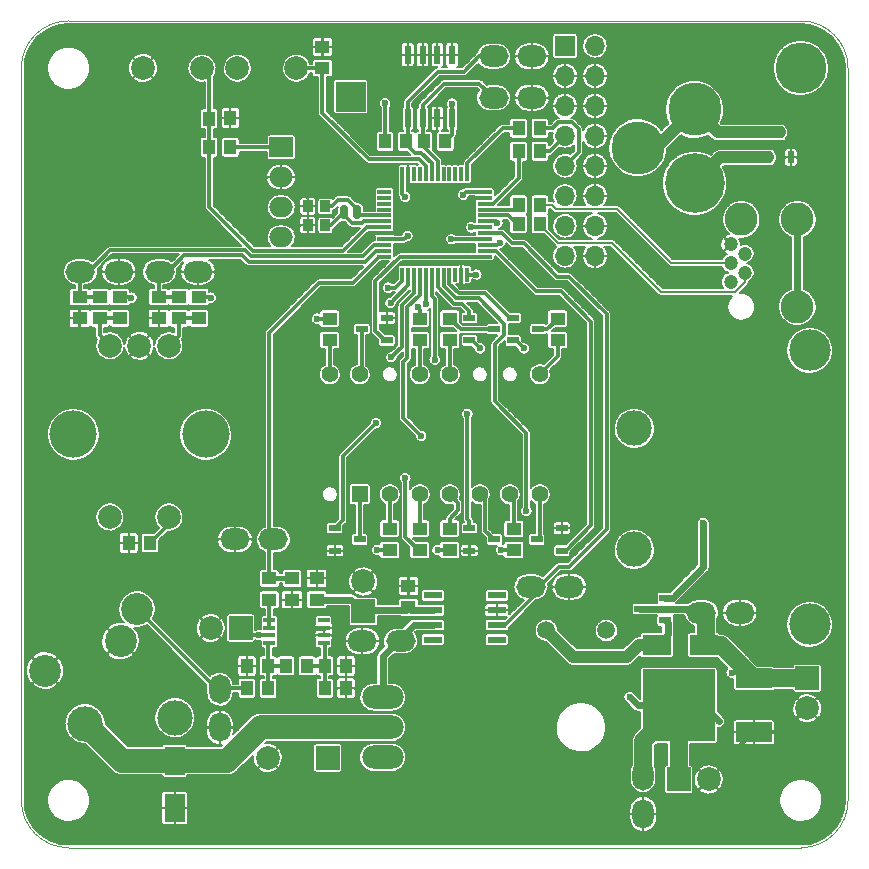
<source format=gtl>
%FSLAX46Y46*%
G04 Gerber Fmt 4.6, Leading zero omitted, Abs format (unit mm)*
G04 Created by KiCad (PCBNEW (2014-08-24 BZR 5094)-product) date Mon 25 Aug 2014 20:36:51 CEST*
%MOMM*%
G01*
G04 APERTURE LIST*
%ADD10C,0.170000*%
%ADD11C,0.100000*%
%ADD12C,2.000000*%
%ADD13C,4.300000*%
%ADD14O,3.500000X2.000000*%
%ADD15R,2.000000X2.000000*%
%ADD16C,1.501140*%
%ADD17R,0.599440X1.000760*%
%ADD18R,1.000760X0.599440*%
%ADD19R,0.600000X1.600000*%
%ADD20R,2.000000X1.700000*%
%ADD21O,2.000000X1.700000*%
%ADD22R,3.048000X1.651000*%
%ADD23R,6.096000X6.096000*%
%ADD24C,3.000000*%
%ADD25C,3.500000*%
%ADD26C,1.195000*%
%ADD27C,2.800000*%
%ADD28C,5.050000*%
%ADD29C,4.500000*%
%ADD30C,2.700000*%
%ADD31C,4.000000*%
%ADD32R,1.200000X0.300000*%
%ADD33R,0.300000X1.200000*%
%ADD34R,1.700000X1.700000*%
%ADD35O,1.700000X1.700000*%
%ADD36R,1.400000X1.400000*%
%ADD37C,1.400000*%
%ADD38R,1.300000X1.100000*%
%ADD39R,1.100000X1.300000*%
%ADD40R,0.900000X1.000000*%
%ADD41R,1.700000X2.400000*%
%ADD42R,2.400000X1.700000*%
%ADD43R,1.021080X0.408940*%
%ADD44O,0.750000X1.250000*%
%ADD45R,2.500000X2.500000*%
%ADD46R,1.600000X0.600000*%
%ADD47O,2.500000X1.800000*%
%ADD48O,1.800000X2.500000*%
%ADD49C,0.600000*%
%ADD50C,0.300000*%
%ADD51C,0.400000*%
%ADD52C,1.500000*%
%ADD53C,0.600000*%
%ADD54C,1.000000*%
%ADD55C,2.000000*%
%ADD56C,0.200000*%
%ADD57C,0.150000*%
G04 APERTURE END LIST*
D10*
D11*
X120000000Y-54000000D02*
G75*
G03X116000000Y-50000000I-4000000J0D01*
G74*
G01*
X116000000Y-120000000D02*
G75*
G03X120000000Y-116000000I0J4000000D01*
G74*
G01*
X50000000Y-116000000D02*
G75*
G03X54000000Y-120000000I4000000J0D01*
G74*
G01*
X54000000Y-50000000D02*
G75*
G03X50000000Y-54000000I0J-4000000D01*
G74*
G01*
X116000000Y-50000000D02*
X54000000Y-50000000D01*
X120000000Y-116000000D02*
X120000000Y-54000000D01*
X54000000Y-120000000D02*
X116000000Y-120000000D01*
X50000000Y-54000000D02*
X50000000Y-116000000D01*
D12*
X60300000Y-54000000D03*
X65300000Y-54000000D03*
D13*
X116000000Y-54000000D03*
D14*
X80600000Y-109800000D03*
X80600000Y-107260000D03*
X80600000Y-112340000D03*
D15*
X116550000Y-105655000D03*
D12*
X116550000Y-108195000D03*
D15*
X105655000Y-114225000D03*
D12*
X108195000Y-114225000D03*
D16*
X99540000Y-101600000D03*
X94460000Y-101589840D03*
D17*
X113247500Y-61556640D03*
X114200000Y-59443360D03*
X115152500Y-61556640D03*
D18*
X76543360Y-92947500D03*
X78656640Y-93900000D03*
X76543360Y-94852500D03*
X87943360Y-92947500D03*
X90056640Y-93900000D03*
X87943360Y-94852500D03*
X95756640Y-94852500D03*
X93643360Y-93900000D03*
X95756640Y-92947500D03*
X80956640Y-77052500D03*
X78843360Y-76100000D03*
X80956640Y-75147500D03*
X104516640Y-100752500D03*
X102403360Y-99800000D03*
X104516640Y-98847500D03*
D12*
X68300000Y-54000000D03*
X73300000Y-54000000D03*
D19*
X86475000Y-58250000D03*
X86475000Y-52850000D03*
X85225000Y-58250000D03*
X83975000Y-58250000D03*
X82725000Y-58250000D03*
X85225000Y-52850000D03*
X83975000Y-52850000D03*
X82725000Y-52850000D03*
D15*
X75940000Y-112400000D03*
D12*
X70860000Y-112400000D03*
D20*
X72000000Y-60690000D03*
D21*
X72000000Y-63230000D03*
X72000000Y-65770000D03*
X72000000Y-68310000D03*
D22*
X112025000Y-110236000D03*
D23*
X105675000Y-107950000D03*
D22*
X112025000Y-105664000D03*
D24*
X101900000Y-94750000D03*
X101900000Y-84500000D03*
D25*
X116750000Y-101100000D03*
X116750000Y-77900000D03*
D26*
X110055000Y-72100000D03*
X111255000Y-71300000D03*
X110055000Y-70500000D03*
X111255000Y-69700000D03*
X110055000Y-68900000D03*
D27*
X110955000Y-66800000D03*
X115705000Y-74200000D03*
X115705000Y-66800000D03*
D28*
X107000000Y-63740000D03*
D29*
X107000000Y-57490000D03*
X102200000Y-60740000D03*
D30*
X52000000Y-105000000D03*
X59800000Y-99800000D03*
X58400000Y-102500000D03*
D24*
X63000000Y-109000000D03*
X55400000Y-109500000D03*
D12*
X62500000Y-92000000D03*
X57500000Y-92000000D03*
X57500000Y-77500000D03*
X60000000Y-77500000D03*
X62500000Y-77500000D03*
D31*
X54400000Y-85000000D03*
X65600000Y-85000000D03*
D32*
X80750000Y-64470000D03*
X80750000Y-64970000D03*
X80750000Y-65470000D03*
X80750000Y-65970000D03*
X80750000Y-66470000D03*
X80750000Y-66970000D03*
X80750000Y-67470000D03*
X80750000Y-67970000D03*
X80750000Y-68470000D03*
X80750000Y-68970000D03*
X80750000Y-69470000D03*
X80750000Y-69970000D03*
D33*
X82250000Y-71470000D03*
X82750000Y-71470000D03*
X83250000Y-71470000D03*
X83750000Y-71470000D03*
X84250000Y-71470000D03*
X84750000Y-71470000D03*
X85250000Y-71470000D03*
X85750000Y-71470000D03*
X86250000Y-71470000D03*
X86750000Y-71470000D03*
X87250000Y-71470000D03*
X87750000Y-71470000D03*
D32*
X89250000Y-69970000D03*
X89250000Y-69470000D03*
X89250000Y-68970000D03*
X89250000Y-68470000D03*
X89250000Y-67970000D03*
X89250000Y-67470000D03*
X89250000Y-66970000D03*
X89250000Y-66470000D03*
X89250000Y-65970000D03*
X89250000Y-65470000D03*
X89250000Y-64970000D03*
X89250000Y-64470000D03*
D33*
X87750000Y-62970000D03*
X87250000Y-62970000D03*
X86750000Y-62970000D03*
X86250000Y-62970000D03*
X85750000Y-62970000D03*
X85250000Y-62970000D03*
X84750000Y-62970000D03*
X84250000Y-62970000D03*
X83750000Y-62970000D03*
X83250000Y-62970000D03*
X82750000Y-62970000D03*
X82250000Y-62970000D03*
D34*
X96030000Y-52110000D03*
D35*
X98570000Y-52110000D03*
X96030000Y-54650000D03*
X98570000Y-54650000D03*
X96030000Y-57190000D03*
X98570000Y-57190000D03*
X96030000Y-59730000D03*
X98570000Y-59730000D03*
X96030000Y-62270000D03*
X98570000Y-62270000D03*
X96030000Y-64810000D03*
X98570000Y-64810000D03*
X96030000Y-67350000D03*
X98570000Y-67350000D03*
X96030000Y-69890000D03*
X98570000Y-69890000D03*
D36*
X78650000Y-90080000D03*
D37*
X81190000Y-90080000D03*
X83730000Y-90080000D03*
X86270000Y-90080000D03*
X88810000Y-90080000D03*
X91350000Y-90080000D03*
X93890000Y-90080000D03*
X93890000Y-79920000D03*
X86270000Y-79920000D03*
X83730000Y-79920000D03*
X78650000Y-79920000D03*
X76110000Y-79920000D03*
D38*
X61630000Y-75180000D03*
X61630000Y-73380000D03*
D39*
X72400000Y-104600000D03*
X74200000Y-104600000D03*
D38*
X54930000Y-73380000D03*
X54930000Y-75180000D03*
D39*
X65900000Y-58280300D03*
X67700000Y-58200000D03*
X69100000Y-104600000D03*
X70900000Y-104600000D03*
D40*
X74250000Y-67300000D03*
X75750000Y-67300000D03*
X74250000Y-65700000D03*
X75750000Y-65700000D03*
D38*
X75000000Y-97200000D03*
X75000000Y-99000000D03*
D39*
X93900000Y-67175000D03*
X92100000Y-67175000D03*
X93900000Y-65575000D03*
X92100000Y-65575000D03*
D38*
X75500000Y-52200000D03*
X75500000Y-54000000D03*
D39*
X92100000Y-61025000D03*
X93900000Y-61025000D03*
X92100000Y-59075000D03*
X93900000Y-59075000D03*
D38*
X56630000Y-75180000D03*
X56630000Y-73380000D03*
D39*
X84100000Y-60200000D03*
X85900000Y-60200000D03*
X82600000Y-60200000D03*
X80800000Y-60200000D03*
D38*
X58330000Y-75180000D03*
X58330000Y-73380000D03*
X65030000Y-75180000D03*
X65030000Y-73380000D03*
X63330000Y-75180000D03*
X63330000Y-73380000D03*
D39*
X59100000Y-94200000D03*
X60900000Y-94200000D03*
D38*
X76110000Y-77010000D03*
X76110000Y-75210000D03*
D41*
X62980000Y-116640000D03*
X62980000Y-112640000D03*
D42*
X103800000Y-102850000D03*
X107800000Y-102850000D03*
D15*
X68570000Y-101400000D03*
D12*
X66030000Y-101400000D03*
D39*
X75700000Y-104600000D03*
X77500000Y-104600000D03*
D43*
X75601240Y-102675360D03*
X75601240Y-102025120D03*
X75601240Y-101374880D03*
X75601240Y-100724640D03*
X70998760Y-100724640D03*
X70998760Y-101374880D03*
X70998760Y-102025120D03*
X70998760Y-102675360D03*
D44*
X77350000Y-66200000D03*
X78450000Y-66200000D03*
D45*
X77900000Y-56400000D03*
D18*
X87943360Y-75147500D03*
X90056640Y-76100000D03*
X87943360Y-77052500D03*
X91643360Y-75147500D03*
X93756640Y-76100000D03*
X91643360Y-77052500D03*
D38*
X82780000Y-99640000D03*
X82780000Y-97840000D03*
D15*
X78950000Y-100000000D03*
D12*
X78950000Y-97460000D03*
D46*
X84850000Y-102385000D03*
X90250000Y-102385000D03*
X84850000Y-101135000D03*
X84850000Y-99885000D03*
X84850000Y-98635000D03*
X90250000Y-101135000D03*
X90250000Y-99885000D03*
X90250000Y-98635000D03*
D47*
X89980000Y-56500000D03*
X93220000Y-56500000D03*
X89980000Y-53000000D03*
X93220000Y-53000000D03*
X61710000Y-71230000D03*
X64950000Y-71230000D03*
X55010000Y-71230000D03*
X58250000Y-71230000D03*
X82120000Y-102500000D03*
X78880000Y-102500000D03*
X93150000Y-97910000D03*
X96390000Y-97910000D03*
X71329000Y-93900000D03*
X68089000Y-93900000D03*
D48*
X66800000Y-106580000D03*
X66800000Y-109820000D03*
X102650000Y-113905000D03*
X102650000Y-117145000D03*
D47*
X107580000Y-100100000D03*
X110820000Y-100100000D03*
D38*
X72920000Y-97200000D03*
X72920000Y-99000000D03*
X71000000Y-99000000D03*
X71000000Y-97200000D03*
D39*
X67700000Y-60690000D03*
X65900000Y-60690000D03*
X69100000Y-106500000D03*
X70900000Y-106500000D03*
X77500000Y-106490000D03*
X75700000Y-106490000D03*
D38*
X81190000Y-92990000D03*
X81190000Y-94790000D03*
X83730000Y-92990000D03*
X83730000Y-94790000D03*
X83730000Y-77010000D03*
X83730000Y-75210000D03*
X86270000Y-92990000D03*
X86270000Y-94790000D03*
X86270000Y-77010000D03*
X86270000Y-75210000D03*
X91700000Y-93000000D03*
X91700000Y-94800000D03*
X95400000Y-77000000D03*
X95400000Y-75200000D03*
D49*
X88075000Y-65805002D03*
X74000000Y-102000000D03*
X78900000Y-68700000D03*
X110575000Y-111625000D03*
X111550000Y-107875000D03*
X80082187Y-71082187D03*
X84040000Y-64410000D03*
X88557269Y-72429970D03*
X101500000Y-107250000D03*
X109075000Y-109300000D03*
X70100000Y-102000000D03*
X86480000Y-57010000D03*
X82700000Y-68200000D03*
X82500000Y-64900000D03*
X59330000Y-73430000D03*
X80800000Y-56990000D03*
X66030000Y-73430000D03*
X87400000Y-64700000D03*
X88540000Y-71470000D03*
X88810000Y-77730000D03*
X92530000Y-77730000D03*
X110150000Y-105175000D03*
X86420000Y-68470000D03*
X80030000Y-84060000D03*
X90500000Y-68760000D03*
X87760000Y-83260000D03*
X81060000Y-72590000D03*
X81260000Y-73880000D03*
X81337364Y-78472636D03*
X83860000Y-85140000D03*
X84250000Y-73960000D03*
X85000000Y-78680000D03*
X92760000Y-91490000D03*
X88100000Y-67470000D03*
X90310000Y-67075010D03*
X80140000Y-94790000D03*
X82520000Y-88730000D03*
X83557118Y-74259904D03*
X85240000Y-94790000D03*
X90640000Y-94810000D03*
X107750000Y-92500000D03*
X75040000Y-75210000D03*
D50*
X112025000Y-110236000D02*
X114509000Y-110236000D01*
X114509000Y-110236000D02*
X116550000Y-108195000D01*
X89250000Y-64970000D02*
X88350000Y-64970000D01*
X88350000Y-64970000D02*
X88075000Y-65245000D01*
X88075000Y-65245000D02*
X88075000Y-65805002D01*
X80750000Y-67970000D02*
X81650000Y-67970000D01*
X81650000Y-67970000D02*
X81870000Y-67750000D01*
X98570000Y-67350000D02*
X98900000Y-67350000D01*
D51*
X75601240Y-101374880D02*
X74625120Y-101374880D01*
X74625120Y-101374880D02*
X74000000Y-102000000D01*
D50*
X79630000Y-67970000D02*
X78900000Y-68700000D01*
X80750000Y-67970000D02*
X79630000Y-67970000D01*
X111964000Y-110236000D02*
X110575000Y-111625000D01*
X112025000Y-110236000D02*
X111964000Y-110236000D01*
X82750000Y-62970000D02*
X82750000Y-63870000D01*
X82750000Y-63870000D02*
X83290000Y-64410000D01*
X83290000Y-64410000D02*
X84040000Y-64410000D01*
X87250000Y-71470000D02*
X87250000Y-72370000D01*
X87250000Y-72370000D02*
X87309970Y-72429970D01*
X87309970Y-72429970D02*
X88557269Y-72429970D01*
D52*
X102650000Y-110975000D02*
X105675000Y-107950000D01*
X105655000Y-107970000D02*
X105675000Y-107950000D01*
X105655000Y-114225000D02*
X105655000Y-107970000D01*
D53*
X102200000Y-107950000D02*
X101500000Y-107250000D01*
X105675000Y-107950000D02*
X102200000Y-107950000D01*
X105675000Y-107950000D02*
X107725000Y-107950000D01*
X107725000Y-107950000D02*
X109075000Y-109300000D01*
D50*
X70100000Y-102000000D02*
X69170000Y-102000000D01*
X69170000Y-102000000D02*
X68570000Y-101400000D01*
X70998760Y-102025120D02*
X70125120Y-102025120D01*
X70125120Y-102025120D02*
X70100000Y-102000000D01*
X68300000Y-54000000D02*
X68300000Y-54600000D01*
X86475000Y-57015000D02*
X86480000Y-57010000D01*
X86475000Y-58250000D02*
X86475000Y-57015000D01*
X86475000Y-59625000D02*
X85900000Y-60200000D01*
X86475000Y-58250000D02*
X86475000Y-59625000D01*
X82430000Y-68470000D02*
X82700000Y-68200000D01*
X80750000Y-68470000D02*
X82430000Y-68470000D01*
X82250000Y-64650000D02*
X82500000Y-64900000D01*
X82250000Y-62970000D02*
X82250000Y-64650000D01*
X59280000Y-73380000D02*
X59330000Y-73430000D01*
X58330000Y-73380000D02*
X59280000Y-73380000D01*
X80800000Y-60200000D02*
X80800000Y-56990000D01*
X65980000Y-73380000D02*
X66030000Y-73430000D01*
X65030000Y-73380000D02*
X65980000Y-73380000D01*
X87630000Y-64470000D02*
X87400000Y-64700000D01*
X89250000Y-64470000D02*
X87630000Y-64470000D01*
D52*
X102650000Y-114255000D02*
X102650000Y-110975000D01*
D50*
X87750000Y-71470000D02*
X88540000Y-71470000D01*
X91643360Y-77052500D02*
X91643360Y-76936640D01*
X88132500Y-77052500D02*
X88810000Y-77730000D01*
X87943360Y-77052500D02*
X88132500Y-77052500D01*
X91852500Y-77052500D02*
X92530000Y-77730000D01*
X91643360Y-77052500D02*
X91852500Y-77052500D01*
X71310000Y-60000000D02*
X72000000Y-60690000D01*
X72000000Y-60690000D02*
X67700000Y-60690000D01*
D53*
X102403360Y-99800000D02*
X107630000Y-99800000D01*
X107630000Y-99800000D02*
X107930000Y-100100000D01*
D54*
X107800000Y-100230000D02*
X107930000Y-100100000D01*
D52*
X112034000Y-105655000D02*
X112025000Y-105664000D01*
X116550000Y-105655000D02*
X112034000Y-105655000D01*
X107930000Y-102720000D02*
X107800000Y-102850000D01*
X107930000Y-100100000D02*
X107930000Y-102720000D01*
D50*
X111536000Y-105175000D02*
X112025000Y-105664000D01*
X110150000Y-105175000D02*
X111536000Y-105175000D01*
D52*
X109211000Y-102850000D02*
X112025000Y-105664000D01*
X107800000Y-102850000D02*
X109211000Y-102850000D01*
D51*
X72700000Y-97200000D02*
X71000000Y-97200000D01*
D50*
X71000000Y-93921000D02*
X70979000Y-93900000D01*
X71000000Y-97200000D02*
X71000000Y-93921000D01*
X80300000Y-69970000D02*
X80750000Y-69970000D01*
X78110000Y-72160000D02*
X80300000Y-69970000D01*
X75240000Y-72160000D02*
X78110000Y-72160000D01*
X70979000Y-76421000D02*
X75240000Y-72160000D01*
X70979000Y-93900000D02*
X70979000Y-76421000D01*
X65914700Y-54614700D02*
X65300000Y-54000000D01*
X65902000Y-58293000D02*
X65914700Y-58280300D01*
X65900000Y-60000000D02*
X65900000Y-58280300D01*
X65900000Y-60950000D02*
X65900000Y-60000000D01*
X65900000Y-65750000D02*
X65900000Y-60950000D01*
X69615010Y-69465010D02*
X65900000Y-65750000D01*
X77234990Y-69465010D02*
X69615010Y-69465010D01*
X79230000Y-67470000D02*
X77234990Y-69465010D01*
X80750000Y-67470000D02*
X79230000Y-67470000D01*
X65900000Y-54600000D02*
X65300000Y-54000000D01*
X65900000Y-58280300D02*
X65900000Y-54600000D01*
D53*
X104516640Y-100752500D02*
X104720000Y-100955860D01*
X104720000Y-100955860D02*
X104720000Y-101930000D01*
X104720000Y-101930000D02*
X103800000Y-102850000D01*
X78350000Y-99400000D02*
X78950000Y-100000000D01*
D54*
X79310000Y-99640000D02*
X78950000Y-100000000D01*
X94460000Y-101589840D02*
X96730160Y-103860000D01*
X96730160Y-103860000D02*
X101280000Y-103860000D01*
X101280000Y-103860000D02*
X102290000Y-102850000D01*
X102290000Y-102850000D02*
X103800000Y-102850000D01*
D53*
X77950000Y-99000000D02*
X78950000Y-100000000D01*
X75000000Y-99000000D02*
X77950000Y-99000000D01*
X83025000Y-99885000D02*
X82780000Y-99640000D01*
X84850000Y-99885000D02*
X83025000Y-99885000D01*
X79070000Y-99880000D02*
X82540000Y-99880000D01*
X82540000Y-99880000D02*
X82780000Y-99640000D01*
X78950000Y-100000000D02*
X79070000Y-99880000D01*
D50*
X56630000Y-73380000D02*
X54930000Y-73380000D01*
X56110000Y-71230000D02*
X55760000Y-71230000D01*
X54930000Y-71660000D02*
X55360000Y-71230000D01*
X54930000Y-73380000D02*
X54930000Y-71660000D01*
X55710000Y-71230000D02*
X57545010Y-69394990D01*
X68901510Y-69394990D02*
X69436520Y-69930000D01*
X78890000Y-69930000D02*
X79850000Y-68970000D01*
X79850000Y-68970000D02*
X80750000Y-68970000D01*
X69436520Y-69930000D02*
X78890000Y-69930000D01*
X57545010Y-69394990D02*
X68901510Y-69394990D01*
X55360000Y-71230000D02*
X55710000Y-71230000D01*
X63330000Y-73380000D02*
X61630000Y-73380000D01*
X61630000Y-71660000D02*
X62060000Y-71230000D01*
X61630000Y-73380000D02*
X61630000Y-71660000D01*
X79993480Y-69470000D02*
X79078471Y-70385010D01*
X80750000Y-69470000D02*
X79993480Y-69470000D01*
X79078471Y-70385010D02*
X69248050Y-70385010D01*
X69248050Y-70385010D02*
X68713040Y-69850000D01*
X68713040Y-69850000D02*
X63790000Y-69850000D01*
X63790000Y-69850000D02*
X62410000Y-71230000D01*
X62410000Y-71230000D02*
X62060000Y-71230000D01*
D55*
X70255798Y-109800000D02*
X80600000Y-109800000D01*
X58540000Y-112640000D02*
X62980000Y-112640000D01*
X55400000Y-109500000D02*
X58540000Y-112640000D01*
X67415798Y-112640000D02*
X70255798Y-109800000D01*
X62980000Y-112640000D02*
X67415798Y-112640000D01*
D53*
X115705000Y-66800000D02*
X115705000Y-74200000D01*
D50*
X83975000Y-58250000D02*
X83975000Y-57150000D01*
X83975000Y-57150000D02*
X85825000Y-55300000D01*
X85825000Y-55300000D02*
X88780000Y-55300000D01*
X88780000Y-55300000D02*
X89980000Y-56500000D01*
X89980000Y-56500000D02*
X90330000Y-56500000D01*
X83975000Y-60575000D02*
X83975000Y-58250000D01*
X85250000Y-61850000D02*
X83975000Y-60575000D01*
X85250000Y-62970000D02*
X85250000Y-61850000D01*
X82725000Y-58250000D02*
X82725000Y-56825000D01*
X88780000Y-53000000D02*
X90330000Y-53000000D01*
X82725000Y-56825000D02*
X85260000Y-54290000D01*
X85260000Y-54290000D02*
X87490000Y-54290000D01*
X87490000Y-54290000D02*
X88780000Y-53000000D01*
X82725000Y-60574002D02*
X82725000Y-58250000D01*
X83305999Y-61155001D02*
X82725000Y-60574002D01*
X83835001Y-61155001D02*
X83305999Y-61155001D01*
X84750000Y-62070000D02*
X83835001Y-61155001D01*
X84750000Y-62970000D02*
X84750000Y-62070000D01*
D54*
X102200000Y-60740000D02*
X103750000Y-60740000D01*
X103750000Y-60740000D02*
X107000000Y-57490000D01*
X114200000Y-59443360D02*
X108953360Y-59443360D01*
X108953360Y-59443360D02*
X107000000Y-57490000D01*
D50*
X78650000Y-93893360D02*
X78656640Y-93900000D01*
X78650000Y-90080000D02*
X78650000Y-93893360D01*
X90000000Y-93900000D02*
X90056640Y-93900000D01*
X89260000Y-93160000D02*
X90000000Y-93900000D01*
X89260000Y-90530000D02*
X89260000Y-93160000D01*
X88810000Y-90080000D02*
X89260000Y-90530000D01*
X93890000Y-93653360D02*
X93643360Y-93900000D01*
X93890000Y-90080000D02*
X93890000Y-93653360D01*
X78843360Y-79726640D02*
X78650000Y-79920000D01*
X78843360Y-76100000D02*
X78843360Y-79726640D01*
X89250000Y-66470000D02*
X91245998Y-66470000D01*
X91245998Y-66470000D02*
X91950998Y-67175000D01*
X91950998Y-67175000D02*
X92100000Y-67175000D01*
X89250000Y-65970000D02*
X91705000Y-65970000D01*
X91705000Y-65970000D02*
X92100000Y-65575000D01*
X83700000Y-61700000D02*
X79400000Y-61700000D01*
X84250000Y-62250000D02*
X83700000Y-61700000D01*
X84250000Y-62970000D02*
X84250000Y-62250000D01*
X75500000Y-54000000D02*
X73300000Y-54000000D01*
X79400000Y-61700000D02*
X75500000Y-57800000D01*
X75500000Y-57800000D02*
X75500000Y-54000000D01*
X89250000Y-65470000D02*
X89955000Y-65470000D01*
X92100000Y-63325000D02*
X92100000Y-61025000D01*
X89955000Y-65470000D02*
X92100000Y-63325000D01*
X90250000Y-101135000D02*
X90965000Y-101135000D01*
X90965000Y-101135000D02*
X93500000Y-98600000D01*
X93500000Y-98600000D02*
X93500000Y-97910000D01*
X93500000Y-97910000D02*
X93790000Y-97910000D01*
X93790000Y-97910000D02*
X95500000Y-96200000D01*
X95500000Y-96200000D02*
X96400000Y-96200000D01*
X99550000Y-74850000D02*
X96373928Y-71673928D01*
X95393928Y-71673928D02*
X92540540Y-68820540D01*
X96400000Y-96200000D02*
X99550000Y-93050000D01*
X90720000Y-67970000D02*
X89250000Y-67970000D01*
X99550000Y-93050000D02*
X99550000Y-74850000D01*
X96373928Y-71673928D02*
X95393928Y-71673928D01*
X92540540Y-68820540D02*
X91570540Y-68820540D01*
X91570540Y-68820540D02*
X90720000Y-67970000D01*
X87750000Y-62970000D02*
X87750000Y-62070000D01*
X87750000Y-62070000D02*
X90745000Y-59075000D01*
X90745000Y-59075000D02*
X92100000Y-59075000D01*
X87750000Y-62970000D02*
X87750000Y-62520000D01*
X87750000Y-62970000D02*
X87750000Y-62550000D01*
X89250000Y-68470000D02*
X86420000Y-68470000D01*
X77230000Y-86860000D02*
X80030000Y-84060000D01*
X77230000Y-92260860D02*
X77230000Y-86860000D01*
X76543360Y-92947500D02*
X77230000Y-92260860D01*
X90290000Y-68970000D02*
X90500000Y-68760000D01*
X89250000Y-68970000D02*
X90290000Y-68970000D01*
X87943360Y-92347780D02*
X87760000Y-92164420D01*
X87760000Y-92164420D02*
X87760000Y-83260000D01*
X87943360Y-92947500D02*
X87943360Y-92347780D01*
X82250000Y-71470000D02*
X82250000Y-72010000D01*
X82250000Y-72010000D02*
X81670000Y-72590000D01*
X81670000Y-72590000D02*
X81060000Y-72590000D01*
X82250000Y-71470000D02*
X82250000Y-71834000D01*
X62500000Y-92600000D02*
X60900000Y-94200000D01*
X62500000Y-92000000D02*
X62500000Y-92600000D01*
X96087500Y-94852500D02*
X95756640Y-94852500D01*
X98230000Y-75450000D02*
X98230000Y-92710000D01*
X95670000Y-72890000D02*
X98230000Y-75450000D01*
X93570000Y-72890000D02*
X95670000Y-72890000D01*
X98230000Y-92710000D02*
X96087500Y-94852500D01*
X90150000Y-69470000D02*
X93570000Y-72890000D01*
X89250000Y-69470000D02*
X90150000Y-69470000D01*
X76110000Y-77010000D02*
X76110000Y-79920000D01*
X82750000Y-71470000D02*
X82750000Y-72390000D01*
X82750000Y-72390000D02*
X81260000Y-73880000D01*
X81190000Y-92990000D02*
X81190000Y-90080000D01*
X83250000Y-73030000D02*
X83250000Y-71470000D01*
X82230000Y-74050000D02*
X83250000Y-73030000D01*
X82230000Y-77580000D02*
X82230000Y-74050000D01*
X81337364Y-78472636D02*
X82230000Y-77580000D01*
X83730000Y-92990000D02*
X83730000Y-90080000D01*
X82320000Y-83600000D02*
X83860000Y-85140000D01*
X82320000Y-78870000D02*
X82320000Y-83600000D01*
X82690000Y-78500000D02*
X82320000Y-78870000D01*
X82690000Y-74233480D02*
X82690000Y-78500000D01*
X83750000Y-73173480D02*
X82690000Y-74233480D01*
X83750000Y-71470000D02*
X83750000Y-73173480D01*
X83730000Y-77010000D02*
X83730000Y-79920000D01*
X84250000Y-71470000D02*
X84250000Y-73960000D01*
X86969999Y-90779999D02*
X86270000Y-90080000D01*
X86969999Y-91440001D02*
X86969999Y-90779999D01*
X86270000Y-92140000D02*
X86969999Y-91440001D01*
X86270000Y-92990000D02*
X86270000Y-92140000D01*
X84750000Y-71470000D02*
X84750000Y-73290000D01*
X84750000Y-73290000D02*
X85000000Y-73540000D01*
X85000000Y-73540000D02*
X85000000Y-78680000D01*
X86270000Y-77010000D02*
X86270000Y-79920000D01*
X85250000Y-72550000D02*
X85250000Y-71470000D01*
X86660000Y-73960000D02*
X85250000Y-72550000D01*
X87330000Y-73960000D02*
X86660000Y-73960000D01*
X87943360Y-74573360D02*
X87330000Y-73960000D01*
X87943360Y-75147500D02*
X87943360Y-74573360D01*
X89250000Y-69970000D02*
X89700000Y-69970000D01*
X82050000Y-69970000D02*
X89250000Y-69970000D01*
X79960000Y-72060000D02*
X82050000Y-69970000D01*
X80762500Y-77052500D02*
X79960000Y-76250000D01*
X80956640Y-77052500D02*
X80762500Y-77052500D01*
X79960000Y-76250000D02*
X79960000Y-72060000D01*
X91700000Y-90430000D02*
X91350000Y-90080000D01*
X91700000Y-93000000D02*
X91700000Y-90430000D01*
X85750000Y-72406520D02*
X85750000Y-71470000D01*
X86833480Y-73490000D02*
X85750000Y-72406520D01*
X88740000Y-73490000D02*
X86833480Y-73490000D01*
X90870000Y-75620000D02*
X88740000Y-73490000D01*
X90090000Y-77350000D02*
X90870000Y-76570000D01*
X90090000Y-82220500D02*
X90090000Y-77350000D01*
X92760000Y-84890500D02*
X90090000Y-82220500D01*
X90870000Y-76570000D02*
X90870000Y-75620000D01*
X92760000Y-91490000D02*
X92760000Y-84890500D01*
X95400000Y-78410000D02*
X93890000Y-79920000D01*
X95400000Y-77000000D02*
X95400000Y-78410000D01*
X91397500Y-75147500D02*
X91643360Y-75147500D01*
X89284990Y-73034990D02*
X91397500Y-75147500D01*
X87021950Y-73034990D02*
X89284990Y-73034990D01*
X86250000Y-71470000D02*
X86250000Y-72263040D01*
X86250000Y-72263040D02*
X87021950Y-73034990D01*
X89250000Y-67470000D02*
X88100000Y-67470000D01*
X90204990Y-66970000D02*
X90310000Y-67075010D01*
X89250000Y-66970000D02*
X90204990Y-66970000D01*
D54*
X113247500Y-61556640D02*
X109183360Y-61556640D01*
X109183360Y-61556640D02*
X107000000Y-63740000D01*
D50*
X69100000Y-106500000D02*
X67230000Y-106500000D01*
X67230000Y-106500000D02*
X66800000Y-106930000D01*
X59800000Y-99800000D02*
X66800000Y-106800000D01*
X66800000Y-106800000D02*
X66800000Y-106930000D01*
X67330000Y-106400000D02*
X66800000Y-106930000D01*
X81190000Y-94790000D02*
X80140000Y-94790000D01*
X83630000Y-94790000D02*
X83730000Y-94790000D01*
X82520000Y-93680000D02*
X83630000Y-94790000D01*
X82520000Y-88730000D02*
X82520000Y-93680000D01*
X83546084Y-75026084D02*
X83730000Y-75210000D01*
X83730000Y-74432786D02*
X83557118Y-74259904D01*
X83730000Y-75210000D02*
X83730000Y-74432786D01*
X86270000Y-94790000D02*
X85240000Y-94790000D01*
X87220000Y-76100000D02*
X90056640Y-76100000D01*
X86330000Y-75210000D02*
X87220000Y-76100000D01*
X86270000Y-75210000D02*
X86330000Y-75210000D01*
X91690000Y-94810000D02*
X91700000Y-94800000D01*
X90640000Y-94810000D02*
X91690000Y-94810000D01*
X94500000Y-76100000D02*
X95400000Y-75200000D01*
X93756640Y-76100000D02*
X94500000Y-76100000D01*
D56*
X111255000Y-71300000D02*
X111255000Y-72144992D01*
X111255000Y-72144992D02*
X110447491Y-72952501D01*
X110447491Y-72952501D02*
X104177501Y-72952501D01*
X104177501Y-72952501D02*
X100000000Y-68775000D01*
X100000000Y-68775000D02*
X95400000Y-68775000D01*
X95400000Y-68775000D02*
X93900000Y-67275000D01*
X93900000Y-67275000D02*
X93900000Y-67175000D01*
D50*
X93800000Y-67400000D02*
X93800000Y-67300000D01*
D56*
X93900000Y-65575000D02*
X94900000Y-65575000D01*
X94900000Y-65575000D02*
X95250000Y-65925000D01*
X95250000Y-65925000D02*
X100475000Y-65925000D01*
X100475000Y-65925000D02*
X105050000Y-70500000D01*
X105050000Y-70500000D02*
X110055000Y-70500000D01*
D50*
X70900000Y-104600000D02*
X72400000Y-104600000D01*
X70900000Y-104600000D02*
X70900000Y-102774120D01*
X70900000Y-102774120D02*
X70998760Y-102675360D01*
X70900000Y-104600000D02*
X70900000Y-106500000D01*
X75700000Y-104600000D02*
X75700000Y-102774120D01*
X75700000Y-102774120D02*
X75601240Y-102675360D01*
X75700000Y-104600000D02*
X75700000Y-106500000D01*
X74200000Y-104600000D02*
X75700000Y-104600000D01*
X78450000Y-66200000D02*
X78450000Y-66150000D01*
X78450000Y-66200000D02*
X78450000Y-65960000D01*
X77630000Y-65130000D02*
X78450000Y-65950000D01*
X76850000Y-65130000D02*
X77630000Y-65130000D01*
X78450000Y-65950000D02*
X78450000Y-66200000D01*
X76280000Y-65700000D02*
X76850000Y-65130000D01*
X75750000Y-65700000D02*
X76280000Y-65700000D01*
X80750000Y-66470000D02*
X78720000Y-66470000D01*
X78720000Y-66470000D02*
X78450000Y-66200000D01*
X78840000Y-67140000D02*
X78040000Y-67140000D01*
X78040000Y-67140000D02*
X77350000Y-66450000D01*
X80750000Y-66970000D02*
X79010000Y-66970000D01*
X79010000Y-66970000D02*
X78840000Y-67140000D01*
X75750000Y-67300000D02*
X76250000Y-67300000D01*
X77350000Y-66450000D02*
X77350000Y-66200000D01*
X76250000Y-67300000D02*
X77350000Y-66200000D01*
D53*
X107750000Y-92500000D02*
X107750000Y-96240000D01*
X105142500Y-98847500D02*
X104516640Y-98847500D01*
X107750000Y-96240000D02*
X105142500Y-98847500D01*
D50*
X93900000Y-61025000D02*
X94735000Y-61025000D01*
X94735000Y-61025000D02*
X96030000Y-59730000D01*
X93900000Y-59075000D02*
X94975598Y-59075000D01*
X94975598Y-59075000D02*
X95475599Y-58574999D01*
X95475599Y-58574999D02*
X96584401Y-58574999D01*
X96584401Y-58574999D02*
X97185001Y-59175599D01*
X97185001Y-59175599D02*
X97185001Y-61114999D01*
X97185001Y-61114999D02*
X96030000Y-62270000D01*
X95800000Y-62500000D02*
X96030000Y-62270000D01*
X75040000Y-75210000D02*
X76110000Y-75210000D01*
D53*
X80600000Y-107260000D02*
X80600000Y-103770000D01*
X80600000Y-103770000D02*
X81770000Y-102600000D01*
X84850000Y-101135000D02*
X83235000Y-101135000D01*
X83235000Y-101135000D02*
X81770000Y-102600000D01*
X82730000Y-102230000D02*
X82670000Y-102230000D01*
D50*
X70998760Y-100724640D02*
X70998760Y-99001240D01*
X70998760Y-99001240D02*
X71000000Y-99000000D01*
X70998760Y-101374880D02*
X70998760Y-100724640D01*
X56630000Y-75180000D02*
X58330000Y-75180000D01*
X57800000Y-77200000D02*
X57500000Y-77500000D01*
X56630000Y-76630000D02*
X57500000Y-77500000D01*
X56630000Y-75180000D02*
X56630000Y-76630000D01*
X63330000Y-75180000D02*
X65030000Y-75180000D01*
X63200000Y-77500000D02*
X62500000Y-77500000D01*
X63330000Y-76670000D02*
X62500000Y-77500000D01*
X63330000Y-75180000D02*
X63330000Y-76670000D01*
D57*
X94680000Y-65905000D02*
X94763310Y-65905000D01*
X94680000Y-66004200D02*
X94862510Y-66004200D01*
X94680000Y-66103400D02*
X94961710Y-66103400D01*
X94680000Y-66202600D02*
X95072718Y-66202600D01*
X94667139Y-66301800D02*
X95766822Y-66301800D01*
X96295514Y-66301800D02*
X98175106Y-66301800D01*
X98964892Y-66301800D02*
X100385110Y-66301800D01*
X94643764Y-66401000D02*
X95515276Y-66401000D01*
X96544389Y-66401000D02*
X97974719Y-66401000D01*
X99165280Y-66401000D02*
X100484310Y-66401000D01*
X94679572Y-66500200D02*
X95365087Y-66500200D01*
X96695318Y-66500200D02*
X97840948Y-66500200D01*
X99299051Y-66500200D02*
X100583510Y-66500200D01*
X94680000Y-66599400D02*
X95252332Y-66599400D01*
X96809084Y-66599400D02*
X97734519Y-66599400D01*
X99405480Y-66599400D02*
X100682710Y-66599400D01*
X94680000Y-66698600D02*
X95169093Y-66698600D01*
X96889990Y-66698600D02*
X97658731Y-66698600D01*
X99481268Y-66698600D02*
X100781910Y-66698600D01*
X94680000Y-66797800D02*
X95104138Y-66797800D01*
X96956506Y-66797800D02*
X97593845Y-66797800D01*
X99546154Y-66797800D02*
X100881110Y-66797800D01*
X94680000Y-66897000D02*
X95049602Y-66897000D01*
X97009252Y-66897000D02*
X97545184Y-66897000D01*
X99594815Y-66897000D02*
X100980310Y-66897000D01*
X94680000Y-66996200D02*
X95012945Y-66996200D01*
X97047525Y-66996200D02*
X97505576Y-66996200D01*
X99634423Y-66996200D02*
X101079510Y-66996200D01*
X94680000Y-67095400D02*
X94981477Y-67095400D01*
X97077475Y-67095400D02*
X97479219Y-67095400D01*
X99660780Y-67095400D02*
X101178710Y-67095400D01*
X94680000Y-67194600D02*
X94965258Y-67194600D01*
X97095275Y-67194600D02*
X97467496Y-67194600D01*
X99672505Y-67194600D02*
X101277910Y-67194600D01*
X94680000Y-67293800D02*
X94954131Y-67293800D01*
X97105002Y-67293800D02*
X97498012Y-67293800D01*
X99641989Y-67293800D02*
X101377110Y-67293800D01*
X94680000Y-67393000D02*
X94953704Y-67393000D01*
X97107350Y-67393000D02*
X97110000Y-67393000D01*
X97110000Y-67393000D02*
X97502071Y-67393000D01*
X99637928Y-67393000D02*
X101476310Y-67393000D01*
X94680000Y-67492200D02*
X94963431Y-67492200D01*
X97096222Y-67492200D02*
X97110000Y-67492200D01*
X97110000Y-67492200D02*
X97471556Y-67492200D01*
X99668443Y-67492200D02*
X101575510Y-67492200D01*
X94683090Y-67591400D02*
X94978539Y-67591400D01*
X97082711Y-67591400D02*
X97110000Y-67591400D01*
X97110000Y-67591400D02*
X97475713Y-67591400D01*
X99664288Y-67591400D02*
X101674710Y-67591400D01*
X94782290Y-67690600D02*
X95008490Y-67690600D01*
X97051242Y-67690600D02*
X97110000Y-67690600D01*
X97110000Y-67690600D02*
X97502070Y-67690600D01*
X99637931Y-67690600D02*
X101773910Y-67690600D01*
X94881490Y-67789800D02*
X95043729Y-67789800D01*
X97017654Y-67789800D02*
X97110000Y-67789800D01*
X97110000Y-67789800D02*
X97538710Y-67789800D01*
X99601291Y-67789800D02*
X101873110Y-67789800D01*
X94980690Y-67889000D02*
X95096475Y-67889000D01*
X96963119Y-67889000D02*
X97110000Y-67889000D01*
X97110000Y-67889000D02*
X97587371Y-67889000D01*
X99552630Y-67889000D02*
X101972310Y-67889000D01*
X95079890Y-67988200D02*
X95159245Y-67988200D01*
X96901984Y-67988200D02*
X97110000Y-67988200D01*
X97110000Y-67988200D02*
X97648648Y-67988200D01*
X99491353Y-67988200D02*
X102071510Y-67988200D01*
X95179090Y-68087400D02*
X95240150Y-68087400D01*
X96818744Y-68087400D02*
X97110000Y-68087400D01*
X97110000Y-68087400D02*
X97724435Y-68087400D01*
X99415566Y-68087400D02*
X102170710Y-68087400D01*
X95278290Y-68186600D02*
X95348726Y-68186600D01*
X96711330Y-68186600D02*
X97110000Y-68186600D01*
X97110000Y-68186600D02*
X97825961Y-68186600D01*
X99314040Y-68186600D02*
X102269910Y-68186600D01*
X95377490Y-68285800D02*
X95491198Y-68285800D01*
X96569973Y-68285800D02*
X97110000Y-68285800D01*
X97110000Y-68285800D02*
X97951968Y-68285800D01*
X99188033Y-68285800D02*
X102369110Y-68285800D01*
X95476690Y-68385000D02*
X95721843Y-68385000D01*
X96338029Y-68385000D02*
X97110000Y-68385000D01*
X97110000Y-68385000D02*
X98136488Y-68385000D01*
X99003513Y-68385000D02*
X102468310Y-68385000D01*
X100152764Y-68484200D02*
X102567510Y-68484200D01*
X100275090Y-68583400D02*
X102666710Y-68583400D01*
X100374290Y-68682600D02*
X102765910Y-68682600D01*
X100473490Y-68781800D02*
X102865110Y-68781800D01*
X100572690Y-68881000D02*
X102964310Y-68881000D01*
X100671890Y-68980200D02*
X103063510Y-68980200D01*
X100771090Y-69079400D02*
X103162710Y-69079400D01*
X100870290Y-69178600D02*
X103261910Y-69178600D01*
X100969490Y-69277800D02*
X103361110Y-69277800D01*
X101068690Y-69377000D02*
X103460310Y-69377000D01*
X101167890Y-69476200D02*
X103559510Y-69476200D01*
X101267090Y-69575400D02*
X103658710Y-69575400D01*
X101366290Y-69674600D02*
X103757910Y-69674600D01*
X101465490Y-69773800D02*
X103857110Y-69773800D01*
X101564690Y-69873000D02*
X103956310Y-69873000D01*
X101663890Y-69972200D02*
X104055510Y-69972200D01*
X101763090Y-70071400D02*
X104154710Y-70071400D01*
X101862290Y-70170600D02*
X104253910Y-70170600D01*
X101961490Y-70269800D02*
X104353110Y-70269800D01*
X102060690Y-70369000D02*
X104452310Y-70369000D01*
X102159890Y-70468200D02*
X104551510Y-70468200D01*
X102259090Y-70567400D02*
X104650710Y-70567400D01*
X102358290Y-70666600D02*
X104749910Y-70666600D01*
X102457490Y-70765800D02*
X104855830Y-70765800D01*
X102556690Y-70865000D02*
X109309477Y-70865000D01*
X102655890Y-70964200D02*
X109369660Y-70964200D01*
X102755090Y-71063400D02*
X109448660Y-71063400D01*
X102854290Y-71162600D02*
X109558356Y-71162600D01*
X102953490Y-71261800D02*
X109731657Y-71261800D01*
X103052690Y-71361000D02*
X109675009Y-71361000D01*
X103151890Y-71460200D02*
X109525579Y-71460200D01*
X103251090Y-71559400D02*
X109424280Y-71559400D01*
X103350290Y-71658600D02*
X109354297Y-71658600D01*
X103449490Y-71757800D02*
X109301325Y-71757800D01*
X103548690Y-71857000D02*
X109260627Y-71857000D01*
X103647890Y-71956200D02*
X109239542Y-71956200D01*
X103747090Y-72055400D02*
X109228006Y-72055400D01*
X103846290Y-72154600D02*
X109226621Y-72154600D01*
X103945490Y-72253800D02*
X109241870Y-72253800D01*
X104044690Y-72353000D02*
X109265133Y-72353000D01*
X104143890Y-72452200D02*
X109304409Y-72452200D01*
X104243090Y-72551400D02*
X109361411Y-72551400D01*
X54000379Y-50275000D02*
X115986545Y-50275000D01*
X53180740Y-50374200D02*
X116812579Y-50374200D01*
X52860277Y-50473400D02*
X117141144Y-50473400D01*
X52547166Y-50572600D02*
X117447787Y-50572600D01*
X52363699Y-50671800D02*
X117634356Y-50671800D01*
X52180233Y-50771000D02*
X117820924Y-50771000D01*
X51996766Y-50870200D02*
X118007493Y-50870200D01*
X51849480Y-50969400D02*
X118147627Y-50969400D01*
X51729568Y-51068600D02*
X95052461Y-51068600D01*
X97007538Y-51068600D02*
X98283717Y-51068600D01*
X98857482Y-51068600D02*
X118269259Y-51068600D01*
X51609656Y-51167800D02*
X94969240Y-51167800D01*
X97090759Y-51167800D02*
X98042269Y-51167800D01*
X99096966Y-51167800D02*
X118390890Y-51167800D01*
X51489744Y-51267000D02*
X94950000Y-51267000D01*
X97110000Y-51267000D02*
X97896630Y-51267000D01*
X99243538Y-51267000D02*
X118512522Y-51267000D01*
X51369832Y-51366200D02*
X94950000Y-51366200D01*
X97110000Y-51366200D02*
X97786626Y-51366200D01*
X99354630Y-51366200D02*
X118630795Y-51366200D01*
X51285007Y-51465400D02*
X74645691Y-51465400D01*
X75495000Y-51465400D02*
X75505000Y-51465400D01*
X76354308Y-51465400D02*
X94950000Y-51465400D01*
X97110000Y-51465400D02*
X97703387Y-51465400D01*
X99435536Y-51465400D02*
X118712861Y-51465400D01*
X51204101Y-51564600D02*
X74587716Y-51564600D01*
X75495000Y-51564600D02*
X75505000Y-51564600D01*
X76412283Y-51564600D02*
X94950000Y-51564600D01*
X97110000Y-51564600D02*
X97640399Y-51564600D01*
X99500122Y-51564600D02*
X118794926Y-51564600D01*
X51123196Y-51663800D02*
X74575000Y-51663800D01*
X75495000Y-51663800D02*
X75505000Y-51663800D01*
X76425000Y-51663800D02*
X94950000Y-51663800D01*
X97110000Y-51663800D02*
X97585864Y-51663800D01*
X99552868Y-51663800D02*
X115544871Y-51663800D01*
X116455635Y-51663800D02*
X118876992Y-51663800D01*
X51042290Y-51763000D02*
X74575000Y-51763000D01*
X75495000Y-51763000D02*
X75505000Y-51763000D01*
X76425000Y-51763000D02*
X94950000Y-51763000D01*
X97110000Y-51763000D02*
X97550788Y-51763000D01*
X99589578Y-51763000D02*
X115183164Y-51763000D01*
X116820339Y-51763000D02*
X118959057Y-51763000D01*
X50961385Y-51862200D02*
X74575000Y-51862200D01*
X75495000Y-51862200D02*
X75505000Y-51862200D01*
X76425000Y-51862200D02*
X82223891Y-51862200D01*
X82720000Y-51862200D02*
X82730000Y-51862200D01*
X83226108Y-51862200D02*
X83473891Y-51862200D01*
X83970000Y-51862200D02*
X83980000Y-51862200D01*
X84476108Y-51862200D02*
X84723891Y-51862200D01*
X85220000Y-51862200D02*
X85230000Y-51862200D01*
X85726108Y-51862200D02*
X85973891Y-51862200D01*
X86470000Y-51862200D02*
X86480000Y-51862200D01*
X86976108Y-51862200D02*
X92591556Y-51862200D01*
X93215000Y-51862200D02*
X93225000Y-51862200D01*
X93848443Y-51862200D02*
X94950000Y-51862200D01*
X97110000Y-51862200D02*
X97519320Y-51862200D01*
X99619528Y-51862200D02*
X114937635Y-51862200D01*
X117056327Y-51862200D02*
X119041122Y-51862200D01*
X50886740Y-51961400D02*
X74575000Y-51961400D01*
X75495000Y-51961400D02*
X75505000Y-51961400D01*
X76425000Y-51961400D02*
X82164041Y-51961400D01*
X82720000Y-51961400D02*
X82730000Y-51961400D01*
X83285958Y-51961400D02*
X83414041Y-51961400D01*
X83970000Y-51961400D02*
X83980000Y-51961400D01*
X84535958Y-51961400D02*
X84664041Y-51961400D01*
X85220000Y-51961400D02*
X85230000Y-51961400D01*
X85785958Y-51961400D02*
X85914041Y-51961400D01*
X86470000Y-51961400D02*
X86480000Y-51961400D01*
X87035958Y-51961400D02*
X89180687Y-51961400D01*
X90782356Y-51961400D02*
X92332310Y-51961400D01*
X93215000Y-51961400D02*
X93225000Y-51961400D01*
X94107689Y-51961400D02*
X94950000Y-51961400D01*
X97110000Y-51961400D02*
X97504495Y-51961400D01*
X99635942Y-51961400D02*
X114768590Y-51961400D01*
X117233968Y-51961400D02*
X119110677Y-51961400D01*
X50833995Y-52060600D02*
X74575000Y-52060600D01*
X75495000Y-52060600D02*
X75505000Y-52060600D01*
X76425000Y-52060600D02*
X82150000Y-52060600D01*
X82720000Y-52060600D02*
X82730000Y-52060600D01*
X83300000Y-52060600D02*
X83400000Y-52060600D01*
X83970000Y-52060600D02*
X83980000Y-52060600D01*
X84550000Y-52060600D02*
X84650000Y-52060600D01*
X85220000Y-52060600D02*
X85230000Y-52060600D01*
X85800000Y-52060600D02*
X85900000Y-52060600D01*
X86470000Y-52060600D02*
X86480000Y-52060600D01*
X87050000Y-52060600D02*
X88995298Y-52060600D01*
X90962801Y-52060600D02*
X92171011Y-52060600D01*
X93215000Y-52060600D02*
X93225000Y-52060600D01*
X94268988Y-52060600D02*
X94950000Y-52060600D01*
X97110000Y-52060600D02*
X97493368Y-52060600D01*
X99645668Y-52060600D02*
X114616997Y-52060600D01*
X117381038Y-52060600D02*
X119164314Y-52060600D01*
X50781249Y-52159800D02*
X74608550Y-52159800D01*
X75495000Y-52159800D02*
X75505000Y-52159800D01*
X76391450Y-52159800D02*
X76425000Y-52159800D01*
X76425000Y-52159800D02*
X82150000Y-52159800D01*
X82720000Y-52159800D02*
X82730000Y-52159800D01*
X83300000Y-52159800D02*
X83400000Y-52159800D01*
X83970000Y-52159800D02*
X83980000Y-52159800D01*
X84550000Y-52159800D02*
X84650000Y-52159800D01*
X85220000Y-52159800D02*
X85230000Y-52159800D01*
X85800000Y-52159800D02*
X85900000Y-52159800D01*
X86470000Y-52159800D02*
X86480000Y-52159800D01*
X87050000Y-52159800D02*
X88873666Y-52159800D01*
X91085427Y-52159800D02*
X92051178Y-52159800D01*
X93215000Y-52159800D02*
X93225000Y-52159800D01*
X94388821Y-52159800D02*
X94950000Y-52159800D01*
X97110000Y-52159800D02*
X97494371Y-52159800D01*
X99646587Y-52159800D02*
X99650000Y-52159800D01*
X99650000Y-52159800D02*
X114477368Y-52159800D01*
X117526887Y-52159800D02*
X119217952Y-52159800D01*
X50728504Y-52259000D02*
X53423791Y-52259000D01*
X54580917Y-52259000D02*
X74589750Y-52259000D01*
X75495000Y-52259000D02*
X75505000Y-52259000D01*
X76410250Y-52259000D02*
X76425000Y-52259000D01*
X76425000Y-52259000D02*
X82150000Y-52259000D01*
X82720000Y-52259000D02*
X82730000Y-52259000D01*
X83300000Y-52259000D02*
X83400000Y-52259000D01*
X83970000Y-52259000D02*
X83980000Y-52259000D01*
X84550000Y-52259000D02*
X84650000Y-52259000D01*
X85220000Y-52259000D02*
X85230000Y-52259000D01*
X85800000Y-52259000D02*
X85900000Y-52259000D01*
X86470000Y-52259000D02*
X86480000Y-52259000D01*
X87050000Y-52259000D02*
X88776291Y-52259000D01*
X91184410Y-52259000D02*
X91965389Y-52259000D01*
X93215000Y-52259000D02*
X93225000Y-52259000D01*
X94474610Y-52259000D02*
X94950000Y-52259000D01*
X97110000Y-52259000D02*
X97504097Y-52259000D01*
X99635460Y-52259000D02*
X99650000Y-52259000D01*
X99650000Y-52259000D02*
X114376068Y-52259000D01*
X117625397Y-52259000D02*
X119271589Y-52259000D01*
X50675759Y-52358200D02*
X53178262Y-52358200D01*
X54816905Y-52358200D02*
X74575000Y-52358200D01*
X75495000Y-52358200D02*
X75505000Y-52358200D01*
X76425000Y-52358200D02*
X82150000Y-52358200D01*
X82720000Y-52358200D02*
X82730000Y-52358200D01*
X83300000Y-52358200D02*
X83400000Y-52358200D01*
X83970000Y-52358200D02*
X83980000Y-52358200D01*
X84550000Y-52358200D02*
X84650000Y-52358200D01*
X85220000Y-52358200D02*
X85230000Y-52358200D01*
X85800000Y-52358200D02*
X85900000Y-52358200D01*
X86470000Y-52358200D02*
X86480000Y-52358200D01*
X87050000Y-52358200D02*
X88694226Y-52358200D01*
X91264169Y-52358200D02*
X91886627Y-52358200D01*
X93215000Y-52358200D02*
X93225000Y-52358200D01*
X94553372Y-52358200D02*
X94950000Y-52358200D01*
X97110000Y-52358200D02*
X97520592Y-52358200D01*
X99620553Y-52358200D02*
X99650000Y-52358200D01*
X99650000Y-52358200D02*
X114274768Y-52358200D01*
X117723906Y-52358200D02*
X119325226Y-52358200D01*
X50623013Y-52457400D02*
X53015115Y-52457400D01*
X54985715Y-52457400D02*
X74575000Y-52457400D01*
X75495000Y-52457400D02*
X75505000Y-52457400D01*
X76425000Y-52457400D02*
X82150000Y-52457400D01*
X82720000Y-52457400D02*
X82730000Y-52457400D01*
X83300000Y-52457400D02*
X83400000Y-52457400D01*
X83970000Y-52457400D02*
X83980000Y-52457400D01*
X84550000Y-52457400D02*
X84650000Y-52457400D01*
X85220000Y-52457400D02*
X85230000Y-52457400D01*
X85800000Y-52457400D02*
X85900000Y-52457400D01*
X86470000Y-52457400D02*
X86480000Y-52457400D01*
X87050000Y-52457400D02*
X88637749Y-52457400D01*
X91322513Y-52457400D02*
X91834145Y-52457400D01*
X93215000Y-52457400D02*
X93225000Y-52457400D01*
X94605854Y-52457400D02*
X94950000Y-52457400D01*
X97110000Y-52457400D02*
X97550543Y-52457400D01*
X99589085Y-52457400D02*
X99650000Y-52457400D01*
X99650000Y-52457400D02*
X114173468Y-52457400D01*
X117822416Y-52457400D02*
X119378863Y-52457400D01*
X50570268Y-52556600D02*
X52863521Y-52556600D01*
X55132785Y-52556600D02*
X74575000Y-52556600D01*
X75495000Y-52556600D02*
X75505000Y-52556600D01*
X76425000Y-52556600D02*
X82150000Y-52556600D01*
X82720000Y-52556600D02*
X82730000Y-52556600D01*
X83300000Y-52556600D02*
X83400000Y-52556600D01*
X83970000Y-52556600D02*
X83980000Y-52556600D01*
X84550000Y-52556600D02*
X84650000Y-52556600D01*
X85220000Y-52556600D02*
X85230000Y-52556600D01*
X85800000Y-52556600D02*
X85900000Y-52556600D01*
X86470000Y-52556600D02*
X86480000Y-52556600D01*
X87050000Y-52556600D02*
X88584111Y-52556600D01*
X91374373Y-52556600D02*
X91782039Y-52556600D01*
X93215000Y-52556600D02*
X93225000Y-52556600D01*
X94657960Y-52556600D02*
X94950000Y-52556600D01*
X97110000Y-52556600D02*
X97587345Y-52556600D01*
X99553916Y-52556600D02*
X99650000Y-52556600D01*
X99650000Y-52556600D02*
X114103740Y-52556600D01*
X117898542Y-52556600D02*
X119432501Y-52556600D01*
X50534707Y-52655800D02*
X52756994Y-52655800D01*
X55244286Y-52655800D02*
X74575000Y-52655800D01*
X75495000Y-52655800D02*
X75505000Y-52655800D01*
X76425000Y-52655800D02*
X82150000Y-52655800D01*
X82720000Y-52655800D02*
X82730000Y-52655800D01*
X83300000Y-52655800D02*
X83400000Y-52655800D01*
X83970000Y-52655800D02*
X83980000Y-52655800D01*
X84550000Y-52655800D02*
X84650000Y-52655800D01*
X85220000Y-52655800D02*
X85230000Y-52655800D01*
X85800000Y-52655800D02*
X85900000Y-52655800D01*
X86470000Y-52655800D02*
X86480000Y-52655800D01*
X87050000Y-52655800D02*
X88552130Y-52655800D01*
X91408160Y-52655800D02*
X91752408Y-52655800D01*
X93215000Y-52655800D02*
X93225000Y-52655800D01*
X94687591Y-52655800D02*
X94950000Y-52655800D01*
X97110000Y-52655800D02*
X97640091Y-52655800D01*
X99499381Y-52655800D02*
X99650000Y-52655800D01*
X99650000Y-52655800D02*
X114035817Y-52655800D01*
X117964451Y-52655800D02*
X119463304Y-52655800D01*
X50504756Y-52755000D02*
X52655695Y-52755000D01*
X55342796Y-52755000D02*
X60020702Y-52755000D01*
X60599849Y-52755000D02*
X74575000Y-52755000D01*
X75495000Y-52755000D02*
X75505000Y-52755000D01*
X76425000Y-52755000D02*
X82150000Y-52755000D01*
X82720000Y-52755000D02*
X82730000Y-52755000D01*
X83300000Y-52755000D02*
X83400000Y-52755000D01*
X83970000Y-52755000D02*
X83980000Y-52755000D01*
X84550000Y-52755000D02*
X84650000Y-52755000D01*
X85220000Y-52755000D02*
X85230000Y-52755000D01*
X85800000Y-52755000D02*
X85900000Y-52755000D01*
X86470000Y-52755000D02*
X86480000Y-52755000D01*
X87050000Y-52755000D02*
X88487598Y-52755000D01*
X91437357Y-52755000D02*
X91722776Y-52755000D01*
X93215000Y-52755000D02*
X93225000Y-52755000D01*
X94717223Y-52755000D02*
X94950000Y-52755000D01*
X97110000Y-52755000D02*
X97704791Y-52755000D01*
X99436278Y-52755000D02*
X99650000Y-52755000D01*
X99650000Y-52755000D02*
X113967893Y-52755000D01*
X118030359Y-52755000D02*
X119494011Y-52755000D01*
X50474806Y-52854200D02*
X52566573Y-52854200D01*
X55435913Y-52854200D02*
X59740741Y-52854200D01*
X60865862Y-52854200D02*
X64852370Y-52854200D01*
X65748450Y-52854200D02*
X67852370Y-52854200D01*
X68748450Y-52854200D02*
X72852370Y-52854200D01*
X73748450Y-52854200D02*
X74595504Y-52854200D01*
X75495000Y-52854200D02*
X75505000Y-52854200D01*
X76404497Y-52854200D02*
X76425000Y-52854200D01*
X76425000Y-52854200D02*
X82720000Y-52854200D01*
X82720000Y-52854200D02*
X83300000Y-52854200D01*
X83300000Y-52854200D02*
X83970000Y-52854200D01*
X83970000Y-52854200D02*
X84550000Y-52854200D01*
X84550000Y-52854200D02*
X85220000Y-52854200D01*
X85220000Y-52854200D02*
X85800000Y-52854200D01*
X85800000Y-52854200D02*
X86470000Y-52854200D01*
X86470000Y-52854200D02*
X87050000Y-52854200D01*
X87050000Y-52854200D02*
X88388398Y-52854200D01*
X91453146Y-52854200D02*
X91722764Y-52854200D01*
X93215000Y-52854200D02*
X93225000Y-52854200D01*
X94717237Y-52854200D02*
X94729741Y-52854200D01*
X94729741Y-52854200D02*
X94950000Y-52854200D01*
X97110000Y-52854200D02*
X97785696Y-52854200D01*
X99353038Y-52854200D02*
X99650000Y-52854200D01*
X99650000Y-52854200D02*
X113901589Y-52854200D01*
X118096267Y-52854200D02*
X119524719Y-52854200D01*
X50444856Y-52953400D02*
X52498649Y-52953400D01*
X55501822Y-52953400D02*
X59561746Y-52953400D01*
X61036638Y-52953400D02*
X64652960Y-52953400D01*
X65948044Y-52953400D02*
X67652960Y-52953400D01*
X68948044Y-52953400D02*
X72652960Y-52953400D01*
X73948044Y-52953400D02*
X74664492Y-52953400D01*
X75495000Y-52953400D02*
X75505000Y-52953400D01*
X76335509Y-52953400D02*
X76425000Y-52953400D01*
X76425000Y-52953400D02*
X82150000Y-52953400D01*
X82720000Y-52953400D02*
X82730000Y-52953400D01*
X83300000Y-52953400D02*
X83400000Y-52953400D01*
X83970000Y-52953400D02*
X83980000Y-52953400D01*
X84550000Y-52953400D02*
X84650000Y-52953400D01*
X85800000Y-52953400D02*
X85900000Y-52953400D01*
X87050000Y-52953400D02*
X88289198Y-52953400D01*
X91462174Y-52953400D02*
X91751649Y-52953400D01*
X93215000Y-52953400D02*
X93225000Y-52953400D01*
X94688352Y-52953400D02*
X94729741Y-52953400D01*
X94729741Y-52953400D02*
X94950000Y-52953400D01*
X97110000Y-52953400D02*
X97896946Y-52953400D01*
X99242873Y-52953400D02*
X99650000Y-52953400D01*
X99650000Y-52953400D02*
X113859072Y-52953400D01*
X118142969Y-52953400D02*
X119555426Y-52953400D01*
X50414905Y-53052600D02*
X52430725Y-53052600D01*
X55567730Y-53052600D02*
X59497015Y-53052600D01*
X61102984Y-53052600D02*
X64509389Y-53052600D01*
X66092707Y-53052600D02*
X67509389Y-53052600D01*
X69092707Y-53052600D02*
X72509389Y-53052600D01*
X74092707Y-53052600D02*
X75495000Y-53052600D01*
X75495000Y-53052600D02*
X76425000Y-53052600D01*
X76425000Y-53052600D02*
X82150000Y-53052600D01*
X82720000Y-53052600D02*
X82730000Y-53052600D01*
X83300000Y-53052600D02*
X83400000Y-53052600D01*
X83970000Y-53052600D02*
X83980000Y-53052600D01*
X84550000Y-53052600D02*
X84650000Y-53052600D01*
X85800000Y-53052600D02*
X85900000Y-53052600D01*
X87050000Y-53052600D02*
X88189998Y-53052600D01*
X91462434Y-53052600D02*
X91749901Y-53052600D01*
X93215000Y-53052600D02*
X93225000Y-53052600D01*
X94690098Y-53052600D02*
X94729741Y-53052600D01*
X94729741Y-53052600D02*
X94969407Y-53052600D01*
X97090594Y-53052600D02*
X97110000Y-53052600D01*
X97110000Y-53052600D02*
X98043774Y-53052600D01*
X99096966Y-53052600D02*
X99650000Y-53052600D01*
X99650000Y-53052600D02*
X113816554Y-53052600D01*
X118183856Y-53052600D02*
X119586134Y-53052600D01*
X50384955Y-53151800D02*
X52372451Y-53151800D01*
X55629832Y-53151800D02*
X59429672Y-53151800D01*
X59444729Y-53151800D02*
X59458871Y-53151800D01*
X61141129Y-53151800D02*
X61153767Y-53151800D01*
X61153767Y-53151800D02*
X61155271Y-53151800D01*
X61170327Y-53151800D02*
X64408090Y-53151800D01*
X66191216Y-53151800D02*
X67408090Y-53151800D01*
X69191216Y-53151800D02*
X72408090Y-53151800D01*
X74191216Y-53151800D02*
X75495000Y-53151800D01*
X75495000Y-53151800D02*
X76425000Y-53151800D01*
X76425000Y-53151800D02*
X82150000Y-53151800D01*
X82720000Y-53151800D02*
X82730000Y-53151800D01*
X83300000Y-53151800D02*
X83400000Y-53151800D01*
X83970000Y-53151800D02*
X83980000Y-53151800D01*
X84550000Y-53151800D02*
X84650000Y-53151800D01*
X85800000Y-53151800D02*
X85900000Y-53151800D01*
X87050000Y-53151800D02*
X88090798Y-53151800D01*
X91452008Y-53151800D02*
X91721016Y-53151800D01*
X93215000Y-53151800D02*
X93225000Y-53151800D01*
X94718983Y-53151800D02*
X94729741Y-53151800D01*
X94729741Y-53151800D02*
X95053061Y-53151800D01*
X97006940Y-53151800D02*
X97110000Y-53151800D01*
X97110000Y-53151800D02*
X98283811Y-53151800D01*
X98854924Y-53151800D02*
X99650000Y-53151800D01*
X99650000Y-53151800D02*
X113774037Y-53151800D01*
X118224744Y-53151800D02*
X119616841Y-53151800D01*
X50355004Y-53251000D02*
X52329934Y-53251000D01*
X55670719Y-53251000D02*
X59260580Y-53251000D01*
X59543929Y-53251000D02*
X59558071Y-53251000D01*
X61041929Y-53251000D02*
X61056071Y-53251000D01*
X61339419Y-53251000D02*
X64322083Y-53251000D01*
X66279158Y-53251000D02*
X67322083Y-53251000D01*
X69279158Y-53251000D02*
X72322083Y-53251000D01*
X74279158Y-53251000D02*
X74733835Y-53251000D01*
X76266164Y-53251000D02*
X76425000Y-53251000D01*
X76425000Y-53251000D02*
X82150000Y-53251000D01*
X82720000Y-53251000D02*
X82730000Y-53251000D01*
X83300000Y-53251000D02*
X83400000Y-53251000D01*
X83970000Y-53251000D02*
X83980000Y-53251000D01*
X84550000Y-53251000D02*
X84650000Y-53251000D01*
X85800000Y-53251000D02*
X85900000Y-53251000D01*
X87050000Y-53251000D02*
X87991598Y-53251000D01*
X91436720Y-53251000D02*
X91724570Y-53251000D01*
X93215000Y-53251000D02*
X93225000Y-53251000D01*
X94715431Y-53251000D02*
X94729741Y-53251000D01*
X94729741Y-53251000D02*
X97110000Y-53251000D01*
X97110000Y-53251000D02*
X99650000Y-53251000D01*
X99650000Y-53251000D02*
X113731520Y-53251000D01*
X118265631Y-53251000D02*
X119647549Y-53251000D01*
X50340032Y-53350200D02*
X52287417Y-53350200D01*
X55711607Y-53350200D02*
X59202957Y-53350200D01*
X59643129Y-53350200D02*
X59657271Y-53350200D01*
X60942729Y-53350200D02*
X60956871Y-53350200D01*
X61401446Y-53350200D02*
X64254160Y-53350200D01*
X66345066Y-53350200D02*
X67254160Y-53350200D01*
X69345066Y-53350200D02*
X72254160Y-53350200D01*
X74345066Y-53350200D02*
X74642388Y-53350200D01*
X76357611Y-53350200D02*
X76425000Y-53350200D01*
X76425000Y-53350200D02*
X82150000Y-53350200D01*
X82720000Y-53350200D02*
X82730000Y-53350200D01*
X83300000Y-53350200D02*
X83400000Y-53350200D01*
X83970000Y-53350200D02*
X83980000Y-53350200D01*
X84550000Y-53350200D02*
X84650000Y-53350200D01*
X85800000Y-53350200D02*
X85900000Y-53350200D01*
X87050000Y-53350200D02*
X87892398Y-53350200D01*
X91406012Y-53350200D02*
X91754201Y-53350200D01*
X93215000Y-53350200D02*
X93225000Y-53350200D01*
X94685800Y-53350200D02*
X94729741Y-53350200D01*
X94729741Y-53350200D02*
X97110000Y-53350200D01*
X97110000Y-53350200D02*
X99650000Y-53350200D01*
X99650000Y-53350200D02*
X113704843Y-53350200D01*
X118297647Y-53350200D02*
X119658026Y-53350200D01*
X50330306Y-53449400D02*
X52246070Y-53449400D01*
X55752494Y-53449400D02*
X59145334Y-53449400D01*
X59742329Y-53449400D02*
X59756471Y-53449400D01*
X60843529Y-53449400D02*
X60857671Y-53449400D01*
X61450041Y-53449400D02*
X64197716Y-53449400D01*
X66403498Y-53449400D02*
X67197716Y-53449400D01*
X69403498Y-53449400D02*
X72197716Y-53449400D01*
X74403498Y-53449400D02*
X74620000Y-53449400D01*
X76380000Y-53449400D02*
X76425000Y-53449400D01*
X76425000Y-53449400D02*
X82150000Y-53449400D01*
X82720000Y-53449400D02*
X82730000Y-53449400D01*
X83300000Y-53449400D02*
X83400000Y-53449400D01*
X83970000Y-53449400D02*
X83980000Y-53449400D01*
X84550000Y-53449400D02*
X84650000Y-53449400D01*
X85800000Y-53449400D02*
X85900000Y-53449400D01*
X87050000Y-53449400D02*
X87793198Y-53449400D01*
X91372645Y-53449400D02*
X91784838Y-53449400D01*
X93215000Y-53449400D02*
X93225000Y-53449400D01*
X94655163Y-53449400D02*
X94729741Y-53449400D01*
X94729741Y-53449400D02*
X97110000Y-53449400D01*
X97110000Y-53449400D02*
X99650000Y-53449400D01*
X99650000Y-53449400D02*
X113683758Y-53449400D01*
X118317289Y-53449400D02*
X119668452Y-53449400D01*
X50320579Y-53548600D02*
X52224984Y-53548600D01*
X55776229Y-53548600D02*
X59106891Y-53548600D01*
X59841529Y-53548600D02*
X59855671Y-53548600D01*
X60744329Y-53548600D02*
X60758471Y-53548600D01*
X61498636Y-53548600D02*
X64155199Y-53548600D01*
X66444385Y-53548600D02*
X67155199Y-53548600D01*
X69444385Y-53548600D02*
X72155199Y-53548600D01*
X74444385Y-53548600D02*
X74620000Y-53548600D01*
X76380000Y-53548600D02*
X76425000Y-53548600D01*
X76425000Y-53548600D02*
X82150000Y-53548600D01*
X82720000Y-53548600D02*
X82730000Y-53548600D01*
X83300000Y-53548600D02*
X83400000Y-53548600D01*
X83970000Y-53548600D02*
X83980000Y-53548600D01*
X84550000Y-53548600D02*
X84650000Y-53548600D01*
X85800000Y-53548600D02*
X85900000Y-53548600D01*
X87050000Y-53548600D02*
X87693998Y-53548600D01*
X91319007Y-53548600D02*
X91837320Y-53548600D01*
X93215000Y-53548600D02*
X93225000Y-53548600D01*
X94602681Y-53548600D02*
X94729741Y-53548600D01*
X94729741Y-53548600D02*
X95804053Y-53548600D01*
X95878188Y-53548600D02*
X96181811Y-53548600D01*
X96255946Y-53548600D02*
X97110000Y-53548600D01*
X97110000Y-53548600D02*
X98344053Y-53548600D01*
X98418188Y-53548600D02*
X98721811Y-53548600D01*
X98795946Y-53548600D02*
X99650000Y-53548600D01*
X99650000Y-53548600D02*
X113662672Y-53548600D01*
X118336931Y-53548600D02*
X119678879Y-53548600D01*
X50310853Y-53647800D02*
X52203898Y-53647800D01*
X55795871Y-53647800D02*
X59072925Y-53647800D01*
X59940729Y-53647800D02*
X59954871Y-53647800D01*
X60645129Y-53647800D02*
X60659271Y-53647800D01*
X61525672Y-53647800D02*
X64117330Y-53647800D01*
X66484195Y-53647800D02*
X67117330Y-53647800D01*
X69484195Y-53647800D02*
X72117330Y-53647800D01*
X76380000Y-53647800D02*
X76425000Y-53647800D01*
X76425000Y-53647800D02*
X82150000Y-53647800D01*
X82720000Y-53647800D02*
X82730000Y-53647800D01*
X83300000Y-53647800D02*
X83400000Y-53647800D01*
X83970000Y-53647800D02*
X83980000Y-53647800D01*
X84550000Y-53647800D02*
X84650000Y-53647800D01*
X85800000Y-53647800D02*
X85900000Y-53647800D01*
X87050000Y-53647800D02*
X87594798Y-53647800D01*
X88669601Y-53647800D02*
X88700655Y-53647800D01*
X91260810Y-53647800D02*
X91889802Y-53647800D01*
X93215000Y-53647800D02*
X93225000Y-53647800D01*
X94550199Y-53647800D02*
X94729741Y-53647800D01*
X94729741Y-53647800D02*
X95526419Y-53647800D01*
X96025000Y-53647800D02*
X96035000Y-53647800D01*
X96533580Y-53647800D02*
X97110000Y-53647800D01*
X97110000Y-53647800D02*
X98066419Y-53647800D01*
X98565000Y-53647800D02*
X98575000Y-53647800D01*
X99073580Y-53647800D02*
X99650000Y-53647800D01*
X99650000Y-53647800D02*
X113641587Y-53647800D01*
X118356573Y-53647800D02*
X119689306Y-53647800D01*
X50301126Y-53747000D02*
X52182813Y-53747000D01*
X55815513Y-53747000D02*
X59047534Y-53747000D01*
X60039929Y-53747000D02*
X60054071Y-53747000D01*
X60545929Y-53747000D02*
X60560071Y-53747000D01*
X61551971Y-53747000D02*
X64096244Y-53747000D01*
X66503837Y-53747000D02*
X67096244Y-53747000D01*
X69503837Y-53747000D02*
X72096244Y-53747000D01*
X76380000Y-53747000D02*
X76425000Y-53747000D01*
X76425000Y-53747000D02*
X82167521Y-53747000D01*
X82720000Y-53747000D02*
X82730000Y-53747000D01*
X83282480Y-53747000D02*
X83300000Y-53747000D01*
X83300000Y-53747000D02*
X83417521Y-53747000D01*
X83970000Y-53747000D02*
X83980000Y-53747000D01*
X84532480Y-53747000D02*
X84550000Y-53747000D01*
X84550000Y-53747000D02*
X84667521Y-53747000D01*
X85782480Y-53747000D02*
X85917521Y-53747000D01*
X87032480Y-53747000D02*
X87495598Y-53747000D01*
X88570401Y-53747000D02*
X88780414Y-53747000D01*
X91178745Y-53747000D02*
X91970271Y-53747000D01*
X93215000Y-53747000D02*
X93225000Y-53747000D01*
X94469730Y-53747000D02*
X94729741Y-53747000D01*
X94729741Y-53747000D02*
X95361355Y-53747000D01*
X96025000Y-53747000D02*
X96035000Y-53747000D01*
X96698644Y-53747000D02*
X97110000Y-53747000D01*
X97110000Y-53747000D02*
X97901355Y-53747000D01*
X98565000Y-53747000D02*
X98575000Y-53747000D01*
X99238644Y-53747000D02*
X99650000Y-53747000D01*
X99650000Y-53747000D02*
X113623198Y-53747000D01*
X118376215Y-53747000D02*
X119699732Y-53747000D01*
X50291400Y-53846200D02*
X52171890Y-53846200D01*
X55829721Y-53846200D02*
X55830079Y-53846200D01*
X55830079Y-53846200D02*
X59034208Y-53846200D01*
X60139129Y-53846200D02*
X60153271Y-53846200D01*
X60446729Y-53846200D02*
X60460871Y-53846200D01*
X61567845Y-53846200D02*
X64075159Y-53846200D01*
X66523479Y-53846200D02*
X67075159Y-53846200D01*
X69523479Y-53846200D02*
X72075159Y-53846200D01*
X76380000Y-53846200D02*
X76425000Y-53846200D01*
X76425000Y-53846200D02*
X82232292Y-53846200D01*
X82720000Y-53846200D02*
X82730000Y-53846200D01*
X83217709Y-53846200D02*
X83300000Y-53846200D01*
X83300000Y-53846200D02*
X83482292Y-53846200D01*
X83970000Y-53846200D02*
X83980000Y-53846200D01*
X84467709Y-53846200D02*
X84550000Y-53846200D01*
X84550000Y-53846200D02*
X84732292Y-53846200D01*
X85717709Y-53846200D02*
X85982292Y-53846200D01*
X86967709Y-53846200D02*
X87396398Y-53846200D01*
X88471201Y-53846200D02*
X88881723Y-53846200D01*
X91078977Y-53846200D02*
X92058427Y-53846200D01*
X93215000Y-53846200D02*
X93225000Y-53846200D01*
X94381574Y-53846200D02*
X94729741Y-53846200D01*
X94729741Y-53846200D02*
X95248717Y-53846200D01*
X96025000Y-53846200D02*
X96035000Y-53846200D01*
X96811282Y-53846200D02*
X97110000Y-53846200D01*
X97110000Y-53846200D02*
X97788717Y-53846200D01*
X98565000Y-53846200D02*
X98575000Y-53846200D01*
X99351282Y-53846200D02*
X99650000Y-53846200D01*
X99650000Y-53846200D02*
X113621813Y-53846200D01*
X118378991Y-53846200D02*
X118380102Y-53846200D01*
X118380102Y-53846200D02*
X119710159Y-53846200D01*
X50281673Y-53945400D02*
X52170505Y-53945400D01*
X55828336Y-53945400D02*
X55830079Y-53945400D01*
X55830079Y-53945400D02*
X59020882Y-53945400D01*
X60238329Y-53945400D02*
X60252471Y-53945400D01*
X60347529Y-53945400D02*
X60361671Y-53945400D01*
X61574084Y-53945400D02*
X64070590Y-53945400D01*
X66529131Y-53945400D02*
X67070590Y-53945400D01*
X69529131Y-53945400D02*
X69530052Y-53945400D01*
X69530052Y-53945400D02*
X72070590Y-53945400D01*
X76380000Y-53945400D02*
X76425000Y-53945400D01*
X76425000Y-53945400D02*
X82720000Y-53945400D01*
X82720000Y-53945400D02*
X83300000Y-53945400D01*
X83300000Y-53945400D02*
X83970000Y-53945400D01*
X83970000Y-53945400D02*
X84550000Y-53945400D01*
X84550000Y-53945400D02*
X85102540Y-53945400D01*
X88372001Y-53945400D02*
X89008113Y-53945400D01*
X90954596Y-53945400D02*
X92178260Y-53945400D01*
X93215000Y-53945400D02*
X93225000Y-53945400D01*
X94261741Y-53945400D02*
X94729741Y-53945400D01*
X94729741Y-53945400D02*
X95159376Y-53945400D01*
X96025000Y-53945400D02*
X96035000Y-53945400D01*
X96900623Y-53945400D02*
X97110000Y-53945400D01*
X97110000Y-53945400D02*
X97699376Y-53945400D01*
X98565000Y-53945400D02*
X98575000Y-53945400D01*
X99440623Y-53945400D02*
X99650000Y-53945400D01*
X99650000Y-53945400D02*
X113620427Y-53945400D01*
X118377606Y-53945400D02*
X118380102Y-53945400D01*
X118380102Y-53945400D02*
X119720585Y-53945400D01*
X50275000Y-54044600D02*
X52169119Y-54044600D01*
X55826951Y-54044600D02*
X55830079Y-54044600D01*
X55830079Y-54044600D02*
X59025287Y-54044600D01*
X60248329Y-54044600D02*
X60262471Y-54044600D01*
X60337529Y-54044600D02*
X60351671Y-54044600D01*
X61580322Y-54044600D02*
X64069205Y-54044600D01*
X66527746Y-54044600D02*
X67069205Y-54044600D01*
X69527746Y-54044600D02*
X69530052Y-54044600D01*
X69530052Y-54044600D02*
X72069205Y-54044600D01*
X76380000Y-54044600D02*
X76425000Y-54044600D01*
X76425000Y-54044600D02*
X82720000Y-54044600D01*
X82720000Y-54044600D02*
X83300000Y-54044600D01*
X83300000Y-54044600D02*
X83970000Y-54044600D01*
X83970000Y-54044600D02*
X84550000Y-54044600D01*
X84550000Y-54044600D02*
X84967998Y-54044600D01*
X88272801Y-54044600D02*
X89196527Y-54044600D01*
X90768029Y-54044600D02*
X92343422Y-54044600D01*
X93215000Y-54044600D02*
X93225000Y-54044600D01*
X94096579Y-54044600D02*
X94729741Y-54044600D01*
X94729741Y-54044600D02*
X95083588Y-54044600D01*
X96025000Y-54044600D02*
X96035000Y-54044600D01*
X96976411Y-54044600D02*
X97110000Y-54044600D01*
X97110000Y-54044600D02*
X97623588Y-54044600D01*
X98565000Y-54044600D02*
X98575000Y-54044600D01*
X99516411Y-54044600D02*
X99650000Y-54044600D01*
X99650000Y-54044600D02*
X113619042Y-54044600D01*
X118376221Y-54044600D02*
X118380102Y-54044600D01*
X118380102Y-54044600D02*
X119725000Y-54044600D01*
X50275000Y-54143800D02*
X52167734Y-54143800D01*
X55825566Y-54143800D02*
X55830079Y-54143800D01*
X55830079Y-54143800D02*
X59031526Y-54143800D01*
X60149129Y-54143800D02*
X60163271Y-54143800D01*
X60436729Y-54143800D02*
X60450871Y-54143800D01*
X61567135Y-54143800D02*
X61580367Y-54143800D01*
X61580367Y-54143800D02*
X64075795Y-54143800D01*
X66526361Y-54143800D02*
X67075795Y-54143800D01*
X69526361Y-54143800D02*
X69530052Y-54143800D01*
X69530052Y-54143800D02*
X72075795Y-54143800D01*
X76380000Y-54143800D02*
X76425000Y-54143800D01*
X76425000Y-54143800D02*
X82720000Y-54143800D01*
X82720000Y-54143800D02*
X83300000Y-54143800D01*
X83300000Y-54143800D02*
X83970000Y-54143800D01*
X83970000Y-54143800D02*
X84550000Y-54143800D01*
X84550000Y-54143800D02*
X84868798Y-54143800D01*
X88173602Y-54143800D02*
X92611038Y-54143800D01*
X93215000Y-54143800D02*
X93225000Y-54143800D01*
X93828963Y-54143800D02*
X94729741Y-54143800D01*
X94729741Y-54143800D02*
X95031280Y-54143800D01*
X96025000Y-54143800D02*
X96035000Y-54143800D01*
X97028719Y-54143800D02*
X97110000Y-54143800D01*
X97110000Y-54143800D02*
X97571280Y-54143800D01*
X98565000Y-54143800D02*
X98575000Y-54143800D01*
X99568719Y-54143800D02*
X99650000Y-54143800D01*
X99650000Y-54143800D02*
X113617657Y-54143800D01*
X118374836Y-54143800D02*
X118380102Y-54143800D01*
X118380102Y-54143800D02*
X119725000Y-54143800D01*
X50275000Y-54243000D02*
X52183953Y-54243000D01*
X55821509Y-54243000D02*
X55830079Y-54243000D01*
X55830079Y-54243000D02*
X59045378Y-54243000D01*
X60049929Y-54243000D02*
X60064071Y-54243000D01*
X60535929Y-54243000D02*
X60550071Y-54243000D01*
X61553809Y-54243000D02*
X61580367Y-54243000D01*
X61580367Y-54243000D02*
X64094002Y-54243000D01*
X66506191Y-54243000D02*
X67094002Y-54243000D01*
X69506191Y-54243000D02*
X69530052Y-54243000D01*
X69530052Y-54243000D02*
X72094002Y-54243000D01*
X76380000Y-54243000D02*
X76425000Y-54243000D01*
X76425000Y-54243000D02*
X82720000Y-54243000D01*
X82720000Y-54243000D02*
X83300000Y-54243000D01*
X83300000Y-54243000D02*
X83970000Y-54243000D01*
X83970000Y-54243000D02*
X84550000Y-54243000D01*
X84550000Y-54243000D02*
X84769598Y-54243000D01*
X88074402Y-54243000D02*
X93215000Y-54243000D01*
X93215000Y-54243000D02*
X94729741Y-54243000D01*
X94729741Y-54243000D02*
X94982619Y-54243000D01*
X96025000Y-54243000D02*
X96035000Y-54243000D01*
X97077380Y-54243000D02*
X97110000Y-54243000D01*
X97110000Y-54243000D02*
X97522619Y-54243000D01*
X98565000Y-54243000D02*
X98575000Y-54243000D01*
X99617380Y-54243000D02*
X99650000Y-54243000D01*
X99650000Y-54243000D02*
X113624742Y-54243000D01*
X118373451Y-54243000D02*
X118380102Y-54243000D01*
X118380102Y-54243000D02*
X119725000Y-54243000D01*
X50275000Y-54342200D02*
X52202159Y-54342200D01*
X55798971Y-54342200D02*
X55830079Y-54342200D01*
X55830079Y-54342200D02*
X59071677Y-54342200D01*
X59950729Y-54342200D02*
X59964871Y-54342200D01*
X60635129Y-54342200D02*
X60649271Y-54342200D01*
X61530500Y-54342200D02*
X61580367Y-54342200D01*
X61580367Y-54342200D02*
X64112533Y-54342200D01*
X66483653Y-54342200D02*
X67112533Y-54342200D01*
X69483653Y-54342200D02*
X69530052Y-54342200D01*
X69530052Y-54342200D02*
X72112533Y-54342200D01*
X76380000Y-54342200D02*
X76425000Y-54342200D01*
X76425000Y-54342200D02*
X82720000Y-54342200D01*
X82720000Y-54342200D02*
X83300000Y-54342200D01*
X83300000Y-54342200D02*
X83970000Y-54342200D01*
X83970000Y-54342200D02*
X84550000Y-54342200D01*
X84550000Y-54342200D02*
X84670398Y-54342200D01*
X87975202Y-54342200D02*
X93215000Y-54342200D01*
X93215000Y-54342200D02*
X94729741Y-54342200D01*
X94729741Y-54342200D02*
X94953354Y-54342200D01*
X96025000Y-54342200D02*
X96035000Y-54342200D01*
X97106645Y-54342200D02*
X97110000Y-54342200D01*
X97110000Y-54342200D02*
X97493354Y-54342200D01*
X98565000Y-54342200D02*
X98575000Y-54342200D01*
X99646645Y-54342200D02*
X99650000Y-54342200D01*
X99650000Y-54342200D02*
X113642949Y-54342200D01*
X118363011Y-54342200D02*
X118380102Y-54342200D01*
X118380102Y-54342200D02*
X119725000Y-54342200D01*
X50275000Y-54441400D02*
X52220366Y-54441400D01*
X55776433Y-54441400D02*
X55830079Y-54441400D01*
X55830079Y-54441400D02*
X59097976Y-54441400D01*
X59851529Y-54441400D02*
X59865671Y-54441400D01*
X60734329Y-54441400D02*
X60748471Y-54441400D01*
X61496533Y-54441400D02*
X61580367Y-54441400D01*
X61580367Y-54441400D02*
X64151808Y-54441400D01*
X66449936Y-54441400D02*
X67151808Y-54441400D01*
X69449936Y-54441400D02*
X69530052Y-54441400D01*
X69530052Y-54441400D02*
X72151808Y-54441400D01*
X74449936Y-54441400D02*
X74620000Y-54441400D01*
X76380000Y-54441400D02*
X76425000Y-54441400D01*
X76425000Y-54441400D02*
X82720000Y-54441400D01*
X82720000Y-54441400D02*
X83300000Y-54441400D01*
X83300000Y-54441400D02*
X83970000Y-54441400D01*
X83970000Y-54441400D02*
X84550000Y-54441400D01*
X84550000Y-54441400D02*
X84571198Y-54441400D01*
X87876002Y-54441400D02*
X93215000Y-54441400D01*
X93215000Y-54441400D02*
X94729741Y-54441400D01*
X94729741Y-54441400D02*
X94926997Y-54441400D01*
X96025000Y-54441400D02*
X96035000Y-54441400D01*
X97133002Y-54441400D02*
X97466997Y-54441400D01*
X98565000Y-54441400D02*
X98575000Y-54441400D01*
X99673002Y-54441400D02*
X113661155Y-54441400D01*
X118340473Y-54441400D02*
X118380102Y-54441400D01*
X118380102Y-54441400D02*
X119725000Y-54441400D01*
X50275000Y-54540600D02*
X52245739Y-54540600D01*
X55753895Y-54540600D02*
X55830079Y-54540600D01*
X55830079Y-54540600D02*
X59145060Y-54540600D01*
X59752329Y-54540600D02*
X59766471Y-54540600D01*
X60833529Y-54540600D02*
X60847671Y-54540600D01*
X61460475Y-54540600D02*
X61580367Y-54540600D01*
X61580367Y-54540600D02*
X64191084Y-54540600D01*
X66405770Y-54540600D02*
X67191084Y-54540600D01*
X69405770Y-54540600D02*
X69530052Y-54540600D01*
X69530052Y-54540600D02*
X72191084Y-54540600D01*
X74405770Y-54540600D02*
X74620000Y-54540600D01*
X76380000Y-54540600D02*
X76425000Y-54540600D01*
X76425000Y-54540600D02*
X82720000Y-54540600D01*
X82720000Y-54540600D02*
X83300000Y-54540600D01*
X83300000Y-54540600D02*
X83970000Y-54540600D01*
X83970000Y-54540600D02*
X84471998Y-54540600D01*
X87776802Y-54540600D02*
X93215000Y-54540600D01*
X93215000Y-54540600D02*
X94729741Y-54540600D01*
X94729741Y-54540600D02*
X94941647Y-54540600D01*
X96025000Y-54540600D02*
X96035000Y-54540600D01*
X97118354Y-54540600D02*
X97140356Y-54540600D01*
X97140356Y-54540600D02*
X97481647Y-54540600D01*
X98565000Y-54540600D02*
X98575000Y-54540600D01*
X99658354Y-54540600D02*
X99680356Y-54540600D01*
X99680356Y-54540600D02*
X113679362Y-54540600D01*
X118317936Y-54540600D02*
X118380102Y-54540600D01*
X118380102Y-54540600D02*
X119725000Y-54540600D01*
X50275000Y-54639800D02*
X52285015Y-54639800D01*
X55718414Y-54639800D02*
X55830079Y-54639800D01*
X55830079Y-54639800D02*
X59193655Y-54639800D01*
X59653129Y-54639800D02*
X59667271Y-54639800D01*
X60932729Y-54639800D02*
X60946871Y-54639800D01*
X61402852Y-54639800D02*
X61580367Y-54639800D01*
X61580367Y-54639800D02*
X64248962Y-54639800D01*
X66353976Y-54639800D02*
X67248962Y-54639800D01*
X69353976Y-54639800D02*
X69530052Y-54639800D01*
X69530052Y-54639800D02*
X72248962Y-54639800D01*
X74353976Y-54639800D02*
X74638247Y-54639800D01*
X76361754Y-54639800D02*
X76425000Y-54639800D01*
X76425000Y-54639800D02*
X82720000Y-54639800D01*
X82720000Y-54639800D02*
X83300000Y-54639800D01*
X83300000Y-54639800D02*
X83970000Y-54639800D01*
X83970000Y-54639800D02*
X84372798Y-54639800D01*
X87637679Y-54639800D02*
X93215000Y-54639800D01*
X93215000Y-54639800D02*
X94729741Y-54639800D01*
X94729741Y-54639800D02*
X94972162Y-54639800D01*
X96025000Y-54639800D02*
X96035000Y-54639800D01*
X97087839Y-54639800D02*
X97140356Y-54639800D01*
X97140356Y-54639800D02*
X97512162Y-54639800D01*
X98565000Y-54639800D02*
X98575000Y-54639800D01*
X99627839Y-54639800D02*
X99680356Y-54639800D01*
X99680356Y-54639800D02*
X113697569Y-54639800D01*
X118295398Y-54639800D02*
X118380102Y-54639800D01*
X118380102Y-54639800D02*
X119725000Y-54639800D01*
X50275000Y-54739000D02*
X52324291Y-54739000D01*
X55674247Y-54739000D02*
X55830079Y-54739000D01*
X55830079Y-54739000D02*
X59253899Y-54739000D01*
X59553929Y-54739000D02*
X59568071Y-54739000D01*
X61031929Y-54739000D02*
X61046071Y-54739000D01*
X61345229Y-54739000D02*
X61580367Y-54739000D01*
X61580367Y-54739000D02*
X64312892Y-54739000D01*
X66283998Y-54739000D02*
X67312892Y-54739000D01*
X69283999Y-54739000D02*
X69530052Y-54739000D01*
X69530052Y-54739000D02*
X72312892Y-54739000D01*
X74283999Y-54739000D02*
X74718870Y-54739000D01*
X76281131Y-54739000D02*
X76425000Y-54739000D01*
X76425000Y-54739000D02*
X82720000Y-54739000D01*
X82720000Y-54739000D02*
X83300000Y-54739000D01*
X83300000Y-54739000D02*
X83970000Y-54739000D01*
X83970000Y-54739000D02*
X84273598Y-54739000D01*
X85348401Y-54739000D02*
X93215000Y-54739000D01*
X93215000Y-54739000D02*
X94729741Y-54739000D01*
X94729741Y-54739000D02*
X94947921Y-54739000D01*
X96025000Y-54739000D02*
X96035000Y-54739000D01*
X97112078Y-54739000D02*
X97140356Y-54739000D01*
X97140356Y-54739000D02*
X97487921Y-54739000D01*
X98565000Y-54739000D02*
X98575000Y-54739000D01*
X99652078Y-54739000D02*
X99680356Y-54739000D01*
X99680356Y-54739000D02*
X113732726Y-54739000D01*
X118272860Y-54739000D02*
X118380102Y-54739000D01*
X118380102Y-54739000D02*
X119725000Y-54739000D01*
X50275000Y-54838200D02*
X52363567Y-54838200D01*
X55630080Y-54838200D02*
X55830079Y-54838200D01*
X55830079Y-54838200D02*
X59412627Y-54838200D01*
X59454729Y-54838200D02*
X59468871Y-54838200D01*
X61131129Y-54838200D02*
X61145271Y-54838200D01*
X61187374Y-54838200D02*
X61580367Y-54838200D01*
X61580367Y-54838200D02*
X64399467Y-54838200D01*
X66280000Y-54838200D02*
X67399467Y-54838200D01*
X69203472Y-54838200D02*
X69530052Y-54838200D01*
X69530052Y-54838200D02*
X72399467Y-54838200D01*
X74203472Y-54838200D02*
X75120000Y-54838200D01*
X75880000Y-54838200D02*
X76425000Y-54838200D01*
X76425000Y-54838200D02*
X82720000Y-54838200D01*
X82720000Y-54838200D02*
X83300000Y-54838200D01*
X83300000Y-54838200D02*
X83970000Y-54838200D01*
X83970000Y-54838200D02*
X84174398Y-54838200D01*
X85249201Y-54838200D02*
X93215000Y-54838200D01*
X93215000Y-54838200D02*
X94729741Y-54838200D01*
X94729741Y-54838200D02*
X94921577Y-54838200D01*
X96025000Y-54838200D02*
X96035000Y-54838200D01*
X97138424Y-54838200D02*
X97140356Y-54838200D01*
X97140356Y-54838200D02*
X97461577Y-54838200D01*
X98565000Y-54838200D02*
X98575000Y-54838200D01*
X99678424Y-54838200D02*
X99680356Y-54838200D01*
X99680356Y-54838200D02*
X113772002Y-54838200D01*
X118232156Y-54838200D02*
X118380102Y-54838200D01*
X118380102Y-54838200D02*
X119725000Y-54838200D01*
X50275000Y-54937400D02*
X52426916Y-54937400D01*
X55578339Y-54937400D02*
X55830079Y-54937400D01*
X55830079Y-54937400D02*
X59491149Y-54937400D01*
X61108852Y-54937400D02*
X61153767Y-54937400D01*
X61153767Y-54937400D02*
X61580367Y-54937400D01*
X61580367Y-54937400D02*
X64495264Y-54937400D01*
X66280000Y-54937400D02*
X67495264Y-54937400D01*
X69099302Y-54937400D02*
X69530052Y-54937400D01*
X69530052Y-54937400D02*
X72495264Y-54937400D01*
X74099302Y-54937400D02*
X75120000Y-54937400D01*
X75880000Y-54937400D02*
X76425000Y-54937400D01*
X76425000Y-54937400D02*
X76562243Y-54937400D01*
X79237756Y-54937400D02*
X82720000Y-54937400D01*
X82720000Y-54937400D02*
X83300000Y-54937400D01*
X83300000Y-54937400D02*
X83970000Y-54937400D01*
X83970000Y-54937400D02*
X84075198Y-54937400D01*
X85150001Y-54937400D02*
X85717527Y-54937400D01*
X88887680Y-54937400D02*
X93215000Y-54937400D01*
X93215000Y-54937400D02*
X94729741Y-54937400D01*
X94729741Y-54937400D02*
X94947935Y-54937400D01*
X96025000Y-54937400D02*
X96035000Y-54937400D01*
X97112066Y-54937400D02*
X97140356Y-54937400D01*
X97140356Y-54937400D02*
X97487935Y-54937400D01*
X98565000Y-54937400D02*
X98575000Y-54937400D01*
X99652066Y-54937400D02*
X99680356Y-54937400D01*
X99680356Y-54937400D02*
X113811279Y-54937400D01*
X118187989Y-54937400D02*
X118380102Y-54937400D01*
X118380102Y-54937400D02*
X119725000Y-54937400D01*
X50275000Y-55036600D02*
X52490846Y-55036600D01*
X55508361Y-55036600D02*
X55830079Y-55036600D01*
X55830079Y-55036600D02*
X59549346Y-55036600D01*
X61050655Y-55036600D02*
X61153767Y-55036600D01*
X61153767Y-55036600D02*
X61580367Y-55036600D01*
X61580367Y-55036600D02*
X64636184Y-55036600D01*
X66280000Y-55036600D02*
X67636184Y-55036600D01*
X68962196Y-55036600D02*
X69530052Y-55036600D01*
X69530052Y-55036600D02*
X72636184Y-55036600D01*
X73962196Y-55036600D02*
X75120000Y-55036600D01*
X75880000Y-55036600D02*
X76425000Y-55036600D01*
X76425000Y-55036600D02*
X76449153Y-55036600D01*
X79350846Y-55036600D02*
X82720000Y-55036600D01*
X82720000Y-55036600D02*
X83300000Y-55036600D01*
X83300000Y-55036600D02*
X83970000Y-55036600D01*
X83970000Y-55036600D02*
X83975998Y-55036600D01*
X85050801Y-55036600D02*
X85550998Y-55036600D01*
X89054002Y-55036600D02*
X93215000Y-55036600D01*
X93215000Y-55036600D02*
X94729741Y-55036600D01*
X94729741Y-55036600D02*
X94974292Y-55036600D01*
X96025000Y-55036600D02*
X96035000Y-55036600D01*
X97085709Y-55036600D02*
X97140356Y-55036600D01*
X97140356Y-55036600D02*
X97514292Y-55036600D01*
X98565000Y-55036600D02*
X98575000Y-55036600D01*
X99625709Y-55036600D02*
X99680356Y-55036600D01*
X99680356Y-55036600D02*
X106572190Y-55036600D01*
X107431757Y-55036600D02*
X113850555Y-55036600D01*
X118143823Y-55036600D02*
X118380102Y-55036600D01*
X118380102Y-55036600D02*
X119725000Y-55036600D01*
X50275000Y-55135800D02*
X52554776Y-55135800D01*
X55438383Y-55135800D02*
X55830079Y-55135800D01*
X55830079Y-55135800D02*
X59716923Y-55135800D01*
X60879673Y-55135800D02*
X61153767Y-55135800D01*
X61153767Y-55135800D02*
X61580367Y-55135800D01*
X61580367Y-55135800D02*
X64827294Y-55135800D01*
X66280000Y-55135800D02*
X67827294Y-55135800D01*
X68773196Y-55135800D02*
X69530052Y-55135800D01*
X69530052Y-55135800D02*
X72827294Y-55135800D01*
X73773196Y-55135800D02*
X75120000Y-55135800D01*
X75880000Y-55135800D02*
X76420000Y-55135800D01*
X79380000Y-55135800D02*
X82720000Y-55135800D01*
X82720000Y-55135800D02*
X83300000Y-55135800D01*
X83300000Y-55135800D02*
X83876798Y-55135800D01*
X84951601Y-55135800D02*
X85451798Y-55135800D01*
X89153202Y-55135800D02*
X93215000Y-55135800D01*
X93215000Y-55135800D02*
X94729741Y-55135800D01*
X94729741Y-55135800D02*
X95021275Y-55135800D01*
X96025000Y-55135800D02*
X96035000Y-55135800D01*
X97038726Y-55135800D02*
X97140356Y-55135800D01*
X97140356Y-55135800D02*
X97561275Y-55135800D01*
X98565000Y-55135800D02*
X98575000Y-55135800D01*
X99578726Y-55135800D02*
X99680356Y-55135800D01*
X99680356Y-55135800D02*
X106179590Y-55135800D01*
X107825402Y-55135800D02*
X113900429Y-55135800D01*
X118099656Y-55135800D02*
X118380102Y-55135800D01*
X118380102Y-55135800D02*
X119725000Y-55135800D01*
X50275000Y-55235000D02*
X52648516Y-55235000D01*
X55356874Y-55235000D02*
X55830079Y-55235000D01*
X55830079Y-55235000D02*
X59970946Y-55235000D01*
X60617017Y-55235000D02*
X61153767Y-55235000D01*
X61153767Y-55235000D02*
X61580367Y-55235000D01*
X61580367Y-55235000D02*
X65520000Y-55235000D01*
X66280000Y-55235000D02*
X69530052Y-55235000D01*
X69530052Y-55235000D02*
X75120000Y-55235000D01*
X75880000Y-55235000D02*
X76420000Y-55235000D01*
X79380000Y-55235000D02*
X82720000Y-55235000D01*
X82720000Y-55235000D02*
X83300000Y-55235000D01*
X83300000Y-55235000D02*
X83777598Y-55235000D01*
X84852401Y-55235000D02*
X85352598Y-55235000D01*
X89252402Y-55235000D02*
X93215000Y-55235000D01*
X93215000Y-55235000D02*
X94729741Y-55235000D01*
X94729741Y-55235000D02*
X95069936Y-55235000D01*
X96025000Y-55235000D02*
X96035000Y-55235000D01*
X96990065Y-55235000D02*
X97140356Y-55235000D01*
X97140356Y-55235000D02*
X97609936Y-55235000D01*
X98565000Y-55235000D02*
X98575000Y-55235000D01*
X99530065Y-55235000D02*
X99680356Y-55235000D01*
X99680356Y-55235000D02*
X105934062Y-55235000D01*
X108061390Y-55235000D02*
X113964359Y-55235000D01*
X118041509Y-55235000D02*
X118380102Y-55235000D01*
X118380102Y-55235000D02*
X119725000Y-55235000D01*
X50275000Y-55334200D02*
X52744313Y-55334200D01*
X55252704Y-55334200D02*
X55830079Y-55334200D01*
X55830079Y-55334200D02*
X61153767Y-55334200D01*
X61153767Y-55334200D02*
X61580367Y-55334200D01*
X61580367Y-55334200D02*
X65520000Y-55334200D01*
X66280000Y-55334200D02*
X69530052Y-55334200D01*
X69530052Y-55334200D02*
X75120000Y-55334200D01*
X75880000Y-55334200D02*
X76420000Y-55334200D01*
X79380000Y-55334200D02*
X82720000Y-55334200D01*
X82720000Y-55334200D02*
X83300000Y-55334200D01*
X83300000Y-55334200D02*
X83678398Y-55334200D01*
X84753201Y-55334200D02*
X85253398Y-55334200D01*
X89351602Y-55334200D02*
X92775497Y-55334200D01*
X93215000Y-55334200D02*
X93225000Y-55334200D01*
X93664502Y-55334200D02*
X94729741Y-55334200D01*
X94729741Y-55334200D02*
X95143791Y-55334200D01*
X96025000Y-55334200D02*
X96035000Y-55334200D01*
X96916210Y-55334200D02*
X97140356Y-55334200D01*
X97140356Y-55334200D02*
X97683791Y-55334200D01*
X98565000Y-55334200D02*
X98575000Y-55334200D01*
X99456210Y-55334200D02*
X99680356Y-55334200D01*
X99680356Y-55334200D02*
X105746792Y-55334200D01*
X108256932Y-55334200D02*
X114028289Y-55334200D01*
X117971531Y-55334200D02*
X118380102Y-55334200D01*
X118380102Y-55334200D02*
X119725000Y-55334200D01*
X50275000Y-55433400D02*
X52855742Y-55433400D01*
X55148534Y-55433400D02*
X55830079Y-55433400D01*
X55830079Y-55433400D02*
X61153767Y-55433400D01*
X61153767Y-55433400D02*
X61580367Y-55433400D01*
X61580367Y-55433400D02*
X65520000Y-55433400D01*
X66280000Y-55433400D02*
X69530052Y-55433400D01*
X69530052Y-55433400D02*
X75120000Y-55433400D01*
X75880000Y-55433400D02*
X76420000Y-55433400D01*
X79380000Y-55433400D02*
X82720000Y-55433400D01*
X82720000Y-55433400D02*
X83300000Y-55433400D01*
X83300000Y-55433400D02*
X83579198Y-55433400D01*
X84654001Y-55433400D02*
X85154198Y-55433400D01*
X90694120Y-55433400D02*
X92384162Y-55433400D01*
X93215000Y-55433400D02*
X93225000Y-55433400D01*
X94055837Y-55433400D02*
X94729741Y-55433400D01*
X94729741Y-55433400D02*
X95225555Y-55433400D01*
X96025000Y-55433400D02*
X96035000Y-55433400D01*
X96834446Y-55433400D02*
X97140356Y-55433400D01*
X97140356Y-55433400D02*
X97765555Y-55433400D01*
X98565000Y-55433400D02*
X98575000Y-55433400D01*
X99374446Y-55433400D02*
X99680356Y-55433400D01*
X99680356Y-55433400D02*
X105595199Y-55433400D01*
X108404002Y-55433400D02*
X114092219Y-55433400D01*
X117901554Y-55433400D02*
X118380102Y-55433400D01*
X118380102Y-55433400D02*
X119725000Y-55433400D01*
X50275000Y-55532600D02*
X52998472Y-55532600D01*
X55000439Y-55532600D02*
X55830079Y-55532600D01*
X55830079Y-55532600D02*
X61153767Y-55532600D01*
X61153767Y-55532600D02*
X61580367Y-55532600D01*
X61580367Y-55532600D02*
X65520000Y-55532600D01*
X66280000Y-55532600D02*
X69530052Y-55532600D01*
X69530052Y-55532600D02*
X75120000Y-55532600D01*
X75880000Y-55532600D02*
X76420000Y-55532600D01*
X79380000Y-55532600D02*
X82720000Y-55532600D01*
X82720000Y-55532600D02*
X83300000Y-55532600D01*
X83300000Y-55532600D02*
X83479998Y-55532600D01*
X84554801Y-55532600D02*
X85054998Y-55532600D01*
X90911869Y-55532600D02*
X92204834Y-55532600D01*
X93215000Y-55532600D02*
X93225000Y-55532600D01*
X94235165Y-55532600D02*
X94729741Y-55532600D01*
X94729741Y-55532600D02*
X95338193Y-55532600D01*
X96025000Y-55532600D02*
X96035000Y-55532600D01*
X96721808Y-55532600D02*
X97140356Y-55532600D01*
X97140356Y-55532600D02*
X97878193Y-55532600D01*
X98565000Y-55532600D02*
X98575000Y-55532600D01*
X99261808Y-55532600D02*
X99680356Y-55532600D01*
X99680356Y-55532600D02*
X105443605Y-55532600D01*
X108551071Y-55532600D02*
X114171284Y-55532600D01*
X117831576Y-55532600D02*
X118380102Y-55532600D01*
X118380102Y-55532600D02*
X119725000Y-55532600D01*
X50275000Y-55631800D02*
X53163835Y-55631800D01*
X54844125Y-55631800D02*
X55830079Y-55631800D01*
X55830079Y-55631800D02*
X61153767Y-55631800D01*
X61153767Y-55631800D02*
X61580367Y-55631800D01*
X61580367Y-55631800D02*
X65520000Y-55631800D01*
X66280000Y-55631800D02*
X69530052Y-55631800D01*
X69530052Y-55631800D02*
X75120000Y-55631800D01*
X75880000Y-55631800D02*
X76420000Y-55631800D01*
X79380000Y-55631800D02*
X82720000Y-55631800D01*
X82720000Y-55631800D02*
X83300000Y-55631800D01*
X83300000Y-55631800D02*
X83380798Y-55631800D01*
X84455601Y-55631800D02*
X84955798Y-55631800D01*
X91052058Y-55631800D02*
X92085002Y-55631800D01*
X93215000Y-55631800D02*
X93225000Y-55631800D01*
X94354997Y-55631800D02*
X94729741Y-55631800D01*
X94729741Y-55631800D02*
X95491257Y-55631800D01*
X96025000Y-55631800D02*
X96035000Y-55631800D01*
X96568744Y-55631800D02*
X97140356Y-55631800D01*
X97140356Y-55631800D02*
X98031257Y-55631800D01*
X98565000Y-55631800D02*
X98575000Y-55631800D01*
X99108744Y-55631800D02*
X99680356Y-55631800D01*
X99680356Y-55631800D02*
X105338524Y-55631800D01*
X108664041Y-55631800D02*
X114267080Y-55631800D01*
X117737768Y-55631800D02*
X118380102Y-55631800D01*
X118380102Y-55631800D02*
X119725000Y-55631800D01*
X50275000Y-55731000D02*
X53390895Y-55731000D01*
X54597931Y-55731000D02*
X55830079Y-55731000D01*
X55830079Y-55731000D02*
X61153767Y-55731000D01*
X61153767Y-55731000D02*
X61580367Y-55731000D01*
X61580367Y-55731000D02*
X65520000Y-55731000D01*
X66280000Y-55731000D02*
X69530052Y-55731000D01*
X69530052Y-55731000D02*
X75120000Y-55731000D01*
X75880000Y-55731000D02*
X76420000Y-55731000D01*
X79380000Y-55731000D02*
X82720000Y-55731000D01*
X82720000Y-55731000D02*
X83281598Y-55731000D01*
X84356401Y-55731000D02*
X84856598Y-55731000D01*
X85931402Y-55731000D02*
X88673598Y-55731000D01*
X91161897Y-55731000D02*
X91988169Y-55731000D01*
X93215000Y-55731000D02*
X93225000Y-55731000D01*
X94451830Y-55731000D02*
X94729741Y-55731000D01*
X94729741Y-55731000D02*
X95731071Y-55731000D01*
X95944505Y-55731000D02*
X96025000Y-55731000D01*
X96025000Y-55731000D02*
X96115496Y-55731000D01*
X96328930Y-55731000D02*
X97140356Y-55731000D01*
X97140356Y-55731000D02*
X98271071Y-55731000D01*
X98484505Y-55731000D02*
X98565000Y-55731000D01*
X98565000Y-55731000D02*
X98655496Y-55731000D01*
X98868930Y-55731000D02*
X99680356Y-55731000D01*
X99680356Y-55731000D02*
X105237224Y-55731000D01*
X108762551Y-55731000D02*
X114362876Y-55731000D01*
X117633598Y-55731000D02*
X118380102Y-55731000D01*
X118380102Y-55731000D02*
X119725000Y-55731000D01*
X50275000Y-55830200D02*
X53986621Y-55830200D01*
X54159422Y-55830200D02*
X55830079Y-55830200D01*
X55830079Y-55830200D02*
X61153767Y-55830200D01*
X61153767Y-55830200D02*
X61580367Y-55830200D01*
X61580367Y-55830200D02*
X65520000Y-55830200D01*
X66280000Y-55830200D02*
X69530052Y-55830200D01*
X69530052Y-55830200D02*
X75120000Y-55830200D01*
X75880000Y-55830200D02*
X76420000Y-55830200D01*
X79380000Y-55830200D02*
X82720000Y-55830200D01*
X82720000Y-55830200D02*
X83182398Y-55830200D01*
X84257201Y-55830200D02*
X84757398Y-55830200D01*
X85832202Y-55830200D02*
X88717390Y-55830200D01*
X91241656Y-55830200D02*
X91907462Y-55830200D01*
X93215000Y-55830200D02*
X93225000Y-55830200D01*
X94532537Y-55830200D02*
X94729741Y-55830200D01*
X94729741Y-55830200D02*
X96025000Y-55830200D01*
X96025000Y-55830200D02*
X97140356Y-55830200D01*
X97140356Y-55830200D02*
X98565000Y-55830200D01*
X98565000Y-55830200D02*
X99680356Y-55830200D01*
X99680356Y-55830200D02*
X105135925Y-55830200D01*
X108861061Y-55830200D02*
X114462916Y-55830200D01*
X117529427Y-55830200D02*
X118380102Y-55830200D01*
X118380102Y-55830200D02*
X119725000Y-55830200D01*
X50275000Y-55929400D02*
X55830079Y-55929400D01*
X55830079Y-55929400D02*
X61153767Y-55929400D01*
X61153767Y-55929400D02*
X61580367Y-55929400D01*
X61580367Y-55929400D02*
X65520000Y-55929400D01*
X66280000Y-55929400D02*
X69530052Y-55929400D01*
X69530052Y-55929400D02*
X75120000Y-55929400D01*
X75880000Y-55929400D02*
X76420000Y-55929400D01*
X79380000Y-55929400D02*
X82720000Y-55929400D01*
X82720000Y-55929400D02*
X83083198Y-55929400D01*
X84158001Y-55929400D02*
X84658198Y-55929400D01*
X85733002Y-55929400D02*
X88652888Y-55929400D01*
X91307875Y-55929400D02*
X91848958Y-55929400D01*
X93215000Y-55929400D02*
X93225000Y-55929400D01*
X94591041Y-55929400D02*
X94729741Y-55929400D01*
X94729741Y-55929400D02*
X96025000Y-55929400D01*
X96025000Y-55929400D02*
X97140356Y-55929400D01*
X97140356Y-55929400D02*
X98565000Y-55929400D01*
X98565000Y-55929400D02*
X99680356Y-55929400D01*
X99680356Y-55929400D02*
X105050669Y-55929400D01*
X108952746Y-55929400D02*
X114605646Y-55929400D01*
X117401677Y-55929400D02*
X118380102Y-55929400D01*
X118380102Y-55929400D02*
X119725000Y-55929400D01*
X50275000Y-56028600D02*
X55830079Y-56028600D01*
X55830079Y-56028600D02*
X61153767Y-56028600D01*
X61153767Y-56028600D02*
X61580367Y-56028600D01*
X61580367Y-56028600D02*
X65520000Y-56028600D01*
X66280000Y-56028600D02*
X69530052Y-56028600D01*
X69530052Y-56028600D02*
X75120000Y-56028600D01*
X75880000Y-56028600D02*
X76420000Y-56028600D01*
X79380000Y-56028600D02*
X82720000Y-56028600D01*
X82720000Y-56028600D02*
X82983998Y-56028600D01*
X84058801Y-56028600D02*
X84558998Y-56028600D01*
X85633802Y-56028600D02*
X88599251Y-56028600D01*
X91359735Y-56028600D02*
X91796476Y-56028600D01*
X93215000Y-56028600D02*
X93225000Y-56028600D01*
X94643523Y-56028600D02*
X94729741Y-56028600D01*
X94729741Y-56028600D02*
X96025000Y-56028600D01*
X96025000Y-56028600D02*
X97140356Y-56028600D01*
X97140356Y-56028600D02*
X98565000Y-56028600D01*
X98565000Y-56028600D02*
X99680356Y-56028600D01*
X99680356Y-56028600D02*
X104982745Y-56028600D01*
X109018654Y-56028600D02*
X114748377Y-56028600D01*
X117245363Y-56028600D02*
X118380102Y-56028600D01*
X118380102Y-56028600D02*
X119725000Y-56028600D01*
X50275000Y-56127800D02*
X55830079Y-56127800D01*
X55830079Y-56127800D02*
X61153767Y-56127800D01*
X61153767Y-56127800D02*
X61580367Y-56127800D01*
X61580367Y-56127800D02*
X65520000Y-56127800D01*
X66280000Y-56127800D02*
X69530052Y-56127800D01*
X69530052Y-56127800D02*
X75120000Y-56127800D01*
X75880000Y-56127800D02*
X76420000Y-56127800D01*
X79380000Y-56127800D02*
X82720000Y-56127800D01*
X82720000Y-56127800D02*
X82884798Y-56127800D01*
X83959601Y-56127800D02*
X84459798Y-56127800D01*
X85534602Y-56127800D02*
X88560798Y-56127800D01*
X91399920Y-56127800D02*
X91760772Y-56127800D01*
X93215000Y-56127800D02*
X93225000Y-56127800D01*
X94679227Y-56127800D02*
X94729741Y-56127800D01*
X94729741Y-56127800D02*
X95676067Y-56127800D01*
X96005618Y-56127800D02*
X96025000Y-56127800D01*
X96025000Y-56127800D02*
X96054381Y-56127800D01*
X96383932Y-56127800D02*
X97140356Y-56127800D01*
X97140356Y-56127800D02*
X98216067Y-56127800D01*
X98545618Y-56127800D02*
X98565000Y-56127800D01*
X98565000Y-56127800D02*
X98594381Y-56127800D01*
X98923932Y-56127800D02*
X99680356Y-56127800D01*
X99680356Y-56127800D02*
X104914822Y-56127800D01*
X109084562Y-56127800D02*
X114925275Y-56127800D01*
X117089049Y-56127800D02*
X118380102Y-56127800D01*
X118380102Y-56127800D02*
X119725000Y-56127800D01*
X50275000Y-56227000D02*
X55830079Y-56227000D01*
X55830079Y-56227000D02*
X61153767Y-56227000D01*
X61153767Y-56227000D02*
X61580367Y-56227000D01*
X61580367Y-56227000D02*
X65520000Y-56227000D01*
X66280000Y-56227000D02*
X69530052Y-56227000D01*
X69530052Y-56227000D02*
X75120000Y-56227000D01*
X75880000Y-56227000D02*
X76420000Y-56227000D01*
X79380000Y-56227000D02*
X82720000Y-56227000D01*
X82720000Y-56227000D02*
X82785598Y-56227000D01*
X83860401Y-56227000D02*
X84360598Y-56227000D01*
X85435402Y-56227000D02*
X88530090Y-56227000D01*
X91429116Y-56227000D02*
X91731140Y-56227000D01*
X93215000Y-56227000D02*
X93225000Y-56227000D01*
X94708859Y-56227000D02*
X94729741Y-56227000D01*
X94729741Y-56227000D02*
X95458851Y-56227000D01*
X96025000Y-56227000D02*
X96035000Y-56227000D01*
X96601148Y-56227000D02*
X97140356Y-56227000D01*
X97140356Y-56227000D02*
X97998851Y-56227000D01*
X98565000Y-56227000D02*
X98575000Y-56227000D01*
X99141148Y-56227000D02*
X99680356Y-56227000D01*
X99680356Y-56227000D02*
X104846898Y-56227000D01*
X109150470Y-56227000D02*
X115152334Y-56227000D01*
X116840146Y-56227000D02*
X118380102Y-56227000D01*
X118380102Y-56227000D02*
X119725000Y-56227000D01*
X50275000Y-56326200D02*
X55830079Y-56326200D01*
X55830079Y-56326200D02*
X61153767Y-56326200D01*
X61153767Y-56326200D02*
X61580367Y-56326200D01*
X61580367Y-56326200D02*
X65520000Y-56326200D01*
X66280000Y-56326200D02*
X69530052Y-56326200D01*
X69530052Y-56326200D02*
X75120000Y-56326200D01*
X75880000Y-56326200D02*
X76420000Y-56326200D01*
X79380000Y-56326200D02*
X82686398Y-56326200D01*
X83761201Y-56326200D02*
X84261398Y-56326200D01*
X85336202Y-56326200D02*
X88510304Y-56326200D01*
X91450598Y-56326200D02*
X91714612Y-56326200D01*
X93215000Y-56326200D02*
X93225000Y-56326200D01*
X94725389Y-56326200D02*
X94729741Y-56326200D01*
X94729741Y-56326200D02*
X95316845Y-56326200D01*
X96025000Y-56326200D02*
X96035000Y-56326200D01*
X96743154Y-56326200D02*
X97140356Y-56326200D01*
X97140356Y-56326200D02*
X97856845Y-56326200D01*
X98565000Y-56326200D02*
X98575000Y-56326200D01*
X99283154Y-56326200D02*
X99680356Y-56326200D01*
X99680356Y-56326200D02*
X104789621Y-56326200D01*
X109213644Y-56326200D02*
X115496277Y-56326200D01*
X116513929Y-56326200D02*
X118380102Y-56326200D01*
X118380102Y-56326200D02*
X119725000Y-56326200D01*
X50275000Y-56425400D02*
X55830079Y-56425400D01*
X55830079Y-56425400D02*
X61153767Y-56425400D01*
X61153767Y-56425400D02*
X61580367Y-56425400D01*
X61580367Y-56425400D02*
X65520000Y-56425400D01*
X66280000Y-56425400D02*
X69530052Y-56425400D01*
X69530052Y-56425400D02*
X75120000Y-56425400D01*
X75880000Y-56425400D02*
X76420000Y-56425400D01*
X79380000Y-56425400D02*
X82587198Y-56425400D01*
X83662001Y-56425400D02*
X84162198Y-56425400D01*
X85237002Y-56425400D02*
X88499878Y-56425400D01*
X91459626Y-56425400D02*
X91743496Y-56425400D01*
X93215000Y-56425400D02*
X93225000Y-56425400D01*
X94696505Y-56425400D02*
X94729741Y-56425400D01*
X94729741Y-56425400D02*
X95205215Y-56425400D01*
X96025000Y-56425400D02*
X96035000Y-56425400D01*
X96854784Y-56425400D02*
X97140356Y-56425400D01*
X97140356Y-56425400D02*
X97745215Y-56425400D01*
X98565000Y-56425400D02*
X98575000Y-56425400D01*
X99394784Y-56425400D02*
X99680356Y-56425400D01*
X99680356Y-56425400D02*
X104747104Y-56425400D01*
X109254532Y-56425400D02*
X118380102Y-56425400D01*
X118380102Y-56425400D02*
X119725000Y-56425400D01*
X50275000Y-56524600D02*
X55830079Y-56524600D01*
X55830079Y-56524600D02*
X61153767Y-56524600D01*
X61153767Y-56524600D02*
X61580367Y-56524600D01*
X61580367Y-56524600D02*
X65520000Y-56524600D01*
X66280000Y-56524600D02*
X69530052Y-56524600D01*
X69530052Y-56524600D02*
X75120000Y-56524600D01*
X75880000Y-56524600D02*
X76420000Y-56524600D01*
X79380000Y-56524600D02*
X80543240Y-56524600D01*
X81057850Y-56524600D02*
X82487998Y-56524600D01*
X83562801Y-56524600D02*
X84062998Y-56524600D01*
X85137802Y-56524600D02*
X86266530Y-56524600D01*
X86693022Y-56524600D02*
X88495824Y-56524600D01*
X91465377Y-56524600D02*
X91758054Y-56524600D01*
X93215000Y-56524600D02*
X93225000Y-56524600D01*
X94681945Y-56524600D02*
X94729741Y-56524600D01*
X94729741Y-56524600D02*
X95129427Y-56524600D01*
X96025000Y-56524600D02*
X96035000Y-56524600D01*
X96930572Y-56524600D02*
X97140356Y-56524600D01*
X97140356Y-56524600D02*
X97669427Y-56524600D01*
X98565000Y-56524600D02*
X98575000Y-56524600D01*
X99470572Y-56524600D02*
X99680356Y-56524600D01*
X99680356Y-56524600D02*
X104704587Y-56524600D01*
X109295419Y-56524600D02*
X118380102Y-56524600D01*
X118380102Y-56524600D02*
X119725000Y-56524600D01*
X50275000Y-56623800D02*
X55830079Y-56623800D01*
X55830079Y-56623800D02*
X61153767Y-56623800D01*
X61153767Y-56623800D02*
X61580367Y-56623800D01*
X61580367Y-56623800D02*
X65520000Y-56623800D01*
X66280000Y-56623800D02*
X69530052Y-56623800D01*
X69530052Y-56623800D02*
X75120000Y-56623800D01*
X75880000Y-56623800D02*
X76420000Y-56623800D01*
X79380000Y-56623800D02*
X80416411Y-56623800D01*
X81183309Y-56623800D02*
X82403760Y-56623800D01*
X83463601Y-56623800D02*
X83963798Y-56623800D01*
X85038602Y-56623800D02*
X86116835Y-56623800D01*
X86843449Y-56623800D02*
X88504852Y-56623800D01*
X91454951Y-56623800D02*
X91729169Y-56623800D01*
X93215000Y-56623800D02*
X93225000Y-56623800D01*
X94710830Y-56623800D02*
X94729741Y-56623800D01*
X94729741Y-56623800D02*
X95060713Y-56623800D01*
X96025000Y-56623800D02*
X96035000Y-56623800D01*
X96999286Y-56623800D02*
X97140356Y-56623800D01*
X97140356Y-56623800D02*
X97600713Y-56623800D01*
X98565000Y-56623800D02*
X98575000Y-56623800D01*
X99539286Y-56623800D02*
X99680356Y-56623800D01*
X99680356Y-56623800D02*
X104662069Y-56623800D01*
X109336306Y-56623800D02*
X118380102Y-56623800D01*
X118380102Y-56623800D02*
X119725000Y-56623800D01*
X50275000Y-56723000D02*
X55830079Y-56723000D01*
X55830079Y-56723000D02*
X61153767Y-56723000D01*
X61153767Y-56723000D02*
X61580367Y-56723000D01*
X61580367Y-56723000D02*
X65520000Y-56723000D01*
X66280000Y-56723000D02*
X69530052Y-56723000D01*
X69530052Y-56723000D02*
X75120000Y-56723000D01*
X75880000Y-56723000D02*
X76420000Y-56723000D01*
X79380000Y-56723000D02*
X80340455Y-56723000D01*
X81258947Y-56723000D02*
X82360597Y-56723000D01*
X83364401Y-56723000D02*
X83864598Y-56723000D01*
X84939402Y-56723000D02*
X86034150Y-56723000D01*
X86925659Y-56723000D02*
X88516168Y-56723000D01*
X91444525Y-56723000D02*
X91716366Y-56723000D01*
X93215000Y-56723000D02*
X93225000Y-56723000D01*
X94723635Y-56723000D02*
X94729741Y-56723000D01*
X94729741Y-56723000D02*
X95012051Y-56723000D01*
X96025000Y-56723000D02*
X96035000Y-56723000D01*
X97047948Y-56723000D02*
X97140356Y-56723000D01*
X97140356Y-56723000D02*
X97552051Y-56723000D01*
X98565000Y-56723000D02*
X98575000Y-56723000D01*
X99587948Y-56723000D02*
X99680356Y-56723000D01*
X99680356Y-56723000D02*
X104619552Y-56723000D01*
X109377193Y-56723000D02*
X118380102Y-56723000D01*
X118380102Y-56723000D02*
X119725000Y-56723000D01*
X50275000Y-56822200D02*
X55830079Y-56822200D01*
X55830079Y-56822200D02*
X61153767Y-56822200D01*
X61153767Y-56822200D02*
X61580367Y-56822200D01*
X61580367Y-56822200D02*
X65520000Y-56822200D01*
X66280000Y-56822200D02*
X69530052Y-56822200D01*
X69530052Y-56822200D02*
X75120000Y-56822200D01*
X75880000Y-56822200D02*
X76420000Y-56822200D01*
X79380000Y-56822200D02*
X80295266Y-56822200D01*
X81304116Y-56822200D02*
X82345019Y-56822200D01*
X83265201Y-56822200D02*
X83765398Y-56822200D01*
X84840202Y-56822200D02*
X85983838Y-56822200D01*
X86975872Y-56822200D02*
X88545365Y-56822200D01*
X91414680Y-56822200D02*
X91745837Y-56822200D01*
X93215000Y-56822200D02*
X93225000Y-56822200D01*
X94694164Y-56822200D02*
X94729741Y-56822200D01*
X94729741Y-56822200D02*
X94969296Y-56822200D01*
X96025000Y-56822200D02*
X96035000Y-56822200D01*
X97090703Y-56822200D02*
X97140356Y-56822200D01*
X97140356Y-56822200D02*
X97509296Y-56822200D01*
X98565000Y-56822200D02*
X98575000Y-56822200D01*
X99630703Y-56822200D02*
X99680356Y-56822200D01*
X99680356Y-56822200D02*
X104596207Y-56822200D01*
X109406222Y-56822200D02*
X118380102Y-56822200D01*
X118380102Y-56822200D02*
X119725000Y-56822200D01*
X50275000Y-56921400D02*
X55830079Y-56921400D01*
X55830079Y-56921400D02*
X61153767Y-56921400D01*
X61153767Y-56921400D02*
X61580367Y-56921400D01*
X61580367Y-56921400D02*
X65520000Y-56921400D01*
X66280000Y-56921400D02*
X69530052Y-56921400D01*
X69530052Y-56921400D02*
X75120000Y-56921400D01*
X75880000Y-56921400D02*
X76420000Y-56921400D01*
X79380000Y-56921400D02*
X80272718Y-56921400D01*
X81326729Y-56921400D02*
X82345000Y-56921400D01*
X83166001Y-56921400D02*
X83673130Y-56921400D01*
X84741002Y-56921400D02*
X85956969Y-56921400D01*
X87002769Y-56921400D02*
X88574561Y-56921400D01*
X91383972Y-56921400D02*
X91775469Y-56921400D01*
X93215000Y-56921400D02*
X93225000Y-56921400D01*
X94664532Y-56921400D02*
X94729741Y-56921400D01*
X94729741Y-56921400D02*
X94942939Y-56921400D01*
X96025000Y-56921400D02*
X96035000Y-56921400D01*
X97117060Y-56921400D02*
X97140356Y-56921400D01*
X97140356Y-56921400D02*
X97482939Y-56921400D01*
X98565000Y-56921400D02*
X98575000Y-56921400D01*
X99657060Y-56921400D02*
X99680356Y-56921400D01*
X99680356Y-56921400D02*
X104575122Y-56921400D01*
X109425865Y-56921400D02*
X118380102Y-56921400D01*
X118380102Y-56921400D02*
X119725000Y-56921400D01*
X50275000Y-57020600D02*
X55830079Y-57020600D01*
X55830079Y-57020600D02*
X61153767Y-57020600D01*
X61153767Y-57020600D02*
X61580367Y-57020600D01*
X61580367Y-57020600D02*
X65520000Y-57020600D01*
X66280000Y-57020600D02*
X69530052Y-57020600D01*
X69530052Y-57020600D02*
X75120000Y-57020600D01*
X75880000Y-57020600D02*
X76420000Y-57020600D01*
X79380000Y-57020600D02*
X80269498Y-57020600D01*
X81328870Y-57020600D02*
X82345000Y-57020600D01*
X83105000Y-57020600D02*
X83619094Y-57020600D01*
X84641802Y-57020600D02*
X85949778Y-57020600D01*
X87009149Y-57020600D02*
X87010022Y-57020600D01*
X87010022Y-57020600D02*
X88625986Y-57020600D01*
X91334147Y-57020600D02*
X91822507Y-57020600D01*
X93215000Y-57020600D02*
X93225000Y-57020600D01*
X94617494Y-57020600D02*
X94729741Y-57020600D01*
X94729741Y-57020600D02*
X94923190Y-57020600D01*
X96025000Y-57020600D02*
X96035000Y-57020600D01*
X97136811Y-57020600D02*
X97140356Y-57020600D01*
X97140356Y-57020600D02*
X97463190Y-57020600D01*
X98565000Y-57020600D02*
X98575000Y-57020600D01*
X99676811Y-57020600D02*
X99680356Y-57020600D01*
X99680356Y-57020600D02*
X104554036Y-57020600D01*
X109445507Y-57020600D02*
X118380102Y-57020600D01*
X118380102Y-57020600D02*
X119725000Y-57020600D01*
X50275000Y-57119800D02*
X55830079Y-57119800D01*
X55830079Y-57119800D02*
X61153767Y-57119800D01*
X61153767Y-57119800D02*
X61580367Y-57119800D01*
X61580367Y-57119800D02*
X65520000Y-57119800D01*
X66280000Y-57119800D02*
X69530052Y-57119800D01*
X69530052Y-57119800D02*
X75120000Y-57119800D01*
X75880000Y-57119800D02*
X76420000Y-57119800D01*
X79380000Y-57119800D02*
X80284948Y-57119800D01*
X81314040Y-57119800D02*
X82345000Y-57119800D01*
X83105000Y-57119800D02*
X83597828Y-57119800D01*
X84542602Y-57119800D02*
X85961278Y-57119800D01*
X86998584Y-57119800D02*
X87010022Y-57119800D01*
X87010022Y-57119800D02*
X88678143Y-57119800D01*
X91280509Y-57119800D02*
X91874989Y-57119800D01*
X93215000Y-57119800D02*
X93225000Y-57119800D01*
X94565012Y-57119800D02*
X94729741Y-57119800D01*
X94729741Y-57119800D02*
X94953705Y-57119800D01*
X96025000Y-57119800D02*
X96035000Y-57119800D01*
X97106296Y-57119800D02*
X97140356Y-57119800D01*
X97140356Y-57119800D02*
X97493705Y-57119800D01*
X98565000Y-57119800D02*
X98575000Y-57119800D01*
X99646296Y-57119800D02*
X99680356Y-57119800D01*
X99680356Y-57119800D02*
X104532951Y-57119800D01*
X109465149Y-57119800D02*
X118380102Y-57119800D01*
X118380102Y-57119800D02*
X119725000Y-57119800D01*
X50275000Y-57219000D02*
X55830079Y-57219000D01*
X55830079Y-57219000D02*
X61153767Y-57219000D01*
X61153767Y-57219000D02*
X61580367Y-57219000D01*
X61580367Y-57219000D02*
X65520000Y-57219000D01*
X66280000Y-57219000D02*
X69530052Y-57219000D01*
X69530052Y-57219000D02*
X75120000Y-57219000D01*
X75880000Y-57219000D02*
X76420000Y-57219000D01*
X79380000Y-57219000D02*
X80320615Y-57219000D01*
X81278225Y-57219000D02*
X82345000Y-57219000D01*
X83105000Y-57219000D02*
X83595000Y-57219000D01*
X84443402Y-57219000D02*
X84775728Y-57219000D01*
X85195250Y-57219000D02*
X85254750Y-57219000D01*
X85674271Y-57219000D02*
X85992696Y-57219000D01*
X86967129Y-57219000D02*
X87010022Y-57219000D01*
X87010022Y-57219000D02*
X88757902Y-57219000D01*
X91201909Y-57219000D02*
X91947491Y-57219000D01*
X93215000Y-57219000D02*
X93225000Y-57219000D01*
X94492510Y-57219000D02*
X94729741Y-57219000D01*
X94729741Y-57219000D02*
X94966378Y-57219000D01*
X97093621Y-57219000D02*
X97140356Y-57219000D01*
X97140356Y-57219000D02*
X97506378Y-57219000D01*
X98565000Y-57219000D02*
X98575000Y-57219000D01*
X99633621Y-57219000D02*
X99680356Y-57219000D01*
X99680356Y-57219000D02*
X104513434Y-57219000D01*
X109484791Y-57219000D02*
X118380102Y-57219000D01*
X118380102Y-57219000D02*
X119725000Y-57219000D01*
X50275000Y-57318200D02*
X55830079Y-57318200D01*
X55830079Y-57318200D02*
X61153767Y-57318200D01*
X61153767Y-57318200D02*
X61580367Y-57318200D01*
X61580367Y-57318200D02*
X65520000Y-57318200D01*
X66280000Y-57318200D02*
X67001926Y-57318200D01*
X67669450Y-57318200D02*
X67730550Y-57318200D01*
X68398073Y-57318200D02*
X69530052Y-57318200D01*
X69530052Y-57318200D02*
X75120000Y-57318200D01*
X75880000Y-57318200D02*
X76420000Y-57318200D01*
X79380000Y-57318200D02*
X80380957Y-57318200D01*
X81217108Y-57318200D02*
X82236447Y-57318200D01*
X83213552Y-57318200D02*
X83486447Y-57318200D01*
X84463552Y-57318200D02*
X84682326Y-57318200D01*
X85220000Y-57318200D02*
X85230000Y-57318200D01*
X85767673Y-57318200D02*
X85986447Y-57318200D01*
X86963552Y-57318200D02*
X87010022Y-57318200D01*
X87010022Y-57318200D02*
X88848354Y-57318200D01*
X91113308Y-57318200D02*
X92028199Y-57318200D01*
X93215000Y-57318200D02*
X93225000Y-57318200D01*
X94411802Y-57318200D02*
X94729741Y-57318200D01*
X94729741Y-57318200D02*
X94935862Y-57318200D01*
X97124137Y-57318200D02*
X97140356Y-57318200D01*
X97140356Y-57318200D02*
X97475862Y-57318200D01*
X98565000Y-57318200D02*
X98575000Y-57318200D01*
X99664137Y-57318200D02*
X99680356Y-57318200D01*
X99680356Y-57318200D02*
X104512049Y-57318200D01*
X109489097Y-57318200D02*
X118380102Y-57318200D01*
X118380102Y-57318200D02*
X119725000Y-57318200D01*
X50275000Y-57417400D02*
X55830079Y-57417400D01*
X55830079Y-57417400D02*
X61153767Y-57417400D01*
X61153767Y-57417400D02*
X61580367Y-57417400D01*
X61580367Y-57417400D02*
X65262967Y-57417400D01*
X66537032Y-57417400D02*
X66907860Y-57417400D01*
X67695000Y-57417400D02*
X67705000Y-57417400D01*
X68492139Y-57417400D02*
X69530052Y-57417400D01*
X69530052Y-57417400D02*
X75120000Y-57417400D01*
X75880000Y-57417400D02*
X76420000Y-57417400D01*
X79380000Y-57417400D02*
X80420000Y-57417400D01*
X81180000Y-57417400D02*
X82196978Y-57417400D01*
X83253021Y-57417400D02*
X83446978Y-57417400D01*
X84503021Y-57417400D02*
X84651096Y-57417400D01*
X85220000Y-57417400D02*
X85230000Y-57417400D01*
X85798903Y-57417400D02*
X85946978Y-57417400D01*
X87003021Y-57417400D02*
X87010022Y-57417400D01*
X87010022Y-57417400D02*
X88966576Y-57417400D01*
X90991677Y-57417400D02*
X92144436Y-57417400D01*
X93215000Y-57417400D02*
X93225000Y-57417400D01*
X94295565Y-57417400D02*
X94729741Y-57417400D01*
X94729741Y-57417400D02*
X94931993Y-57417400D01*
X97128008Y-57417400D02*
X97471993Y-57417400D01*
X98565000Y-57417400D02*
X98575000Y-57417400D01*
X99668008Y-57417400D02*
X99680356Y-57417400D01*
X99680356Y-57417400D02*
X104510664Y-57417400D01*
X109487712Y-57417400D02*
X118380102Y-57417400D01*
X118380102Y-57417400D02*
X119725000Y-57417400D01*
X50275000Y-57516600D02*
X55830079Y-57516600D01*
X55830079Y-57516600D02*
X61153767Y-57516600D01*
X61153767Y-57516600D02*
X61580367Y-57516600D01*
X61580367Y-57516600D02*
X65149353Y-57516600D01*
X66650646Y-57516600D02*
X66876256Y-57516600D01*
X67695000Y-57516600D02*
X67705000Y-57516600D01*
X68523743Y-57516600D02*
X69530052Y-57516600D01*
X69530052Y-57516600D02*
X75120000Y-57516600D01*
X75880000Y-57516600D02*
X76420000Y-57516600D01*
X79380000Y-57516600D02*
X80420000Y-57516600D01*
X81180000Y-57516600D02*
X82195000Y-57516600D01*
X83255000Y-57516600D02*
X83445000Y-57516600D01*
X84505000Y-57516600D02*
X84650000Y-57516600D01*
X85220000Y-57516600D02*
X85230000Y-57516600D01*
X85800000Y-57516600D02*
X85945000Y-57516600D01*
X87005000Y-57516600D02*
X87010022Y-57516600D01*
X87010022Y-57516600D02*
X89137626Y-57516600D01*
X90820689Y-57516600D02*
X92291570Y-57516600D01*
X93215000Y-57516600D02*
X93225000Y-57516600D01*
X94148431Y-57516600D02*
X94729741Y-57516600D01*
X94729741Y-57516600D02*
X94958350Y-57516600D01*
X97101651Y-57516600D02*
X97498350Y-57516600D01*
X98565000Y-57516600D02*
X98575000Y-57516600D01*
X99641651Y-57516600D02*
X99680356Y-57516600D01*
X99680356Y-57516600D02*
X104509279Y-57516600D01*
X109486327Y-57516600D02*
X118380102Y-57516600D01*
X118380102Y-57516600D02*
X119725000Y-57516600D01*
X50275000Y-57615800D02*
X55830079Y-57615800D01*
X55830079Y-57615800D02*
X61153767Y-57615800D01*
X61153767Y-57615800D02*
X61580367Y-57615800D01*
X61580367Y-57615800D02*
X65120000Y-57615800D01*
X66680000Y-57615800D02*
X66875000Y-57615800D01*
X67695000Y-57615800D02*
X67705000Y-57615800D01*
X68525000Y-57615800D02*
X69530052Y-57615800D01*
X69530052Y-57615800D02*
X75120000Y-57615800D01*
X75880000Y-57615800D02*
X76420000Y-57615800D01*
X79380000Y-57615800D02*
X80420000Y-57615800D01*
X81180000Y-57615800D02*
X82195000Y-57615800D01*
X83255000Y-57615800D02*
X83445000Y-57615800D01*
X84505000Y-57615800D02*
X84650000Y-57615800D01*
X85220000Y-57615800D02*
X85230000Y-57615800D01*
X85800000Y-57615800D02*
X85945000Y-57615800D01*
X87005000Y-57615800D02*
X87010022Y-57615800D01*
X87010022Y-57615800D02*
X89481447Y-57615800D01*
X90481982Y-57615800D02*
X92520128Y-57615800D01*
X93215000Y-57615800D02*
X93225000Y-57615800D01*
X93919873Y-57615800D02*
X94729741Y-57615800D01*
X94729741Y-57615800D02*
X94991842Y-57615800D01*
X97068159Y-57615800D02*
X97531842Y-57615800D01*
X98565000Y-57615800D02*
X98575000Y-57615800D01*
X99608159Y-57615800D02*
X99680356Y-57615800D01*
X99680356Y-57615800D02*
X104507893Y-57615800D01*
X109484942Y-57615800D02*
X118380102Y-57615800D01*
X118380102Y-57615800D02*
X119725000Y-57615800D01*
X50275000Y-57715000D02*
X55830079Y-57715000D01*
X55830079Y-57715000D02*
X61153767Y-57715000D01*
X61153767Y-57715000D02*
X61580367Y-57715000D01*
X61580367Y-57715000D02*
X65120000Y-57715000D01*
X66680000Y-57715000D02*
X66875000Y-57715000D01*
X67695000Y-57715000D02*
X67705000Y-57715000D01*
X68525000Y-57715000D02*
X69530052Y-57715000D01*
X69530052Y-57715000D02*
X75120000Y-57715000D01*
X75952402Y-57715000D02*
X76428424Y-57715000D01*
X79371577Y-57715000D02*
X79380000Y-57715000D01*
X79380000Y-57715000D02*
X80420000Y-57715000D01*
X81180000Y-57715000D02*
X82195000Y-57715000D01*
X83255000Y-57715000D02*
X83445000Y-57715000D01*
X84505000Y-57715000D02*
X84650000Y-57715000D01*
X85220000Y-57715000D02*
X85230000Y-57715000D01*
X85800000Y-57715000D02*
X85945000Y-57715000D01*
X87005000Y-57715000D02*
X87010022Y-57715000D01*
X87010022Y-57715000D02*
X93215000Y-57715000D01*
X93215000Y-57715000D02*
X94729741Y-57715000D01*
X94729741Y-57715000D02*
X95040504Y-57715000D01*
X97019497Y-57715000D02*
X97580504Y-57715000D01*
X98565000Y-57715000D02*
X98575000Y-57715000D01*
X99559497Y-57715000D02*
X99680356Y-57715000D01*
X99680356Y-57715000D02*
X104509597Y-57715000D01*
X109483557Y-57715000D02*
X118380102Y-57715000D01*
X118380102Y-57715000D02*
X119725000Y-57715000D01*
X50275000Y-57814200D02*
X55830079Y-57814200D01*
X55830079Y-57814200D02*
X61153767Y-57814200D01*
X61153767Y-57814200D02*
X61580367Y-57814200D01*
X61580367Y-57814200D02*
X65120000Y-57814200D01*
X66680000Y-57814200D02*
X66875000Y-57814200D01*
X67695000Y-57814200D02*
X67705000Y-57814200D01*
X68525000Y-57814200D02*
X69530052Y-57814200D01*
X69530052Y-57814200D02*
X75121393Y-57814200D01*
X76051602Y-57814200D02*
X76488931Y-57814200D01*
X79311069Y-57814200D02*
X79380000Y-57814200D01*
X79380000Y-57814200D02*
X80420000Y-57814200D01*
X81180000Y-57814200D02*
X82195000Y-57814200D01*
X83255000Y-57814200D02*
X83445000Y-57814200D01*
X84505000Y-57814200D02*
X84650000Y-57814200D01*
X85220000Y-57814200D02*
X85230000Y-57814200D01*
X85800000Y-57814200D02*
X85945000Y-57814200D01*
X87005000Y-57814200D02*
X87010022Y-57814200D01*
X87010022Y-57814200D02*
X93215000Y-57814200D01*
X93215000Y-57814200D02*
X94729741Y-57814200D01*
X94729741Y-57814200D02*
X95097952Y-57814200D01*
X96962049Y-57814200D02*
X97637952Y-57814200D01*
X98565000Y-57814200D02*
X98575000Y-57814200D01*
X99502049Y-57814200D02*
X99680356Y-57814200D01*
X99680356Y-57814200D02*
X104527803Y-57814200D01*
X109479909Y-57814200D02*
X118380102Y-57814200D01*
X118380102Y-57814200D02*
X119725000Y-57814200D01*
X50275000Y-57913400D02*
X55830079Y-57913400D01*
X55830079Y-57913400D02*
X61153767Y-57913400D01*
X61153767Y-57913400D02*
X61580367Y-57913400D01*
X61580367Y-57913400D02*
X65120000Y-57913400D01*
X66680000Y-57913400D02*
X66875000Y-57913400D01*
X67695000Y-57913400D02*
X67705000Y-57913400D01*
X68525000Y-57913400D02*
X69530052Y-57913400D01*
X69530052Y-57913400D02*
X75139123Y-57913400D01*
X76150802Y-57913400D02*
X79380000Y-57913400D01*
X79380000Y-57913400D02*
X80420000Y-57913400D01*
X81180000Y-57913400D02*
X82195000Y-57913400D01*
X83255000Y-57913400D02*
X83445000Y-57913400D01*
X84505000Y-57913400D02*
X84650000Y-57913400D01*
X85220000Y-57913400D02*
X85230000Y-57913400D01*
X85800000Y-57913400D02*
X85945000Y-57913400D01*
X87005000Y-57913400D02*
X87010022Y-57913400D01*
X87010022Y-57913400D02*
X93215000Y-57913400D01*
X93215000Y-57913400D02*
X94729741Y-57913400D01*
X94729741Y-57913400D02*
X95173740Y-57913400D01*
X96886261Y-57913400D02*
X97713740Y-57913400D01*
X98565000Y-57913400D02*
X98575000Y-57913400D01*
X99426261Y-57913400D02*
X99680356Y-57913400D01*
X99680356Y-57913400D02*
X104546010Y-57913400D01*
X109457371Y-57913400D02*
X118380102Y-57913400D01*
X118380102Y-57913400D02*
X119725000Y-57913400D01*
X50275000Y-58012600D02*
X55830079Y-58012600D01*
X55830079Y-58012600D02*
X61153767Y-58012600D01*
X61153767Y-58012600D02*
X61580367Y-58012600D01*
X61580367Y-58012600D02*
X65120000Y-58012600D01*
X66680000Y-58012600D02*
X66875000Y-58012600D01*
X67695000Y-58012600D02*
X67705000Y-58012600D01*
X68525000Y-58012600D02*
X69530052Y-58012600D01*
X69530052Y-58012600D02*
X75185375Y-58012600D01*
X76250002Y-58012600D02*
X79380000Y-58012600D01*
X79380000Y-58012600D02*
X80420000Y-58012600D01*
X81180000Y-58012600D02*
X82195000Y-58012600D01*
X83255000Y-58012600D02*
X83445000Y-58012600D01*
X84505000Y-58012600D02*
X84650000Y-58012600D01*
X85220000Y-58012600D02*
X85230000Y-58012600D01*
X85800000Y-58012600D02*
X85945000Y-58012600D01*
X87005000Y-58012600D02*
X87010022Y-58012600D01*
X87010022Y-58012600D02*
X93215000Y-58012600D01*
X93215000Y-58012600D02*
X94729741Y-58012600D01*
X94729741Y-58012600D02*
X95270065Y-58012600D01*
X96789936Y-58012600D02*
X97810065Y-58012600D01*
X98565000Y-58012600D02*
X98575000Y-58012600D01*
X99329936Y-58012600D02*
X99680356Y-58012600D01*
X99680356Y-58012600D02*
X104564217Y-58012600D01*
X109434833Y-58012600D02*
X118380102Y-58012600D01*
X118380102Y-58012600D02*
X119725000Y-58012600D01*
X50275000Y-58111800D02*
X55830079Y-58111800D01*
X55830079Y-58111800D02*
X61153767Y-58111800D01*
X61153767Y-58111800D02*
X61580367Y-58111800D01*
X61580367Y-58111800D02*
X65120000Y-58111800D01*
X66680000Y-58111800D02*
X66875000Y-58111800D01*
X67695000Y-58111800D02*
X67705000Y-58111800D01*
X68525000Y-58111800D02*
X69530052Y-58111800D01*
X69530052Y-58111800D02*
X75274398Y-58111800D01*
X76349202Y-58111800D02*
X79380000Y-58111800D01*
X79380000Y-58111800D02*
X80420000Y-58111800D01*
X81180000Y-58111800D02*
X82195000Y-58111800D01*
X83255000Y-58111800D02*
X83445000Y-58111800D01*
X84505000Y-58111800D02*
X84650000Y-58111800D01*
X85220000Y-58111800D02*
X85230000Y-58111800D01*
X85800000Y-58111800D02*
X85945000Y-58111800D01*
X87005000Y-58111800D02*
X87010022Y-58111800D01*
X87010022Y-58111800D02*
X93215000Y-58111800D01*
X93215000Y-58111800D02*
X94729741Y-58111800D01*
X94729741Y-58111800D02*
X95387836Y-58111800D01*
X96672165Y-58111800D02*
X97927836Y-58111800D01*
X98565000Y-58111800D02*
X98575000Y-58111800D01*
X99212165Y-58111800D02*
X99680356Y-58111800D01*
X99680356Y-58111800D02*
X104582423Y-58111800D01*
X109412295Y-58111800D02*
X118380102Y-58111800D01*
X118380102Y-58111800D02*
X119725000Y-58111800D01*
X50275000Y-58211000D02*
X55830079Y-58211000D01*
X55830079Y-58211000D02*
X61153767Y-58211000D01*
X61153767Y-58211000D02*
X61580367Y-58211000D01*
X61580367Y-58211000D02*
X65120000Y-58211000D01*
X66680000Y-58211000D02*
X66937750Y-58211000D01*
X67695000Y-58211000D02*
X67705000Y-58211000D01*
X68462250Y-58211000D02*
X68525000Y-58211000D01*
X68525000Y-58211000D02*
X69530052Y-58211000D01*
X69530052Y-58211000D02*
X75373598Y-58211000D01*
X76448402Y-58211000D02*
X79380000Y-58211000D01*
X79380000Y-58211000D02*
X80420000Y-58211000D01*
X81180000Y-58211000D02*
X82195000Y-58211000D01*
X83255000Y-58211000D02*
X83445000Y-58211000D01*
X84505000Y-58211000D02*
X84684750Y-58211000D01*
X85220000Y-58211000D02*
X85230000Y-58211000D01*
X85765250Y-58211000D02*
X85800000Y-58211000D01*
X85800000Y-58211000D02*
X85945000Y-58211000D01*
X87005000Y-58211000D02*
X87010022Y-58211000D01*
X87010022Y-58211000D02*
X91465623Y-58211000D01*
X92734376Y-58211000D02*
X93215000Y-58211000D01*
X93215000Y-58211000D02*
X93265623Y-58211000D01*
X94534376Y-58211000D02*
X94729741Y-58211000D01*
X94729741Y-58211000D02*
X95372762Y-58211000D01*
X96687670Y-58211000D02*
X98098825Y-58211000D01*
X98565000Y-58211000D02*
X98575000Y-58211000D01*
X99041176Y-58211000D02*
X99680356Y-58211000D01*
X99680356Y-58211000D02*
X104607287Y-58211000D01*
X109389758Y-58211000D02*
X118380102Y-58211000D01*
X118380102Y-58211000D02*
X119725000Y-58211000D01*
X50275000Y-58310200D02*
X55830079Y-58310200D01*
X55830079Y-58310200D02*
X61153767Y-58310200D01*
X61153767Y-58310200D02*
X61580367Y-58310200D01*
X61580367Y-58310200D02*
X65120000Y-58310200D01*
X66680000Y-58310200D02*
X66875000Y-58310200D01*
X67695000Y-58310200D02*
X67705000Y-58310200D01*
X68525000Y-58310200D02*
X69530052Y-58310200D01*
X69530052Y-58310200D02*
X75472798Y-58310200D01*
X76547602Y-58310200D02*
X79380000Y-58310200D01*
X79380000Y-58310200D02*
X80420000Y-58310200D01*
X81180000Y-58310200D02*
X82195000Y-58310200D01*
X83255000Y-58310200D02*
X83445000Y-58310200D01*
X84505000Y-58310200D02*
X84663550Y-58310200D01*
X85220000Y-58310200D02*
X85230000Y-58310200D01*
X85786450Y-58310200D02*
X85800000Y-58310200D01*
X85800000Y-58310200D02*
X85945000Y-58310200D01*
X87005000Y-58310200D02*
X87010022Y-58310200D01*
X87010022Y-58310200D02*
X91350088Y-58310200D01*
X92849911Y-58310200D02*
X93150088Y-58310200D01*
X94649911Y-58310200D02*
X94729741Y-58310200D01*
X94729741Y-58310200D02*
X95202996Y-58310200D01*
X96857003Y-58310200D02*
X98565000Y-58310200D01*
X98565000Y-58310200D02*
X99680356Y-58310200D01*
X99680356Y-58310200D02*
X101648474Y-58310200D01*
X102746727Y-58310200D02*
X104646563Y-58310200D01*
X109360585Y-58310200D02*
X118380102Y-58310200D01*
X118380102Y-58310200D02*
X119725000Y-58310200D01*
X50275000Y-58409400D02*
X55830079Y-58409400D01*
X55830079Y-58409400D02*
X61153767Y-58409400D01*
X61153767Y-58409400D02*
X61580367Y-58409400D01*
X61580367Y-58409400D02*
X65120000Y-58409400D01*
X66680000Y-58409400D02*
X66875000Y-58409400D01*
X67695000Y-58409400D02*
X67705000Y-58409400D01*
X68525000Y-58409400D02*
X69530052Y-58409400D01*
X69530052Y-58409400D02*
X75571998Y-58409400D01*
X76646802Y-58409400D02*
X79380000Y-58409400D01*
X79380000Y-58409400D02*
X80420000Y-58409400D01*
X81180000Y-58409400D02*
X82195000Y-58409400D01*
X83255000Y-58409400D02*
X83445000Y-58409400D01*
X84505000Y-58409400D02*
X84650000Y-58409400D01*
X85220000Y-58409400D02*
X85230000Y-58409400D01*
X85800000Y-58409400D02*
X85945000Y-58409400D01*
X87005000Y-58409400D02*
X87010022Y-58409400D01*
X87010022Y-58409400D02*
X91320000Y-58409400D01*
X92880000Y-58409400D02*
X93120000Y-58409400D01*
X94680000Y-58409400D02*
X94729741Y-58409400D01*
X94729741Y-58409400D02*
X95103796Y-58409400D01*
X96956203Y-58409400D02*
X98565000Y-58409400D01*
X98565000Y-58409400D02*
X99680356Y-58409400D01*
X99680356Y-58409400D02*
X101321178Y-58409400D01*
X103081544Y-58409400D02*
X104685839Y-58409400D01*
X109316418Y-58409400D02*
X118380102Y-58409400D01*
X118380102Y-58409400D02*
X119725000Y-58409400D01*
X50275000Y-58508600D02*
X55830079Y-58508600D01*
X55830079Y-58508600D02*
X61153767Y-58508600D01*
X61153767Y-58508600D02*
X61580367Y-58508600D01*
X61580367Y-58508600D02*
X65120000Y-58508600D01*
X66680000Y-58508600D02*
X66875000Y-58508600D01*
X67695000Y-58508600D02*
X67705000Y-58508600D01*
X68525000Y-58508600D02*
X69530052Y-58508600D01*
X69530052Y-58508600D02*
X75671198Y-58508600D01*
X76746002Y-58508600D02*
X79380000Y-58508600D01*
X79380000Y-58508600D02*
X80420000Y-58508600D01*
X81180000Y-58508600D02*
X82195000Y-58508600D01*
X83255000Y-58508600D02*
X83445000Y-58508600D01*
X84505000Y-58508600D02*
X84650000Y-58508600D01*
X85220000Y-58508600D02*
X85230000Y-58508600D01*
X85800000Y-58508600D02*
X85945000Y-58508600D01*
X87005000Y-58508600D02*
X87010022Y-58508600D01*
X87010022Y-58508600D02*
X91320000Y-58508600D01*
X92880000Y-58508600D02*
X93120000Y-58508600D01*
X94680000Y-58508600D02*
X94729741Y-58508600D01*
X94729741Y-58508600D02*
X95004596Y-58508600D01*
X97055403Y-58508600D02*
X98565000Y-58508600D01*
X98565000Y-58508600D02*
X99680356Y-58508600D01*
X99680356Y-58508600D02*
X101075650Y-58508600D01*
X103317532Y-58508600D02*
X104725115Y-58508600D01*
X109272251Y-58508600D02*
X118380102Y-58508600D01*
X118380102Y-58508600D02*
X119725000Y-58508600D01*
X50275000Y-58607800D02*
X55830079Y-58607800D01*
X55830079Y-58607800D02*
X61153767Y-58607800D01*
X61153767Y-58607800D02*
X61580367Y-58607800D01*
X61580367Y-58607800D02*
X65120000Y-58607800D01*
X66680000Y-58607800D02*
X66875000Y-58607800D01*
X67695000Y-58607800D02*
X67705000Y-58607800D01*
X68525000Y-58607800D02*
X69530052Y-58607800D01*
X69530052Y-58607800D02*
X75770398Y-58607800D01*
X76845202Y-58607800D02*
X79380000Y-58607800D01*
X79380000Y-58607800D02*
X80420000Y-58607800D01*
X81180000Y-58607800D02*
X82195000Y-58607800D01*
X83255000Y-58607800D02*
X83445000Y-58607800D01*
X84505000Y-58607800D02*
X84650000Y-58607800D01*
X85220000Y-58607800D02*
X85230000Y-58607800D01*
X85800000Y-58607800D02*
X85945000Y-58607800D01*
X87005000Y-58607800D02*
X87010022Y-58607800D01*
X87010022Y-58607800D02*
X91320000Y-58607800D01*
X92880000Y-58607800D02*
X93120000Y-58607800D01*
X94680000Y-58607800D02*
X94729741Y-58607800D01*
X94729741Y-58607800D02*
X94905396Y-58607800D01*
X97154603Y-58607800D02*
X98565000Y-58607800D01*
X98565000Y-58607800D02*
X99680356Y-58607800D01*
X99680356Y-58607800D02*
X100910727Y-58607800D01*
X103491920Y-58607800D02*
X104764391Y-58607800D01*
X109228084Y-58607800D02*
X118380102Y-58607800D01*
X118380102Y-58607800D02*
X119725000Y-58607800D01*
X50275000Y-58707000D02*
X55830079Y-58707000D01*
X55830079Y-58707000D02*
X61153767Y-58707000D01*
X61153767Y-58707000D02*
X61580367Y-58707000D01*
X61580367Y-58707000D02*
X65120000Y-58707000D01*
X66680000Y-58707000D02*
X66875000Y-58707000D01*
X67695000Y-58707000D02*
X67705000Y-58707000D01*
X68525000Y-58707000D02*
X69530052Y-58707000D01*
X69530052Y-58707000D02*
X75869598Y-58707000D01*
X76944402Y-58707000D02*
X79380000Y-58707000D01*
X79380000Y-58707000D02*
X80420000Y-58707000D01*
X81180000Y-58707000D02*
X82195000Y-58707000D01*
X83255000Y-58707000D02*
X83445000Y-58707000D01*
X84505000Y-58707000D02*
X84650000Y-58707000D01*
X85220000Y-58707000D02*
X85230000Y-58707000D01*
X85800000Y-58707000D02*
X85945000Y-58707000D01*
X87005000Y-58707000D02*
X87010022Y-58707000D01*
X87010022Y-58707000D02*
X90655414Y-58707000D01*
X92880000Y-58707000D02*
X93120000Y-58707000D01*
X97253803Y-58707000D02*
X98102272Y-58707000D01*
X98565000Y-58707000D02*
X98575000Y-58707000D01*
X99037727Y-58707000D02*
X99680356Y-58707000D01*
X99680356Y-58707000D02*
X100759134Y-58707000D01*
X103638990Y-58707000D02*
X104736481Y-58707000D01*
X114543567Y-58707000D02*
X118380102Y-58707000D01*
X118380102Y-58707000D02*
X119725000Y-58707000D01*
X50275000Y-58806200D02*
X55830079Y-58806200D01*
X55830079Y-58806200D02*
X61153767Y-58806200D01*
X61153767Y-58806200D02*
X61580367Y-58806200D01*
X61580367Y-58806200D02*
X65120000Y-58806200D01*
X66680000Y-58806200D02*
X66875000Y-58806200D01*
X67695000Y-58806200D02*
X67705000Y-58806200D01*
X68525000Y-58806200D02*
X69530052Y-58806200D01*
X69530052Y-58806200D02*
X75968798Y-58806200D01*
X77043602Y-58806200D02*
X79380000Y-58806200D01*
X79380000Y-58806200D02*
X80420000Y-58806200D01*
X81180000Y-58806200D02*
X82195000Y-58806200D01*
X83255000Y-58806200D02*
X83445000Y-58806200D01*
X84505000Y-58806200D02*
X84650000Y-58806200D01*
X85220000Y-58806200D02*
X85230000Y-58806200D01*
X85800000Y-58806200D02*
X85945000Y-58806200D01*
X87005000Y-58806200D02*
X87010022Y-58806200D01*
X87010022Y-58806200D02*
X90476400Y-58806200D01*
X92880000Y-58806200D02*
X93120000Y-58806200D01*
X97353003Y-58806200D02*
X97931282Y-58806200D01*
X98565000Y-58806200D02*
X98575000Y-58806200D01*
X99208717Y-58806200D02*
X99680356Y-58806200D01*
X99680356Y-58806200D02*
X100615724Y-58806200D01*
X103786060Y-58806200D02*
X104637281Y-58806200D01*
X114696971Y-58806200D02*
X118380102Y-58806200D01*
X118380102Y-58806200D02*
X119725000Y-58806200D01*
X50275000Y-58905400D02*
X55830079Y-58905400D01*
X55830079Y-58905400D02*
X61153767Y-58905400D01*
X61153767Y-58905400D02*
X61580367Y-58905400D01*
X61580367Y-58905400D02*
X65120000Y-58905400D01*
X66680000Y-58905400D02*
X66880633Y-58905400D01*
X67695000Y-58905400D02*
X67705000Y-58905400D01*
X68519368Y-58905400D02*
X68525000Y-58905400D01*
X68525000Y-58905400D02*
X69530052Y-58905400D01*
X69530052Y-58905400D02*
X76067998Y-58905400D01*
X77142802Y-58905400D02*
X79380000Y-58905400D01*
X79380000Y-58905400D02*
X80420000Y-58905400D01*
X81180000Y-58905400D02*
X82195000Y-58905400D01*
X83255000Y-58905400D02*
X83445000Y-58905400D01*
X84505000Y-58905400D02*
X84650000Y-58905400D01*
X85220000Y-58905400D02*
X85230000Y-58905400D01*
X85800000Y-58905400D02*
X85945000Y-58905400D01*
X87005000Y-58905400D02*
X87010022Y-58905400D01*
X87010022Y-58905400D02*
X90377198Y-58905400D01*
X92880000Y-58905400D02*
X93120000Y-58905400D01*
X97452203Y-58905400D02*
X97812335Y-58905400D01*
X98565000Y-58905400D02*
X98575000Y-58905400D01*
X99327664Y-58905400D02*
X99680356Y-58905400D01*
X99680356Y-58905400D02*
X100514424Y-58905400D01*
X103887477Y-58905400D02*
X104538081Y-58905400D01*
X114736946Y-58905400D02*
X118380102Y-58905400D01*
X118380102Y-58905400D02*
X119725000Y-58905400D01*
X50275000Y-59004600D02*
X55830079Y-59004600D01*
X55830079Y-59004600D02*
X61153767Y-59004600D01*
X61153767Y-59004600D02*
X61580367Y-59004600D01*
X61580367Y-59004600D02*
X65131826Y-59004600D01*
X66668175Y-59004600D02*
X66922562Y-59004600D01*
X67695000Y-59004600D02*
X67705000Y-59004600D01*
X68477439Y-59004600D02*
X68525000Y-59004600D01*
X68525000Y-59004600D02*
X69530052Y-59004600D01*
X69530052Y-59004600D02*
X76167198Y-59004600D01*
X77242002Y-59004600D02*
X79380000Y-59004600D01*
X79380000Y-59004600D02*
X80420000Y-59004600D01*
X81180000Y-59004600D02*
X82195000Y-59004600D01*
X83255000Y-59004600D02*
X83445000Y-59004600D01*
X84505000Y-59004600D02*
X84650000Y-59004600D01*
X85220000Y-59004600D02*
X85230000Y-59004600D01*
X85800000Y-59004600D02*
X85945000Y-59004600D01*
X87005000Y-59004600D02*
X87010022Y-59004600D01*
X87010022Y-59004600D02*
X90277998Y-59004600D01*
X92880000Y-59004600D02*
X93120000Y-59004600D01*
X97522401Y-59004600D02*
X97715267Y-59004600D01*
X98565000Y-59004600D02*
X98575000Y-59004600D01*
X99424732Y-59004600D02*
X99680356Y-59004600D01*
X99680356Y-59004600D02*
X100413125Y-59004600D01*
X103985987Y-59004600D02*
X104438881Y-59004600D01*
X114792220Y-59004600D02*
X118380102Y-59004600D01*
X118380102Y-59004600D02*
X119725000Y-59004600D01*
X50275000Y-59103800D02*
X55830079Y-59103800D01*
X55830079Y-59103800D02*
X61153767Y-59103800D01*
X61153767Y-59103800D02*
X61580367Y-59103800D01*
X61580367Y-59103800D02*
X65198231Y-59103800D01*
X66601769Y-59103800D02*
X67044118Y-59103800D01*
X67647450Y-59103800D02*
X67695000Y-59103800D01*
X67695000Y-59103800D02*
X67752550Y-59103800D01*
X68355883Y-59103800D02*
X68525000Y-59103800D01*
X68525000Y-59103800D02*
X69530052Y-59103800D01*
X69530052Y-59103800D02*
X76266398Y-59103800D01*
X77341202Y-59103800D02*
X79380000Y-59103800D01*
X79380000Y-59103800D02*
X80420000Y-59103800D01*
X81180000Y-59103800D02*
X82201196Y-59103800D01*
X83248805Y-59103800D02*
X83451196Y-59103800D01*
X84498805Y-59103800D02*
X84655314Y-59103800D01*
X85220000Y-59103800D02*
X85230000Y-59103800D01*
X85794687Y-59103800D02*
X85951196Y-59103800D01*
X86998805Y-59103800D02*
X87010022Y-59103800D01*
X87010022Y-59103800D02*
X90178798Y-59103800D01*
X92880000Y-59103800D02*
X93120000Y-59103800D01*
X97557964Y-59103800D02*
X97639479Y-59103800D01*
X98565000Y-59103800D02*
X98575000Y-59103800D01*
X99500520Y-59103800D02*
X99680356Y-59103800D01*
X99680356Y-59103800D02*
X100311825Y-59103800D01*
X104084497Y-59103800D02*
X104339681Y-59103800D01*
X114853519Y-59103800D02*
X118380102Y-59103800D01*
X118380102Y-59103800D02*
X119725000Y-59103800D01*
X50275000Y-59203000D02*
X55830079Y-59203000D01*
X55830079Y-59203000D02*
X61153767Y-59203000D01*
X61153767Y-59203000D02*
X61580367Y-59203000D01*
X61580367Y-59203000D02*
X65520000Y-59203000D01*
X66280000Y-59203000D02*
X67695000Y-59203000D01*
X67695000Y-59203000D02*
X68525000Y-59203000D01*
X68525000Y-59203000D02*
X69530052Y-59203000D01*
X69530052Y-59203000D02*
X76365598Y-59203000D01*
X77440402Y-59203000D02*
X79380000Y-59203000D01*
X79380000Y-59203000D02*
X80420000Y-59203000D01*
X81180000Y-59203000D02*
X82252731Y-59203000D01*
X83197269Y-59203000D02*
X83502731Y-59203000D01*
X84447269Y-59203000D02*
X84696492Y-59203000D01*
X85220000Y-59203000D02*
X85230000Y-59203000D01*
X85753509Y-59203000D02*
X86002731Y-59203000D01*
X86947269Y-59203000D02*
X87010022Y-59203000D01*
X87010022Y-59203000D02*
X90079598Y-59203000D01*
X92880000Y-59203000D02*
X93120000Y-59203000D01*
X97565001Y-59203000D02*
X97581484Y-59203000D01*
X98565000Y-59203000D02*
X98575000Y-59203000D01*
X99558515Y-59203000D02*
X99680356Y-59203000D01*
X99680356Y-59203000D02*
X100234510Y-59203000D01*
X104168425Y-59203000D02*
X104240481Y-59203000D01*
X114896961Y-59203000D02*
X118380102Y-59203000D01*
X118380102Y-59203000D02*
X119725000Y-59203000D01*
X50275000Y-59302200D02*
X55830079Y-59302200D01*
X55830079Y-59302200D02*
X61153767Y-59302200D01*
X61153767Y-59302200D02*
X61580367Y-59302200D01*
X61580367Y-59302200D02*
X65520000Y-59302200D01*
X66280000Y-59302200D02*
X67695000Y-59302200D01*
X67695000Y-59302200D02*
X68525000Y-59302200D01*
X68525000Y-59302200D02*
X69530052Y-59302200D01*
X69530052Y-59302200D02*
X76464798Y-59302200D01*
X77539602Y-59302200D02*
X79380000Y-59302200D01*
X79380000Y-59302200D02*
X80420000Y-59302200D01*
X81180000Y-59302200D02*
X82345000Y-59302200D01*
X83105000Y-59302200D02*
X83595000Y-59302200D01*
X84355000Y-59302200D02*
X84815256Y-59302200D01*
X85174050Y-59302200D02*
X85220000Y-59302200D01*
X85220000Y-59302200D02*
X85275950Y-59302200D01*
X85634745Y-59302200D02*
X86095000Y-59302200D01*
X86855000Y-59302200D02*
X87010022Y-59302200D01*
X87010022Y-59302200D02*
X89980398Y-59302200D01*
X92880000Y-59302200D02*
X93120000Y-59302200D01*
X98565000Y-59302200D02*
X98575000Y-59302200D01*
X99607177Y-59302200D02*
X99680356Y-59302200D01*
X99680356Y-59302200D02*
X100166586Y-59302200D01*
X114926157Y-59302200D02*
X118380102Y-59302200D01*
X118380102Y-59302200D02*
X119725000Y-59302200D01*
X50275000Y-59401400D02*
X55830079Y-59401400D01*
X55830079Y-59401400D02*
X61153767Y-59401400D01*
X61153767Y-59401400D02*
X61580367Y-59401400D01*
X61580367Y-59401400D02*
X65520000Y-59401400D01*
X66280000Y-59401400D02*
X67695000Y-59401400D01*
X67695000Y-59401400D02*
X68525000Y-59401400D01*
X68525000Y-59401400D02*
X69530052Y-59401400D01*
X69530052Y-59401400D02*
X76563998Y-59401400D01*
X77638802Y-59401400D02*
X79380000Y-59401400D01*
X79380000Y-59401400D02*
X80073331Y-59401400D01*
X81526669Y-59401400D02*
X81873331Y-59401400D01*
X83326669Y-59401400D02*
X83373331Y-59401400D01*
X84826669Y-59401400D02*
X85173331Y-59401400D01*
X86855000Y-59401400D02*
X87010022Y-59401400D01*
X87010022Y-59401400D02*
X89881198Y-59401400D01*
X92880000Y-59401400D02*
X93120000Y-59401400D01*
X98565000Y-59401400D02*
X98575000Y-59401400D01*
X99641118Y-59401400D02*
X99680356Y-59401400D01*
X99680356Y-59401400D02*
X100098662Y-59401400D01*
X114935693Y-59401400D02*
X118380102Y-59401400D01*
X118380102Y-59401400D02*
X119725000Y-59401400D01*
X50275000Y-59500600D02*
X55830079Y-59500600D01*
X55830079Y-59500600D02*
X61153767Y-59500600D01*
X61153767Y-59500600D02*
X61580367Y-59500600D01*
X61580367Y-59500600D02*
X65520000Y-59500600D01*
X66280000Y-59500600D02*
X67695000Y-59500600D01*
X67695000Y-59500600D02*
X68525000Y-59500600D01*
X68525000Y-59500600D02*
X69530052Y-59500600D01*
X69530052Y-59500600D02*
X76663198Y-59500600D01*
X77738002Y-59500600D02*
X79380000Y-59500600D01*
X79380000Y-59500600D02*
X80025320Y-59500600D01*
X81574679Y-59500600D02*
X81825320Y-59500600D01*
X84874679Y-59500600D02*
X85125320Y-59500600D01*
X86855000Y-59500600D02*
X87010022Y-59500600D01*
X87010022Y-59500600D02*
X89781998Y-59500600D01*
X90856801Y-59500600D02*
X91320000Y-59500600D01*
X92880000Y-59500600D02*
X93120000Y-59500600D01*
X94680000Y-59500600D02*
X94973559Y-59500600D01*
X98565000Y-59500600D02*
X98575000Y-59500600D01*
X99667476Y-59500600D02*
X99680356Y-59500600D01*
X99680356Y-59500600D02*
X100030739Y-59500600D01*
X114934509Y-59500600D02*
X114939982Y-59500600D01*
X114939982Y-59500600D02*
X118380102Y-59500600D01*
X118380102Y-59500600D02*
X119725000Y-59500600D01*
X50275000Y-59599800D02*
X55830079Y-59599800D01*
X55830079Y-59599800D02*
X61153767Y-59599800D01*
X61153767Y-59599800D02*
X61580367Y-59599800D01*
X61580367Y-59599800D02*
X65520000Y-59599800D01*
X66280000Y-59599800D02*
X67695000Y-59599800D01*
X67695000Y-59599800D02*
X68525000Y-59599800D01*
X68525000Y-59599800D02*
X69530052Y-59599800D01*
X69530052Y-59599800D02*
X76762398Y-59599800D01*
X77837202Y-59599800D02*
X79380000Y-59599800D01*
X79380000Y-59599800D02*
X80020000Y-59599800D01*
X81580000Y-59599800D02*
X81820000Y-59599800D01*
X84880000Y-59599800D02*
X85120000Y-59599800D01*
X86855000Y-59599800D02*
X87010022Y-59599800D01*
X87010022Y-59599800D02*
X89682798Y-59599800D01*
X90757601Y-59599800D02*
X91320000Y-59599800D01*
X92880000Y-59599800D02*
X93120000Y-59599800D01*
X94680000Y-59599800D02*
X94962432Y-59599800D01*
X98565000Y-59599800D02*
X98575000Y-59599800D01*
X99664753Y-59599800D02*
X99680356Y-59599800D01*
X99680356Y-59599800D02*
X99979506Y-59599800D01*
X114922521Y-59599800D02*
X114939982Y-59599800D01*
X114939982Y-59599800D02*
X118380102Y-59599800D01*
X118380102Y-59599800D02*
X119725000Y-59599800D01*
X50275000Y-59699000D02*
X55830079Y-59699000D01*
X55830079Y-59699000D02*
X61153767Y-59699000D01*
X61153767Y-59699000D02*
X61580367Y-59699000D01*
X61580367Y-59699000D02*
X65520000Y-59699000D01*
X66280000Y-59699000D02*
X67695000Y-59699000D01*
X67695000Y-59699000D02*
X68525000Y-59699000D01*
X68525000Y-59699000D02*
X69530052Y-59699000D01*
X69530052Y-59699000D02*
X70817594Y-59699000D01*
X73182405Y-59699000D02*
X76861598Y-59699000D01*
X77936402Y-59699000D02*
X79380000Y-59699000D01*
X79380000Y-59699000D02*
X80020000Y-59699000D01*
X81580000Y-59699000D02*
X81820000Y-59699000D01*
X84880000Y-59699000D02*
X85120000Y-59699000D01*
X86847616Y-59699000D02*
X87010022Y-59699000D01*
X87010022Y-59699000D02*
X89583598Y-59699000D01*
X90658401Y-59699000D02*
X91320000Y-59699000D01*
X92880000Y-59699000D02*
X93120000Y-59699000D01*
X94680000Y-59699000D02*
X94951304Y-59699000D01*
X98565000Y-59699000D02*
X98575000Y-59699000D01*
X99634237Y-59699000D02*
X99680356Y-59699000D01*
X99680356Y-59699000D02*
X99936989Y-59699000D01*
X114891813Y-59699000D02*
X114939982Y-59699000D01*
X114939982Y-59699000D02*
X118380102Y-59699000D01*
X118380102Y-59699000D02*
X119725000Y-59699000D01*
X50275000Y-59798200D02*
X55830079Y-59798200D01*
X55830079Y-59798200D02*
X61153767Y-59798200D01*
X61153767Y-59798200D02*
X61580367Y-59798200D01*
X61580367Y-59798200D02*
X65520000Y-59798200D01*
X66280000Y-59798200D02*
X67695000Y-59798200D01*
X67695000Y-59798200D02*
X68525000Y-59798200D01*
X68525000Y-59798200D02*
X69530052Y-59798200D01*
X69530052Y-59798200D02*
X70773808Y-59798200D01*
X73226191Y-59798200D02*
X76960798Y-59798200D01*
X78035602Y-59798200D02*
X79380000Y-59798200D01*
X79380000Y-59798200D02*
X80020000Y-59798200D01*
X81580000Y-59798200D02*
X81820000Y-59798200D01*
X84880000Y-59798200D02*
X85120000Y-59798200D01*
X86811350Y-59798200D02*
X87010022Y-59798200D01*
X87010022Y-59798200D02*
X89484398Y-59798200D01*
X90559201Y-59798200D02*
X91331371Y-59798200D01*
X92868630Y-59798200D02*
X92880000Y-59798200D01*
X92880000Y-59798200D02*
X93131371Y-59798200D01*
X94668630Y-59798200D02*
X94956175Y-59798200D01*
X98565000Y-59798200D02*
X98575000Y-59798200D01*
X99645680Y-59798200D02*
X99680356Y-59798200D01*
X99680356Y-59798200D02*
X99894472Y-59798200D01*
X105738317Y-59798200D02*
X106063423Y-59798200D01*
X107934995Y-59798200D02*
X108261682Y-59798200D01*
X114845370Y-59798200D02*
X114939982Y-59798200D01*
X114939982Y-59798200D02*
X118380102Y-59798200D01*
X118380102Y-59798200D02*
X119725000Y-59798200D01*
X50275000Y-59897400D02*
X55830079Y-59897400D01*
X55830079Y-59897400D02*
X61153767Y-59897400D01*
X61153767Y-59897400D02*
X61580367Y-59897400D01*
X61580367Y-59897400D02*
X65168663Y-59897400D01*
X66631336Y-59897400D02*
X66968663Y-59897400D01*
X68431336Y-59897400D02*
X68525000Y-59897400D01*
X68525000Y-59897400D02*
X69530052Y-59897400D01*
X69530052Y-59897400D02*
X70770000Y-59897400D01*
X73230000Y-59897400D02*
X77059998Y-59897400D01*
X78134802Y-59897400D02*
X79380000Y-59897400D01*
X79380000Y-59897400D02*
X80020000Y-59897400D01*
X81580000Y-59897400D02*
X81820000Y-59897400D01*
X84880000Y-59897400D02*
X85120000Y-59897400D01*
X86740001Y-59897400D02*
X87010022Y-59897400D01*
X87010022Y-59897400D02*
X89385198Y-59897400D01*
X90460001Y-59897400D02*
X91397131Y-59897400D01*
X92802869Y-59897400D02*
X92880000Y-59897400D01*
X92880000Y-59897400D02*
X93197131Y-59897400D01*
X94602869Y-59897400D02*
X94965901Y-59897400D01*
X98565000Y-59897400D02*
X98575000Y-59897400D01*
X99676195Y-59897400D02*
X99680356Y-59897400D01*
X99680356Y-59897400D02*
X99851954Y-59897400D01*
X105639117Y-59897400D02*
X106353318Y-59897400D01*
X107679242Y-59897400D02*
X108360882Y-59897400D01*
X114780201Y-59897400D02*
X114939982Y-59897400D01*
X114939982Y-59897400D02*
X118380102Y-59897400D01*
X118380102Y-59897400D02*
X119725000Y-59897400D01*
X50275000Y-59996600D02*
X55830079Y-59996600D01*
X55830079Y-59996600D02*
X61153767Y-59996600D01*
X61153767Y-59996600D02*
X61580367Y-59996600D01*
X61580367Y-59996600D02*
X65124126Y-59996600D01*
X66675873Y-59996600D02*
X66924126Y-59996600D01*
X68475873Y-59996600D02*
X68525000Y-59996600D01*
X68525000Y-59996600D02*
X69530052Y-59996600D01*
X69530052Y-59996600D02*
X70770000Y-59996600D01*
X73230000Y-59996600D02*
X77159198Y-59996600D01*
X78234002Y-59996600D02*
X79380000Y-59996600D01*
X79380000Y-59996600D02*
X80020000Y-59996600D01*
X81580000Y-59996600D02*
X81820000Y-59996600D01*
X84880000Y-59996600D02*
X85120000Y-59996600D01*
X86680000Y-59996600D02*
X87010022Y-59996600D01*
X87010022Y-59996600D02*
X89285998Y-59996600D01*
X90360801Y-59996600D02*
X92880000Y-59996600D01*
X92880000Y-59996600D02*
X94986148Y-59996600D01*
X98565000Y-59996600D02*
X98575000Y-59996600D01*
X99657593Y-59996600D02*
X99680356Y-59996600D01*
X99680356Y-59996600D02*
X99812277Y-59996600D01*
X105539917Y-59996600D02*
X108466602Y-59996600D01*
X114733908Y-59996600D02*
X114939982Y-59996600D01*
X114939982Y-59996600D02*
X118380102Y-59996600D01*
X118380102Y-59996600D02*
X119725000Y-59996600D01*
X50275000Y-60095800D02*
X55830079Y-60095800D01*
X55830079Y-60095800D02*
X61153767Y-60095800D01*
X61153767Y-60095800D02*
X61580367Y-60095800D01*
X61580367Y-60095800D02*
X65120000Y-60095800D01*
X66680000Y-60095800D02*
X66920000Y-60095800D01*
X68480000Y-60095800D02*
X68525000Y-60095800D01*
X68525000Y-60095800D02*
X69530052Y-60095800D01*
X69530052Y-60095800D02*
X70770000Y-60095800D01*
X73230000Y-60095800D02*
X77258398Y-60095800D01*
X78333202Y-60095800D02*
X79380000Y-60095800D01*
X79380000Y-60095800D02*
X80020000Y-60095800D01*
X81580000Y-60095800D02*
X81820000Y-60095800D01*
X84880000Y-60095800D02*
X85120000Y-60095800D01*
X86680000Y-60095800D02*
X87010022Y-60095800D01*
X87010022Y-60095800D02*
X89186798Y-60095800D01*
X90261601Y-60095800D02*
X92880000Y-60095800D01*
X92880000Y-60095800D02*
X95016098Y-60095800D01*
X98565000Y-60095800D02*
X98575000Y-60095800D01*
X99631235Y-60095800D02*
X99680356Y-60095800D01*
X99680356Y-60095800D02*
X99791191Y-60095800D01*
X105440717Y-60095800D02*
X108611421Y-60095800D01*
X114686763Y-60095800D02*
X114939982Y-60095800D01*
X114939982Y-60095800D02*
X118380102Y-60095800D01*
X118380102Y-60095800D02*
X119725000Y-60095800D01*
X50275000Y-60195000D02*
X55830079Y-60195000D01*
X55830079Y-60195000D02*
X61153767Y-60195000D01*
X61153767Y-60195000D02*
X61580367Y-60195000D01*
X61580367Y-60195000D02*
X65120000Y-60195000D01*
X66680000Y-60195000D02*
X66920000Y-60195000D01*
X68480000Y-60195000D02*
X68525000Y-60195000D01*
X68525000Y-60195000D02*
X69530052Y-60195000D01*
X69530052Y-60195000D02*
X70770000Y-60195000D01*
X73230000Y-60195000D02*
X77357598Y-60195000D01*
X78432402Y-60195000D02*
X79380000Y-60195000D01*
X79380000Y-60195000D02*
X80020000Y-60195000D01*
X81580000Y-60195000D02*
X81820000Y-60195000D01*
X84880000Y-60195000D02*
X85120000Y-60195000D01*
X86680000Y-60195000D02*
X87010022Y-60195000D01*
X87010022Y-60195000D02*
X89087598Y-60195000D01*
X90162401Y-60195000D02*
X91405399Y-60195000D01*
X92794600Y-60195000D02*
X92880000Y-60195000D01*
X92880000Y-60195000D02*
X93205399Y-60195000D01*
X94594600Y-60195000D02*
X95027598Y-60195000D01*
X98565000Y-60195000D02*
X98575000Y-60195000D01*
X99588930Y-60195000D02*
X99680356Y-60195000D01*
X99680356Y-60195000D02*
X99770106Y-60195000D01*
X105341517Y-60195000D02*
X114939982Y-60195000D01*
X114939982Y-60195000D02*
X118380102Y-60195000D01*
X118380102Y-60195000D02*
X119725000Y-60195000D01*
X50275000Y-60294200D02*
X55830079Y-60294200D01*
X55830079Y-60294200D02*
X61153767Y-60294200D01*
X61153767Y-60294200D02*
X61580367Y-60294200D01*
X61580367Y-60294200D02*
X65120000Y-60294200D01*
X66680000Y-60294200D02*
X66920000Y-60294200D01*
X68480000Y-60294200D02*
X68525000Y-60294200D01*
X68525000Y-60294200D02*
X69530052Y-60294200D01*
X69530052Y-60294200D02*
X70770000Y-60294200D01*
X73230000Y-60294200D02*
X77456798Y-60294200D01*
X78531602Y-60294200D02*
X79380000Y-60294200D01*
X79380000Y-60294200D02*
X80020000Y-60294200D01*
X81580000Y-60294200D02*
X81820000Y-60294200D01*
X84880000Y-60294200D02*
X85120000Y-60294200D01*
X86680000Y-60294200D02*
X87010022Y-60294200D01*
X87010022Y-60294200D02*
X88988398Y-60294200D01*
X90063201Y-60294200D02*
X91334518Y-60294200D01*
X92865481Y-60294200D02*
X92880000Y-60294200D01*
X92880000Y-60294200D02*
X93134518Y-60294200D01*
X94665481Y-60294200D02*
X94928398Y-60294200D01*
X97565001Y-60294200D02*
X97599733Y-60294200D01*
X98565000Y-60294200D02*
X98575000Y-60294200D01*
X99540268Y-60294200D02*
X99680356Y-60294200D01*
X99680356Y-60294200D02*
X99749020Y-60294200D01*
X105242317Y-60294200D02*
X114939982Y-60294200D01*
X114939982Y-60294200D02*
X118380102Y-60294200D01*
X118380102Y-60294200D02*
X119725000Y-60294200D01*
X50275000Y-60393400D02*
X55830079Y-60393400D01*
X55830079Y-60393400D02*
X61153767Y-60393400D01*
X61153767Y-60393400D02*
X61580367Y-60393400D01*
X61580367Y-60393400D02*
X65120000Y-60393400D01*
X66680000Y-60393400D02*
X66920000Y-60393400D01*
X73230000Y-60393400D02*
X77555998Y-60393400D01*
X78630802Y-60393400D02*
X79380000Y-60393400D01*
X79380000Y-60393400D02*
X80020000Y-60393400D01*
X81580000Y-60393400D02*
X81820000Y-60393400D01*
X84880000Y-60393400D02*
X85120000Y-60393400D01*
X86680000Y-60393400D02*
X87010022Y-60393400D01*
X87010022Y-60393400D02*
X88889198Y-60393400D01*
X89964001Y-60393400D02*
X91320000Y-60393400D01*
X92880000Y-60393400D02*
X93120000Y-60393400D01*
X94680000Y-60393400D02*
X94829198Y-60393400D01*
X97565001Y-60393400D02*
X97667900Y-60393400D01*
X98565000Y-60393400D02*
X98575000Y-60393400D01*
X99472101Y-60393400D02*
X99680356Y-60393400D01*
X99680356Y-60393400D02*
X99727934Y-60393400D01*
X105143117Y-60393400D02*
X114939982Y-60393400D01*
X114939982Y-60393400D02*
X118380102Y-60393400D01*
X118380102Y-60393400D02*
X119725000Y-60393400D01*
X50275000Y-60492600D02*
X55830079Y-60492600D01*
X55830079Y-60492600D02*
X61153767Y-60492600D01*
X61153767Y-60492600D02*
X61580367Y-60492600D01*
X61580367Y-60492600D02*
X65120000Y-60492600D01*
X66680000Y-60492600D02*
X66920000Y-60492600D01*
X73230000Y-60492600D02*
X77655198Y-60492600D01*
X78730002Y-60492600D02*
X79380000Y-60492600D01*
X79380000Y-60492600D02*
X80020000Y-60492600D01*
X81580000Y-60492600D02*
X81820000Y-60492600D01*
X84880000Y-60492600D02*
X85120000Y-60492600D01*
X86680000Y-60492600D02*
X87010022Y-60492600D01*
X87010022Y-60492600D02*
X88789998Y-60492600D01*
X89864801Y-60492600D02*
X91320000Y-60492600D01*
X92880000Y-60492600D02*
X93120000Y-60492600D01*
X94680000Y-60492600D02*
X94729998Y-60492600D01*
X96797598Y-60492600D02*
X96805001Y-60492600D01*
X97565001Y-60492600D02*
X97743688Y-60492600D01*
X98565000Y-60492600D02*
X98575000Y-60492600D01*
X99396313Y-60492600D02*
X99680356Y-60492600D01*
X99680356Y-60492600D02*
X99713105Y-60492600D01*
X105043917Y-60492600D02*
X114939982Y-60492600D01*
X114939982Y-60492600D02*
X118380102Y-60492600D01*
X118380102Y-60492600D02*
X119725000Y-60492600D01*
X50275000Y-60591800D02*
X55830079Y-60591800D01*
X55830079Y-60591800D02*
X61153767Y-60591800D01*
X61153767Y-60591800D02*
X61580367Y-60591800D01*
X61580367Y-60591800D02*
X65120000Y-60591800D01*
X66680000Y-60591800D02*
X66920000Y-60591800D01*
X73230000Y-60591800D02*
X77754398Y-60591800D01*
X78829202Y-60591800D02*
X79380000Y-60591800D01*
X79380000Y-60591800D02*
X80020000Y-60591800D01*
X81580000Y-60591800D02*
X81820000Y-60591800D01*
X84880000Y-60591800D02*
X85120000Y-60591800D01*
X86680000Y-60591800D02*
X87010022Y-60591800D01*
X87010022Y-60591800D02*
X88690798Y-60591800D01*
X89765601Y-60591800D02*
X91320000Y-60591800D01*
X92880000Y-60591800D02*
X93120000Y-60591800D01*
X96679988Y-60591800D02*
X96805001Y-60591800D01*
X97565001Y-60591800D02*
X97854575Y-60591800D01*
X98565000Y-60591800D02*
X98575000Y-60591800D01*
X99285426Y-60591800D02*
X99680356Y-60591800D01*
X99680356Y-60591800D02*
X99711719Y-60591800D01*
X104944717Y-60591800D02*
X114939982Y-60591800D01*
X114939982Y-60591800D02*
X118380102Y-60591800D01*
X118380102Y-60591800D02*
X119725000Y-60591800D01*
X50275000Y-60691000D02*
X55830079Y-60691000D01*
X55830079Y-60691000D02*
X61153767Y-60691000D01*
X61153767Y-60691000D02*
X61580367Y-60691000D01*
X61580367Y-60691000D02*
X65120000Y-60691000D01*
X66680000Y-60691000D02*
X66920000Y-60691000D01*
X73230000Y-60691000D02*
X77853598Y-60691000D01*
X78928402Y-60691000D02*
X79380000Y-60691000D01*
X79380000Y-60691000D02*
X80020000Y-60691000D01*
X81580000Y-60691000D02*
X81820000Y-60691000D01*
X84880000Y-60691000D02*
X85120000Y-60691000D01*
X86680000Y-60691000D02*
X87010022Y-60691000D01*
X87010022Y-60691000D02*
X88591598Y-60691000D01*
X89666401Y-60691000D02*
X91320000Y-60691000D01*
X92880000Y-60691000D02*
X93120000Y-60691000D01*
X96521771Y-60691000D02*
X96805001Y-60691000D01*
X97565001Y-60691000D02*
X97995404Y-60691000D01*
X98565000Y-60691000D02*
X98575000Y-60691000D01*
X99144597Y-60691000D02*
X99680356Y-60691000D01*
X99680356Y-60691000D02*
X99710334Y-60691000D01*
X104845517Y-60691000D02*
X114939982Y-60691000D01*
X114939982Y-60691000D02*
X118380102Y-60691000D01*
X118380102Y-60691000D02*
X119725000Y-60691000D01*
X50275000Y-60790200D02*
X55830079Y-60790200D01*
X55830079Y-60790200D02*
X61153767Y-60790200D01*
X61153767Y-60790200D02*
X61580367Y-60790200D01*
X61580367Y-60790200D02*
X65120000Y-60790200D01*
X66680000Y-60790200D02*
X66920000Y-60790200D01*
X73230000Y-60790200D02*
X77952798Y-60790200D01*
X79027602Y-60790200D02*
X79380000Y-60790200D01*
X79380000Y-60790200D02*
X80020000Y-60790200D01*
X81580000Y-60790200D02*
X81820000Y-60790200D01*
X84880000Y-60790200D02*
X85120000Y-60790200D01*
X86680000Y-60790200D02*
X87010022Y-60790200D01*
X87010022Y-60790200D02*
X88492398Y-60790200D01*
X89567201Y-60790200D02*
X91320000Y-60790200D01*
X92880000Y-60790200D02*
X93120000Y-60790200D01*
X95507201Y-60790200D02*
X95803252Y-60790200D01*
X96252406Y-60790200D02*
X96805001Y-60790200D01*
X97565001Y-60790200D02*
X98210216Y-60790200D01*
X98552121Y-60790200D02*
X98565000Y-60790200D01*
X98565000Y-60790200D02*
X98587880Y-60790200D01*
X98929785Y-60790200D02*
X99680356Y-60790200D01*
X99680356Y-60790200D02*
X99708949Y-60790200D01*
X104746317Y-60790200D02*
X114780750Y-60790200D01*
X115087690Y-60790200D02*
X115217310Y-60790200D01*
X115524249Y-60790200D02*
X118380102Y-60790200D01*
X118380102Y-60790200D02*
X119725000Y-60790200D01*
X50275000Y-60889400D02*
X55830079Y-60889400D01*
X55830079Y-60889400D02*
X61153767Y-60889400D01*
X61153767Y-60889400D02*
X61580367Y-60889400D01*
X61580367Y-60889400D02*
X65120000Y-60889400D01*
X66680000Y-60889400D02*
X66920000Y-60889400D01*
X73230000Y-60889400D02*
X78051998Y-60889400D01*
X79126802Y-60889400D02*
X79380000Y-60889400D01*
X79380000Y-60889400D02*
X80023332Y-60889400D01*
X81576669Y-60889400D02*
X81580000Y-60889400D01*
X81580000Y-60889400D02*
X81823332Y-60889400D01*
X84876669Y-60889400D02*
X85123332Y-60889400D01*
X86676669Y-60889400D02*
X87010022Y-60889400D01*
X87010022Y-60889400D02*
X88393198Y-60889400D01*
X89468001Y-60889400D02*
X91320000Y-60889400D01*
X92880000Y-60889400D02*
X93120000Y-60889400D01*
X95408001Y-60889400D02*
X96805001Y-60889400D01*
X97565001Y-60889400D02*
X98565000Y-60889400D01*
X98565000Y-60889400D02*
X99680356Y-60889400D01*
X99680356Y-60889400D02*
X99707564Y-60889400D01*
X104684612Y-60889400D02*
X108869538Y-60889400D01*
X113719771Y-60889400D02*
X114633533Y-60889400D01*
X115147500Y-60889400D02*
X115157500Y-60889400D01*
X115671466Y-60889400D02*
X118380102Y-60889400D01*
X118380102Y-60889400D02*
X119725000Y-60889400D01*
X50275000Y-60988600D02*
X55830079Y-60988600D01*
X55830079Y-60988600D02*
X61153767Y-60988600D01*
X61153767Y-60988600D02*
X61580367Y-60988600D01*
X61580367Y-60988600D02*
X65120000Y-60988600D01*
X66680000Y-60988600D02*
X66920000Y-60988600D01*
X73230000Y-60988600D02*
X78151198Y-60988600D01*
X79226002Y-60988600D02*
X79380000Y-60988600D01*
X79380000Y-60988600D02*
X80065991Y-60988600D01*
X81534010Y-60988600D02*
X81580000Y-60988600D01*
X81580000Y-60988600D02*
X81865991Y-60988600D01*
X84926001Y-60988600D02*
X85165991Y-60988600D01*
X86634010Y-60988600D02*
X87010022Y-60988600D01*
X87010022Y-60988600D02*
X88293998Y-60988600D01*
X89368801Y-60988600D02*
X91320000Y-60988600D01*
X92880000Y-60988600D02*
X93120000Y-60988600D01*
X95308801Y-60988600D02*
X96773997Y-60988600D01*
X97565001Y-60988600D02*
X98565000Y-60988600D01*
X98565000Y-60988600D02*
X99680356Y-60988600D01*
X99680356Y-60988600D02*
X99713928Y-60988600D01*
X104683227Y-60988600D02*
X106666703Y-60988600D01*
X107347705Y-60988600D02*
X108714464Y-60988600D01*
X113778463Y-60988600D02*
X114585850Y-60988600D01*
X115147500Y-60988600D02*
X115157500Y-60988600D01*
X115719149Y-60988600D02*
X118380102Y-60988600D01*
X118380102Y-60988600D02*
X119725000Y-60988600D01*
X50275000Y-61087800D02*
X55830079Y-61087800D01*
X55830079Y-61087800D02*
X61153767Y-61087800D01*
X61153767Y-61087800D02*
X61580367Y-61087800D01*
X61580367Y-61087800D02*
X65120000Y-61087800D01*
X66680000Y-61087800D02*
X66920000Y-61087800D01*
X68480000Y-61087800D02*
X70770000Y-61087800D01*
X73230000Y-61087800D02*
X78250398Y-61087800D01*
X79325202Y-61087800D02*
X79380000Y-61087800D01*
X79380000Y-61087800D02*
X81580000Y-61087800D01*
X81580000Y-61087800D02*
X82701396Y-61087800D01*
X85025201Y-61087800D02*
X87010022Y-61087800D01*
X87010022Y-61087800D02*
X88194798Y-61087800D01*
X89269601Y-61087800D02*
X91320000Y-61087800D01*
X92880000Y-61087800D02*
X93120000Y-61087800D01*
X95209602Y-61087800D02*
X96674797Y-61087800D01*
X97565001Y-61087800D02*
X98565000Y-61087800D01*
X98565000Y-61087800D02*
X99680356Y-61087800D01*
X99680356Y-61087800D02*
X99732135Y-61087800D01*
X104674547Y-61087800D02*
X106183030Y-61087800D01*
X107826168Y-61087800D02*
X108605681Y-61087800D01*
X113815535Y-61087800D02*
X114577780Y-61087800D01*
X115147500Y-61087800D02*
X115157500Y-61087800D01*
X115727220Y-61087800D02*
X118380102Y-61087800D01*
X118380102Y-61087800D02*
X119725000Y-61087800D01*
X50275000Y-61187000D02*
X55830079Y-61187000D01*
X55830079Y-61187000D02*
X61153767Y-61187000D01*
X61153767Y-61187000D02*
X61580367Y-61187000D01*
X61580367Y-61187000D02*
X65120000Y-61187000D01*
X66680000Y-61187000D02*
X66920000Y-61187000D01*
X68480000Y-61187000D02*
X70770000Y-61187000D01*
X73230000Y-61187000D02*
X78349598Y-61187000D01*
X79424402Y-61187000D02*
X81580000Y-61187000D01*
X81580000Y-61187000D02*
X82800596Y-61187000D01*
X85124401Y-61187000D02*
X87010022Y-61187000D01*
X87010022Y-61187000D02*
X88095598Y-61187000D01*
X89170401Y-61187000D02*
X91320000Y-61187000D01*
X92880000Y-61187000D02*
X93120000Y-61187000D01*
X95110402Y-61187000D02*
X96013366Y-61187000D01*
X96058471Y-61187000D02*
X96575597Y-61187000D01*
X97557820Y-61187000D02*
X98276921Y-61187000D01*
X98478002Y-61187000D02*
X98565000Y-61187000D01*
X98565000Y-61187000D02*
X98661997Y-61187000D01*
X98863078Y-61187000D02*
X99680356Y-61187000D01*
X99680356Y-61187000D02*
X99750341Y-61187000D01*
X104652009Y-61187000D02*
X105937502Y-61187000D01*
X108062155Y-61187000D02*
X108506481Y-61187000D01*
X113885294Y-61187000D02*
X114577780Y-61187000D01*
X115147500Y-61187000D02*
X115157500Y-61187000D01*
X115727220Y-61187000D02*
X118380102Y-61187000D01*
X118380102Y-61187000D02*
X119725000Y-61187000D01*
X50275000Y-61286200D02*
X55830079Y-61286200D01*
X55830079Y-61286200D02*
X61153767Y-61286200D01*
X61153767Y-61286200D02*
X61580367Y-61286200D01*
X61580367Y-61286200D02*
X65120000Y-61286200D01*
X66680000Y-61286200D02*
X66920000Y-61286200D01*
X68480000Y-61286200D02*
X70770000Y-61286200D01*
X73230000Y-61286200D02*
X78448798Y-61286200D01*
X79523602Y-61286200D02*
X81580000Y-61286200D01*
X81580000Y-61286200D02*
X82899796Y-61286200D01*
X85223601Y-61286200D02*
X87010022Y-61286200D01*
X87010022Y-61286200D02*
X87996398Y-61286200D01*
X89071201Y-61286200D02*
X91320000Y-61286200D01*
X92880000Y-61286200D02*
X93120000Y-61286200D01*
X95011202Y-61286200D02*
X95581841Y-61286200D01*
X97522450Y-61286200D02*
X98034703Y-61286200D01*
X98565000Y-61286200D02*
X98575000Y-61286200D01*
X99105296Y-61286200D02*
X99680356Y-61286200D01*
X99680356Y-61286200D02*
X99768548Y-61286200D01*
X104629471Y-61286200D02*
X105699937Y-61286200D01*
X108298143Y-61286200D02*
X108407281Y-61286200D01*
X113935608Y-61286200D02*
X114577780Y-61286200D01*
X115147500Y-61286200D02*
X115157500Y-61286200D01*
X115727220Y-61286200D02*
X118380102Y-61286200D01*
X118380102Y-61286200D02*
X119725000Y-61286200D01*
X50275000Y-61385400D02*
X55830079Y-61385400D01*
X55830079Y-61385400D02*
X61153767Y-61385400D01*
X61153767Y-61385400D02*
X61580367Y-61385400D01*
X61580367Y-61385400D02*
X65124525Y-61385400D01*
X66675476Y-61385400D02*
X66924525Y-61385400D01*
X68475476Y-61385400D02*
X70770000Y-61385400D01*
X73230000Y-61385400D02*
X78547998Y-61385400D01*
X85322801Y-61385400D02*
X87010022Y-61385400D01*
X87010022Y-61385400D02*
X87897198Y-61385400D01*
X88972001Y-61385400D02*
X91320000Y-61385400D01*
X92880000Y-61385400D02*
X93120000Y-61385400D01*
X94850041Y-61385400D02*
X95408370Y-61385400D01*
X97452002Y-61385400D02*
X97880462Y-61385400D01*
X98565000Y-61385400D02*
X98575000Y-61385400D01*
X99259537Y-61385400D02*
X99680356Y-61385400D01*
X99680356Y-61385400D02*
X99786755Y-61385400D01*
X104606934Y-61385400D02*
X105548344Y-61385400D01*
X113964804Y-61385400D02*
X114577780Y-61385400D01*
X115147500Y-61385400D02*
X115157500Y-61385400D01*
X115727220Y-61385400D02*
X118380102Y-61385400D01*
X118380102Y-61385400D02*
X119725000Y-61385400D01*
X50275000Y-61484600D02*
X55830079Y-61484600D01*
X55830079Y-61484600D02*
X61153767Y-61484600D01*
X61153767Y-61484600D02*
X61580367Y-61484600D01*
X61580367Y-61484600D02*
X65170000Y-61484600D01*
X66630001Y-61484600D02*
X66970000Y-61484600D01*
X68430001Y-61484600D02*
X70770000Y-61484600D01*
X73230000Y-61484600D02*
X78647198Y-61484600D01*
X85422001Y-61484600D02*
X87010022Y-61484600D01*
X87010022Y-61484600D02*
X87797998Y-61484600D01*
X88872801Y-61484600D02*
X91320000Y-61484600D01*
X92880000Y-61484600D02*
X93120000Y-61484600D01*
X94680000Y-61484600D02*
X95284990Y-61484600D01*
X97352802Y-61484600D02*
X97767824Y-61484600D01*
X98565000Y-61484600D02*
X98575000Y-61484600D01*
X99372175Y-61484600D02*
X99680356Y-61484600D01*
X99680356Y-61484600D02*
X99816631Y-61484600D01*
X104584396Y-61484600D02*
X105396750Y-61484600D01*
X113980455Y-61484600D02*
X114579490Y-61484600D01*
X115147500Y-61484600D02*
X115157500Y-61484600D01*
X115725510Y-61484600D02*
X115727220Y-61484600D01*
X115727220Y-61484600D02*
X118380102Y-61484600D01*
X118380102Y-61484600D02*
X119725000Y-61484600D01*
X50275000Y-61583800D02*
X55830079Y-61583800D01*
X55830079Y-61583800D02*
X61153767Y-61583800D01*
X61153767Y-61583800D02*
X61580367Y-61583800D01*
X61580367Y-61583800D02*
X65520000Y-61583800D01*
X66280000Y-61583800D02*
X70774207Y-61583800D01*
X73225794Y-61583800D02*
X73230000Y-61583800D01*
X73230000Y-61583800D02*
X78746398Y-61583800D01*
X85521166Y-61583800D02*
X87010022Y-61583800D01*
X87010022Y-61583800D02*
X87698798Y-61583800D01*
X88773601Y-61583800D02*
X91320000Y-61583800D01*
X92880000Y-61583800D02*
X93120000Y-61583800D01*
X94680000Y-61583800D02*
X95198294Y-61583800D01*
X97253602Y-61583800D02*
X97685318Y-61583800D01*
X98565000Y-61583800D02*
X98575000Y-61583800D01*
X99454681Y-61583800D02*
X99680356Y-61583800D01*
X99680356Y-61583800D02*
X99855907Y-61583800D01*
X104550077Y-61583800D02*
X105249768Y-61583800D01*
X113985171Y-61583800D02*
X113987482Y-61583800D01*
X113987482Y-61583800D02*
X114624370Y-61583800D01*
X115147500Y-61583800D02*
X115157500Y-61583800D01*
X115680630Y-61583800D02*
X115727220Y-61583800D01*
X115727220Y-61583800D02*
X118380102Y-61583800D01*
X118380102Y-61583800D02*
X119725000Y-61583800D01*
X50275000Y-61683000D02*
X55830079Y-61683000D01*
X55830079Y-61683000D02*
X61153767Y-61683000D01*
X61153767Y-61683000D02*
X61580367Y-61683000D01*
X61580367Y-61683000D02*
X65520000Y-61683000D01*
X66280000Y-61683000D02*
X70818931Y-61683000D01*
X73181070Y-61683000D02*
X73230000Y-61683000D01*
X73230000Y-61683000D02*
X78845598Y-61683000D01*
X85589527Y-61683000D02*
X87010022Y-61683000D01*
X87010022Y-61683000D02*
X87599598Y-61683000D01*
X88674401Y-61683000D02*
X91320000Y-61683000D01*
X92880000Y-61683000D02*
X93120000Y-61683000D01*
X94680000Y-61683000D02*
X95123269Y-61683000D01*
X97154402Y-61683000D02*
X97610916Y-61683000D01*
X98565000Y-61683000D02*
X98575000Y-61683000D01*
X99529083Y-61683000D02*
X99680356Y-61683000D01*
X99680356Y-61683000D02*
X99895183Y-61683000D01*
X104505911Y-61683000D02*
X105148468Y-61683000D01*
X113974745Y-61683000D02*
X113987482Y-61683000D01*
X113987482Y-61683000D02*
X114577780Y-61683000D01*
X115147500Y-61683000D02*
X115157500Y-61683000D01*
X115727220Y-61683000D02*
X118380102Y-61683000D01*
X118380102Y-61683000D02*
X119725000Y-61683000D01*
X50275000Y-61782200D02*
X55830079Y-61782200D01*
X55830079Y-61782200D02*
X61153767Y-61782200D01*
X61153767Y-61782200D02*
X61580367Y-61782200D01*
X61580367Y-61782200D02*
X65520000Y-61782200D01*
X66280000Y-61782200D02*
X73230000Y-61782200D01*
X73230000Y-61782200D02*
X78944798Y-61782200D01*
X85623698Y-61782200D02*
X87010022Y-61782200D01*
X87010022Y-61782200D02*
X87500398Y-61782200D01*
X88575201Y-61782200D02*
X91345454Y-61782200D01*
X92854547Y-61782200D02*
X93145454Y-61782200D01*
X94654547Y-61782200D02*
X95068734Y-61782200D01*
X97055202Y-61782200D02*
X97562255Y-61782200D01*
X98565000Y-61782200D02*
X98575000Y-61782200D01*
X99577744Y-61782200D02*
X99680356Y-61782200D01*
X99680356Y-61782200D02*
X99934459Y-61782200D01*
X104461744Y-61782200D02*
X105047168Y-61782200D01*
X113948625Y-61782200D02*
X113987482Y-61782200D01*
X113987482Y-61782200D02*
X114577780Y-61782200D01*
X115147500Y-61782200D02*
X115157500Y-61782200D01*
X115727220Y-61782200D02*
X118380102Y-61782200D01*
X118380102Y-61782200D02*
X119725000Y-61782200D01*
X50275000Y-61881400D02*
X55830079Y-61881400D01*
X55830079Y-61881400D02*
X61153767Y-61881400D01*
X61153767Y-61881400D02*
X61580367Y-61881400D01*
X61580367Y-61881400D02*
X65520000Y-61881400D01*
X66280000Y-61881400D02*
X73230000Y-61881400D01*
X73230000Y-61881400D02*
X79043998Y-61881400D01*
X85630000Y-61881400D02*
X87010022Y-61881400D01*
X87010022Y-61881400D02*
X87422004Y-61881400D01*
X88476001Y-61881400D02*
X91447276Y-61881400D01*
X92752725Y-61881400D02*
X93247276Y-61881400D01*
X94552725Y-61881400D02*
X95023984Y-61881400D01*
X97037018Y-61881400D02*
X97514823Y-61881400D01*
X98565000Y-61881400D02*
X98575000Y-61881400D01*
X99625176Y-61881400D02*
X99680356Y-61881400D01*
X99680356Y-61881400D02*
X99973735Y-61881400D01*
X104417577Y-61881400D02*
X104945868Y-61881400D01*
X113909134Y-61881400D02*
X113987482Y-61881400D01*
X113987482Y-61881400D02*
X114577780Y-61881400D01*
X115147500Y-61881400D02*
X115157500Y-61881400D01*
X115727220Y-61881400D02*
X118380102Y-61881400D01*
X118380102Y-61881400D02*
X119725000Y-61881400D01*
X50275000Y-61980600D02*
X55830079Y-61980600D01*
X55830079Y-61980600D02*
X61153767Y-61980600D01*
X61153767Y-61980600D02*
X61580367Y-61980600D01*
X61580367Y-61980600D02*
X65520000Y-61980600D01*
X66280000Y-61980600D02*
X73230000Y-61980600D01*
X73230000Y-61980600D02*
X79145786Y-61980600D01*
X85630000Y-61980600D02*
X87010022Y-61980600D01*
X87010022Y-61980600D02*
X87381601Y-61980600D01*
X88376801Y-61980600D02*
X91720000Y-61980600D01*
X92480000Y-61980600D02*
X94992516Y-61980600D01*
X97066968Y-61980600D02*
X97488465Y-61980600D01*
X98565000Y-61980600D02*
X98575000Y-61980600D01*
X99651534Y-61980600D02*
X99680356Y-61980600D01*
X99680356Y-61980600D02*
X100037098Y-61980600D01*
X104372179Y-61980600D02*
X104853487Y-61980600D01*
X113852586Y-61980600D02*
X113987482Y-61980600D01*
X113987482Y-61980600D02*
X114577780Y-61980600D01*
X115147500Y-61980600D02*
X115157500Y-61980600D01*
X115727220Y-61980600D02*
X118380102Y-61980600D01*
X118380102Y-61980600D02*
X119725000Y-61980600D01*
X50275000Y-62079800D02*
X55830079Y-62079800D01*
X55830079Y-62079800D02*
X61153767Y-62079800D01*
X61153767Y-62079800D02*
X61580367Y-62079800D01*
X61580367Y-62079800D02*
X65520000Y-62079800D01*
X66280000Y-62079800D02*
X73230000Y-62079800D01*
X73230000Y-62079800D02*
X79393242Y-62079800D01*
X85630000Y-62079800D02*
X87010022Y-62079800D01*
X87010022Y-62079800D02*
X87370000Y-62079800D01*
X88277601Y-62079800D02*
X91720000Y-62079800D01*
X92480000Y-62079800D02*
X94969162Y-62079800D01*
X97091863Y-62079800D02*
X97462108Y-62079800D01*
X98565000Y-62079800D02*
X98575000Y-62079800D01*
X99677891Y-62079800D02*
X99680356Y-62079800D01*
X99680356Y-62079800D02*
X100101028Y-62079800D01*
X104302201Y-62079800D02*
X104785564Y-62079800D01*
X113787220Y-62079800D02*
X113987482Y-62079800D01*
X113987482Y-62079800D02*
X114577780Y-62079800D01*
X115147500Y-62079800D02*
X115157500Y-62079800D01*
X115727220Y-62079800D02*
X118380102Y-62079800D01*
X118380102Y-62079800D02*
X119725000Y-62079800D01*
X50275000Y-62179000D02*
X55830079Y-62179000D01*
X55830079Y-62179000D02*
X61153767Y-62179000D01*
X61153767Y-62179000D02*
X61580367Y-62179000D01*
X61580367Y-62179000D02*
X65520000Y-62179000D01*
X66280000Y-62179000D02*
X71458821Y-62179000D01*
X71995000Y-62179000D02*
X72005000Y-62179000D01*
X72541178Y-62179000D02*
X73230000Y-62179000D01*
X73230000Y-62179000D02*
X81971862Y-62179000D01*
X82745000Y-62179000D02*
X82755000Y-62179000D01*
X88178401Y-62179000D02*
X91720000Y-62179000D01*
X92480000Y-62179000D02*
X94958034Y-62179000D01*
X97101589Y-62179000D02*
X97487307Y-62179000D01*
X98565000Y-62179000D02*
X98575000Y-62179000D01*
X99652694Y-62179000D02*
X99680356Y-62179000D01*
X99680356Y-62179000D02*
X100164958Y-62179000D01*
X104232223Y-62179000D02*
X104717640Y-62179000D01*
X113754362Y-62179000D02*
X113987482Y-62179000D01*
X113987482Y-62179000D02*
X114605648Y-62179000D01*
X115147500Y-62179000D02*
X115157500Y-62179000D01*
X115699353Y-62179000D02*
X115727220Y-62179000D01*
X115727220Y-62179000D02*
X118380102Y-62179000D01*
X118380102Y-62179000D02*
X119725000Y-62179000D01*
X50275000Y-62278200D02*
X55830079Y-62278200D01*
X55830079Y-62278200D02*
X61153767Y-62278200D01*
X61153767Y-62278200D02*
X61580367Y-62278200D01*
X61580367Y-62278200D02*
X65520000Y-62278200D01*
X66280000Y-62278200D02*
X71256318Y-62278200D01*
X71995000Y-62278200D02*
X72005000Y-62278200D01*
X72743681Y-62278200D02*
X73230000Y-62278200D01*
X73230000Y-62278200D02*
X81889074Y-62278200D01*
X82745000Y-62278200D02*
X82755000Y-62278200D01*
X88130000Y-62278200D02*
X91720000Y-62278200D01*
X92480000Y-62278200D02*
X94950292Y-62278200D01*
X97109980Y-62278200D02*
X97512776Y-62278200D01*
X98565000Y-62278200D02*
X98575000Y-62278200D01*
X99627223Y-62278200D02*
X99680356Y-62278200D01*
X99680356Y-62278200D02*
X100228888Y-62278200D01*
X104162246Y-62278200D02*
X104649717Y-62278200D01*
X113640395Y-62278200D02*
X113987482Y-62278200D01*
X113987482Y-62278200D02*
X114688812Y-62278200D01*
X115132570Y-62278200D02*
X115147500Y-62278200D01*
X115147500Y-62278200D02*
X115172430Y-62278200D01*
X115616189Y-62278200D02*
X115727220Y-62278200D01*
X115727220Y-62278200D02*
X118380102Y-62278200D01*
X118380102Y-62278200D02*
X119725000Y-62278200D01*
X50275000Y-62377400D02*
X55830079Y-62377400D01*
X55830079Y-62377400D02*
X61153767Y-62377400D01*
X61153767Y-62377400D02*
X61580367Y-62377400D01*
X61580367Y-62377400D02*
X65520000Y-62377400D01*
X66280000Y-62377400D02*
X71124193Y-62377400D01*
X71995000Y-62377400D02*
X72005000Y-62377400D01*
X72875806Y-62377400D02*
X73230000Y-62377400D01*
X73230000Y-62377400D02*
X81870000Y-62377400D01*
X82745000Y-62377400D02*
X82755000Y-62377400D01*
X88130000Y-62377400D02*
X91720000Y-62377400D01*
X92480000Y-62377400D02*
X94960019Y-62377400D01*
X97100126Y-62377400D02*
X97482261Y-62377400D01*
X98565000Y-62377400D02*
X98575000Y-62377400D01*
X99657738Y-62377400D02*
X99680356Y-62377400D01*
X99680356Y-62377400D02*
X100319563Y-62377400D01*
X104091403Y-62377400D02*
X104581793Y-62377400D01*
X109414474Y-62377400D02*
X113987482Y-62377400D01*
X113987482Y-62377400D02*
X115147500Y-62377400D01*
X115147500Y-62377400D02*
X115727220Y-62377400D01*
X115727220Y-62377400D02*
X118380102Y-62377400D01*
X118380102Y-62377400D02*
X119725000Y-62377400D01*
X50275000Y-62476600D02*
X55830079Y-62476600D01*
X55830079Y-62476600D02*
X61153767Y-62476600D01*
X61153767Y-62476600D02*
X61580367Y-62476600D01*
X61580367Y-62476600D02*
X65520000Y-62476600D01*
X66280000Y-62476600D02*
X71019609Y-62476600D01*
X71995000Y-62476600D02*
X72005000Y-62476600D01*
X72980390Y-62476600D02*
X73230000Y-62476600D01*
X73230000Y-62476600D02*
X81870000Y-62476600D01*
X82745000Y-62476600D02*
X82755000Y-62476600D01*
X88130000Y-62476600D02*
X91720000Y-62476600D01*
X92480000Y-62476600D02*
X94969745Y-62476600D01*
X97088999Y-62476600D02*
X97466466Y-62476600D01*
X98565000Y-62476600D02*
X98575000Y-62476600D01*
X99673535Y-62476600D02*
X99680356Y-62476600D01*
X99680356Y-62476600D02*
X100415360Y-62476600D01*
X103987233Y-62476600D02*
X104533102Y-62476600D01*
X109470049Y-62476600D02*
X113987482Y-62476600D01*
X113987482Y-62476600D02*
X115147500Y-62476600D01*
X115147500Y-62476600D02*
X115727220Y-62476600D01*
X115727220Y-62476600D02*
X118380102Y-62476600D01*
X118380102Y-62476600D02*
X119725000Y-62476600D01*
X50275000Y-62575800D02*
X55830079Y-62575800D01*
X55830079Y-62575800D02*
X61153767Y-62575800D01*
X61153767Y-62575800D02*
X61580367Y-62575800D01*
X61580367Y-62575800D02*
X65520000Y-62575800D01*
X66280000Y-62575800D02*
X70938933Y-62575800D01*
X71995000Y-62575800D02*
X72005000Y-62575800D01*
X73061066Y-62575800D02*
X73230000Y-62575800D01*
X73230000Y-62575800D02*
X81870000Y-62575800D01*
X82745000Y-62575800D02*
X82755000Y-62575800D01*
X88130000Y-62575800D02*
X91720000Y-62575800D01*
X92480000Y-62575800D02*
X94997983Y-62575800D01*
X97062282Y-62575800D02*
X97492824Y-62575800D01*
X98565000Y-62575800D02*
X98575000Y-62575800D01*
X99647177Y-62575800D02*
X99680356Y-62575800D01*
X99680356Y-62575800D02*
X100511156Y-62575800D01*
X103883062Y-62575800D02*
X104490585Y-62575800D01*
X109510936Y-62575800D02*
X113987482Y-62575800D01*
X113987482Y-62575800D02*
X115147500Y-62575800D01*
X115147500Y-62575800D02*
X115727220Y-62575800D01*
X115727220Y-62575800D02*
X118380102Y-62575800D01*
X118380102Y-62575800D02*
X119725000Y-62575800D01*
X50275000Y-62675000D02*
X55830079Y-62675000D01*
X55830079Y-62675000D02*
X61153767Y-62675000D01*
X61153767Y-62675000D02*
X61580367Y-62675000D01*
X61580367Y-62675000D02*
X65520000Y-62675000D01*
X66280000Y-62675000D02*
X70876991Y-62675000D01*
X71995000Y-62675000D02*
X72005000Y-62675000D01*
X73123008Y-62675000D02*
X73230000Y-62675000D01*
X73230000Y-62675000D02*
X81870000Y-62675000D01*
X82745000Y-62675000D02*
X82755000Y-62675000D01*
X88130000Y-62675000D02*
X91720000Y-62675000D01*
X92480000Y-62675000D02*
X95027933Y-62675000D01*
X97030814Y-62675000D02*
X97521639Y-62675000D01*
X98565000Y-62675000D02*
X98575000Y-62675000D01*
X99618362Y-62675000D02*
X99680356Y-62675000D01*
X99680356Y-62675000D02*
X100620955Y-62675000D01*
X103778892Y-62675000D02*
X104448068Y-62675000D01*
X109551824Y-62675000D02*
X113987482Y-62675000D01*
X113987482Y-62675000D02*
X115147500Y-62675000D01*
X115147500Y-62675000D02*
X115727220Y-62675000D01*
X115727220Y-62675000D02*
X118380102Y-62675000D01*
X118380102Y-62675000D02*
X119725000Y-62675000D01*
X50275000Y-62774200D02*
X55830079Y-62774200D01*
X55830079Y-62774200D02*
X61153767Y-62774200D01*
X61153767Y-62774200D02*
X61580367Y-62774200D01*
X61580367Y-62774200D02*
X65520000Y-62774200D01*
X66280000Y-62774200D02*
X70824534Y-62774200D01*
X71995000Y-62774200D02*
X72005000Y-62774200D01*
X73175465Y-62774200D02*
X73230000Y-62774200D01*
X73230000Y-62774200D02*
X81870000Y-62774200D01*
X82745000Y-62774200D02*
X82755000Y-62774200D01*
X88130000Y-62774200D02*
X91720000Y-62774200D01*
X92480000Y-62774200D02*
X95077972Y-62774200D01*
X96982250Y-62774200D02*
X97570300Y-62774200D01*
X98565000Y-62774200D02*
X98575000Y-62774200D01*
X99569701Y-62774200D02*
X99680356Y-62774200D01*
X99680356Y-62774200D02*
X100763685Y-62774200D01*
X103641838Y-62774200D02*
X104405550Y-62774200D01*
X109592711Y-62774200D02*
X113987482Y-62774200D01*
X113987482Y-62774200D02*
X115147500Y-62774200D01*
X115147500Y-62774200D02*
X115727220Y-62774200D01*
X115727220Y-62774200D02*
X118380102Y-62774200D01*
X118380102Y-62774200D02*
X119725000Y-62774200D01*
X50275000Y-62873400D02*
X55830079Y-62873400D01*
X55830079Y-62873400D02*
X61153767Y-62873400D01*
X61153767Y-62873400D02*
X61580367Y-62873400D01*
X61580367Y-62873400D02*
X65520000Y-62873400D01*
X66280000Y-62873400D02*
X70788036Y-62873400D01*
X71995000Y-62873400D02*
X72005000Y-62873400D01*
X73211963Y-62873400D02*
X73230000Y-62873400D01*
X73230000Y-62873400D02*
X81870000Y-62873400D01*
X82745000Y-62873400D02*
X82755000Y-62873400D01*
X88130000Y-62873400D02*
X91720000Y-62873400D01*
X92480000Y-62873400D02*
X95130862Y-62873400D01*
X96927715Y-62873400D02*
X97622061Y-62873400D01*
X98565000Y-62873400D02*
X98575000Y-62873400D01*
X99517940Y-62873400D02*
X99680356Y-62873400D01*
X99680356Y-62873400D02*
X100906415Y-62873400D01*
X103485524Y-62873400D02*
X104363033Y-62873400D01*
X109633598Y-62873400D02*
X113987482Y-62873400D01*
X113987482Y-62873400D02*
X115147500Y-62873400D01*
X115147500Y-62873400D02*
X115727220Y-62873400D01*
X115727220Y-62873400D02*
X118380102Y-62873400D01*
X118380102Y-62873400D02*
X119725000Y-62873400D01*
X50275000Y-62972600D02*
X55830079Y-62972600D01*
X55830079Y-62972600D02*
X61153767Y-62972600D01*
X61153767Y-62972600D02*
X61580367Y-62972600D01*
X61580367Y-62972600D02*
X65520000Y-62972600D01*
X66280000Y-62972600D02*
X70758425Y-62972600D01*
X71995000Y-62972600D02*
X72005000Y-62972600D01*
X73241574Y-62972600D02*
X81870000Y-62972600D01*
X82725000Y-62972600D02*
X82775000Y-62972600D01*
X88130000Y-62972600D02*
X91720000Y-62972600D01*
X92480000Y-62972600D02*
X95211768Y-62972600D01*
X96847945Y-62972600D02*
X97697849Y-62972600D01*
X98565000Y-62972600D02*
X98575000Y-62972600D01*
X99442152Y-62972600D02*
X99680356Y-62972600D01*
X99680356Y-62972600D02*
X101090381Y-62972600D01*
X103329209Y-62972600D02*
X104336222Y-62972600D01*
X109666852Y-62972600D02*
X113987482Y-62972600D01*
X113987482Y-62972600D02*
X115147500Y-62972600D01*
X115147500Y-62972600D02*
X115727220Y-62972600D01*
X115727220Y-62972600D02*
X118380102Y-62972600D01*
X118380102Y-62972600D02*
X119725000Y-62972600D01*
X50275000Y-63071800D02*
X55830079Y-63071800D01*
X55830079Y-63071800D02*
X61153767Y-63071800D01*
X61153767Y-63071800D02*
X61580367Y-63071800D01*
X61580367Y-63071800D02*
X65520000Y-63071800D01*
X66280000Y-63071800D02*
X70746635Y-63071800D01*
X71995000Y-63071800D02*
X72005000Y-63071800D01*
X73253366Y-63071800D02*
X73260356Y-63071800D01*
X73260356Y-63071800D02*
X81870000Y-63071800D01*
X82745000Y-63071800D02*
X82755000Y-63071800D01*
X88130000Y-63071800D02*
X91720000Y-63071800D01*
X92480000Y-63071800D02*
X95306660Y-63071800D01*
X96754612Y-63071800D02*
X97786447Y-63071800D01*
X98565000Y-63071800D02*
X98575000Y-63071800D01*
X99353554Y-63071800D02*
X99680356Y-63071800D01*
X99680356Y-63071800D02*
X101317441Y-63071800D01*
X103074151Y-63071800D02*
X104315136Y-63071800D01*
X109686495Y-63071800D02*
X113987482Y-63071800D01*
X113987482Y-63071800D02*
X115147500Y-63071800D01*
X115147500Y-63071800D02*
X115727220Y-63071800D01*
X115727220Y-63071800D02*
X118380102Y-63071800D01*
X118380102Y-63071800D02*
X119725000Y-63071800D01*
X50275000Y-63171000D02*
X55830079Y-63171000D01*
X55830079Y-63171000D02*
X61153767Y-63171000D01*
X61153767Y-63171000D02*
X61580367Y-63171000D01*
X61580367Y-63171000D02*
X65520000Y-63171000D01*
X66280000Y-63171000D02*
X70777151Y-63171000D01*
X71995000Y-63171000D02*
X72005000Y-63171000D01*
X73222850Y-63171000D02*
X73260356Y-63171000D01*
X73260356Y-63171000D02*
X81870000Y-63171000D01*
X82745000Y-63171000D02*
X82755000Y-63171000D01*
X88130000Y-63171000D02*
X91716597Y-63171000D01*
X92480000Y-63171000D02*
X95426836Y-63171000D01*
X96631233Y-63171000D02*
X97899085Y-63171000D01*
X98565000Y-63171000D02*
X98575000Y-63171000D01*
X99240916Y-63171000D02*
X99680356Y-63171000D01*
X99680356Y-63171000D02*
X101660657Y-63171000D01*
X102753068Y-63171000D02*
X104294051Y-63171000D01*
X109706137Y-63171000D02*
X113987482Y-63171000D01*
X113987482Y-63171000D02*
X115147500Y-63171000D01*
X115147500Y-63171000D02*
X115727220Y-63171000D01*
X115727220Y-63171000D02*
X118380102Y-63171000D01*
X118380102Y-63171000D02*
X119725000Y-63171000D01*
X50275000Y-63270200D02*
X55830079Y-63270200D01*
X55830079Y-63270200D02*
X61153767Y-63270200D01*
X61153767Y-63270200D02*
X61580367Y-63270200D01*
X61580367Y-63270200D02*
X65520000Y-63270200D01*
X66280000Y-63270200D02*
X70782933Y-63270200D01*
X71995000Y-63270200D02*
X72005000Y-63270200D01*
X73217066Y-63270200D02*
X73260356Y-63270200D01*
X73260356Y-63270200D02*
X81870000Y-63270200D01*
X82745000Y-63270200D02*
X82755000Y-63270200D01*
X88130000Y-63270200D02*
X91617397Y-63270200D01*
X92480000Y-63270200D02*
X95610304Y-63270200D01*
X96446789Y-63270200D02*
X98062973Y-63270200D01*
X98565000Y-63270200D02*
X98575000Y-63270200D01*
X99077028Y-63270200D02*
X99680356Y-63270200D01*
X99680356Y-63270200D02*
X104272965Y-63270200D01*
X109725779Y-63270200D02*
X113987482Y-63270200D01*
X113987482Y-63270200D02*
X115147500Y-63270200D01*
X115147500Y-63270200D02*
X115727220Y-63270200D01*
X115727220Y-63270200D02*
X118380102Y-63270200D01*
X118380102Y-63270200D02*
X119725000Y-63270200D01*
X50275000Y-63369400D02*
X55830079Y-63369400D01*
X55830079Y-63369400D02*
X61153767Y-63369400D01*
X61153767Y-63369400D02*
X61580367Y-63369400D01*
X61580367Y-63369400D02*
X65520000Y-63369400D01*
X66280000Y-63369400D02*
X70752417Y-63369400D01*
X71995000Y-63369400D02*
X72005000Y-63369400D01*
X73247582Y-63369400D02*
X73260356Y-63369400D01*
X73260356Y-63369400D02*
X81870000Y-63369400D01*
X82745000Y-63369400D02*
X82755000Y-63369400D01*
X88130000Y-63369400D02*
X91518197Y-63369400D01*
X92475623Y-63369400D02*
X98334000Y-63369400D01*
X98424691Y-63369400D02*
X98565000Y-63369400D01*
X98565000Y-63369400D02*
X98715310Y-63369400D01*
X98806001Y-63369400D02*
X99680356Y-63369400D01*
X99680356Y-63369400D02*
X104251880Y-63369400D01*
X109745421Y-63369400D02*
X113987482Y-63369400D01*
X113987482Y-63369400D02*
X115147500Y-63369400D01*
X115147500Y-63369400D02*
X115727220Y-63369400D01*
X115727220Y-63369400D02*
X118380102Y-63369400D01*
X118380102Y-63369400D02*
X119725000Y-63369400D01*
X50275000Y-63468600D02*
X55830079Y-63468600D01*
X55830079Y-63468600D02*
X61153767Y-63468600D01*
X61153767Y-63468600D02*
X61580367Y-63468600D01*
X61580367Y-63468600D02*
X65520000Y-63468600D01*
X66280000Y-63468600D02*
X70752814Y-63468600D01*
X71995000Y-63468600D02*
X72005000Y-63468600D01*
X73247187Y-63468600D02*
X73260356Y-63468600D01*
X73260356Y-63468600D02*
X81870000Y-63468600D01*
X82745000Y-63468600D02*
X82755000Y-63468600D01*
X88130000Y-63468600D02*
X91418997Y-63468600D01*
X92451564Y-63468600D02*
X98565000Y-63468600D01*
X98565000Y-63468600D02*
X99680356Y-63468600D01*
X99680356Y-63468600D02*
X104238401Y-63468600D01*
X109765063Y-63468600D02*
X113987482Y-63468600D01*
X113987482Y-63468600D02*
X115147500Y-63468600D01*
X115147500Y-63468600D02*
X115727220Y-63468600D01*
X115727220Y-63468600D02*
X118380102Y-63468600D01*
X118380102Y-63468600D02*
X119725000Y-63468600D01*
X50275000Y-63567800D02*
X55830079Y-63567800D01*
X55830079Y-63567800D02*
X61153767Y-63567800D01*
X61153767Y-63567800D02*
X61580367Y-63567800D01*
X61580367Y-63567800D02*
X65520000Y-63567800D01*
X66280000Y-63567800D02*
X70782425Y-63567800D01*
X71995000Y-63567800D02*
X72005000Y-63567800D01*
X73217576Y-63567800D02*
X73260356Y-63567800D01*
X73260356Y-63567800D02*
X81870000Y-63567800D01*
X82745000Y-63567800D02*
X82755000Y-63567800D01*
X88130000Y-63567800D02*
X91319797Y-63567800D01*
X92389975Y-63567800D02*
X98565000Y-63567800D01*
X98565000Y-63567800D02*
X99680356Y-63567800D01*
X99680356Y-63567800D02*
X104237015Y-63567800D01*
X109763738Y-63567800D02*
X113987482Y-63567800D01*
X113987482Y-63567800D02*
X115147500Y-63567800D01*
X115147500Y-63567800D02*
X115727220Y-63567800D01*
X115727220Y-63567800D02*
X118380102Y-63567800D01*
X118380102Y-63567800D02*
X119725000Y-63567800D01*
X50275000Y-63667000D02*
X55830079Y-63667000D01*
X55830079Y-63667000D02*
X61153767Y-63667000D01*
X61153767Y-63667000D02*
X61580367Y-63667000D01*
X61580367Y-63667000D02*
X65520000Y-63667000D01*
X66280000Y-63667000D02*
X70814593Y-63667000D01*
X71995000Y-63667000D02*
X72005000Y-63667000D01*
X73185408Y-63667000D02*
X73260356Y-63667000D01*
X73260356Y-63667000D02*
X81870000Y-63667000D01*
X82745000Y-63667000D02*
X82755000Y-63667000D01*
X88108772Y-63667000D02*
X91220597Y-63667000D01*
X92295402Y-63667000D02*
X98565000Y-63667000D01*
X98565000Y-63667000D02*
X99680356Y-63667000D01*
X99680356Y-63667000D02*
X104235630Y-63667000D01*
X109762353Y-63667000D02*
X113987482Y-63667000D01*
X113987482Y-63667000D02*
X115147500Y-63667000D01*
X115147500Y-63667000D02*
X115727220Y-63667000D01*
X115727220Y-63667000D02*
X118380102Y-63667000D01*
X118380102Y-63667000D02*
X119725000Y-63667000D01*
X50275000Y-63766200D02*
X55830079Y-63766200D01*
X55830079Y-63766200D02*
X61153767Y-63766200D01*
X61153767Y-63766200D02*
X61580367Y-63766200D01*
X61580367Y-63766200D02*
X65520000Y-63766200D01*
X66280000Y-63766200D02*
X70867051Y-63766200D01*
X71995000Y-63766200D02*
X72005000Y-63766200D01*
X73132950Y-63766200D02*
X73260356Y-63766200D01*
X73260356Y-63766200D02*
X81870000Y-63766200D01*
X82745000Y-63766200D02*
X82755000Y-63766200D01*
X88020355Y-63766200D02*
X91121397Y-63766200D01*
X92196202Y-63766200D02*
X95751871Y-63766200D01*
X96309728Y-63766200D02*
X98162233Y-63766200D01*
X98565000Y-63766200D02*
X98575000Y-63766200D01*
X98977766Y-63766200D02*
X99680356Y-63766200D01*
X99680356Y-63766200D02*
X104234245Y-63766200D01*
X109760968Y-63766200D02*
X113987482Y-63766200D01*
X113987482Y-63766200D02*
X115147500Y-63766200D01*
X115147500Y-63766200D02*
X115727220Y-63766200D01*
X115727220Y-63766200D02*
X118380102Y-63766200D01*
X118380102Y-63766200D02*
X119725000Y-63766200D01*
X50275000Y-63865400D02*
X55830079Y-63865400D01*
X55830079Y-63865400D02*
X61153767Y-63865400D01*
X61153767Y-63865400D02*
X61580367Y-63865400D01*
X61580367Y-63865400D02*
X65520000Y-63865400D01*
X66280000Y-63865400D02*
X70923645Y-63865400D01*
X71995000Y-63865400D02*
X72005000Y-63865400D01*
X73076356Y-63865400D02*
X73260356Y-63865400D01*
X73260356Y-63865400D02*
X81870000Y-63865400D01*
X82630000Y-63865400D02*
X91022197Y-63865400D01*
X92097002Y-63865400D02*
X95506859Y-63865400D01*
X96552527Y-63865400D02*
X97967135Y-63865400D01*
X98565000Y-63865400D02*
X98575000Y-63865400D01*
X99172864Y-63865400D02*
X99680356Y-63865400D01*
X99680356Y-63865400D02*
X104232860Y-63865400D01*
X109759583Y-63865400D02*
X113987482Y-63865400D01*
X113987482Y-63865400D02*
X115147500Y-63865400D01*
X115147500Y-63865400D02*
X115727220Y-63865400D01*
X115727220Y-63865400D02*
X118380102Y-63865400D01*
X118380102Y-63865400D02*
X119725000Y-63865400D01*
X50275000Y-63964600D02*
X55830079Y-63964600D01*
X55830079Y-63964600D02*
X61153767Y-63964600D01*
X61153767Y-63964600D02*
X61580367Y-63964600D01*
X61580367Y-63964600D02*
X65520000Y-63964600D01*
X66280000Y-63964600D02*
X71004321Y-63964600D01*
X71995000Y-63964600D02*
X72005000Y-63964600D01*
X72995680Y-63964600D02*
X73260356Y-63964600D01*
X73260356Y-63964600D02*
X81870000Y-63964600D01*
X82630000Y-63964600D02*
X90922997Y-63964600D01*
X91997802Y-63964600D02*
X95359615Y-63964600D01*
X96700637Y-63964600D02*
X97835952Y-63964600D01*
X98565000Y-63964600D02*
X98575000Y-63964600D01*
X99304047Y-63964600D02*
X99680356Y-63964600D01*
X99680356Y-63964600D02*
X104231475Y-63964600D01*
X109758198Y-63964600D02*
X113987482Y-63964600D01*
X113987482Y-63964600D02*
X115147500Y-63964600D01*
X115147500Y-63964600D02*
X115727220Y-63964600D01*
X115727220Y-63964600D02*
X118380102Y-63964600D01*
X118380102Y-63964600D02*
X119725000Y-63964600D01*
X50275000Y-64063800D02*
X55830079Y-64063800D01*
X55830079Y-64063800D02*
X61153767Y-64063800D01*
X61153767Y-64063800D02*
X61580367Y-64063800D01*
X61580367Y-64063800D02*
X65520000Y-64063800D01*
X66280000Y-64063800D02*
X71101492Y-64063800D01*
X71995000Y-64063800D02*
X72005000Y-64063800D01*
X72898509Y-64063800D02*
X73260356Y-64063800D01*
X73260356Y-64063800D02*
X81870000Y-64063800D01*
X82630000Y-64063800D02*
X90823797Y-64063800D01*
X91898602Y-64063800D02*
X95248640Y-64063800D01*
X96812672Y-64063800D02*
X97731158Y-64063800D01*
X98565000Y-64063800D02*
X98575000Y-64063800D01*
X99408841Y-64063800D02*
X99680356Y-64063800D01*
X99680356Y-64063800D02*
X104248124Y-64063800D01*
X109756813Y-64063800D02*
X113987482Y-64063800D01*
X113987482Y-64063800D02*
X115147500Y-64063800D01*
X115147500Y-64063800D02*
X115727220Y-64063800D01*
X115727220Y-64063800D02*
X118380102Y-64063800D01*
X118380102Y-64063800D02*
X119725000Y-64063800D01*
X50275000Y-64163000D02*
X55830079Y-64163000D01*
X55830079Y-64163000D02*
X61153767Y-64163000D01*
X61153767Y-64163000D02*
X61580367Y-64163000D01*
X61580367Y-64163000D02*
X65520000Y-64163000D01*
X66280000Y-64163000D02*
X71221520Y-64163000D01*
X71995000Y-64163000D02*
X72005000Y-64163000D01*
X72778481Y-64163000D02*
X73260356Y-64163000D01*
X73260356Y-64163000D02*
X79981731Y-64163000D01*
X81518269Y-64163000D02*
X81870000Y-64163000D01*
X82630000Y-64163000D02*
X87408050Y-64163000D01*
X90018269Y-64163000D02*
X90724597Y-64163000D01*
X91799402Y-64163000D02*
X95165401Y-64163000D01*
X96893578Y-64163000D02*
X97655370Y-64163000D01*
X98565000Y-64163000D02*
X98575000Y-64163000D01*
X99484629Y-64163000D02*
X99680356Y-64163000D01*
X99680356Y-64163000D02*
X104266331Y-64163000D01*
X109739483Y-64163000D02*
X113987482Y-64163000D01*
X113987482Y-64163000D02*
X115147500Y-64163000D01*
X115147500Y-64163000D02*
X115727220Y-64163000D01*
X115727220Y-64163000D02*
X118380102Y-64163000D01*
X118380102Y-64163000D02*
X119725000Y-64163000D01*
X50275000Y-64262200D02*
X55830079Y-64262200D01*
X55830079Y-64262200D02*
X61153767Y-64262200D01*
X61153767Y-64262200D02*
X61580367Y-64262200D01*
X61580367Y-64262200D02*
X65520000Y-64262200D01*
X66280000Y-64262200D02*
X71405142Y-64262200D01*
X71995000Y-64262200D02*
X72005000Y-64262200D01*
X72594859Y-64262200D02*
X73260356Y-64262200D01*
X73260356Y-64262200D02*
X79926991Y-64262200D01*
X81573008Y-64262200D02*
X81870000Y-64262200D01*
X82630000Y-64262200D02*
X87101063Y-64262200D01*
X90073008Y-64262200D02*
X90625397Y-64262200D01*
X91700202Y-64262200D02*
X95101719Y-64262200D01*
X96958846Y-64262200D02*
X97591687Y-64262200D01*
X98565000Y-64262200D02*
X98575000Y-64262200D01*
X99548312Y-64262200D02*
X99680356Y-64262200D01*
X99680356Y-64262200D02*
X104284538Y-64262200D01*
X109716945Y-64262200D02*
X113987482Y-64262200D01*
X113987482Y-64262200D02*
X115147500Y-64262200D01*
X115147500Y-64262200D02*
X115727220Y-64262200D01*
X115727220Y-64262200D02*
X118380102Y-64262200D01*
X118380102Y-64262200D02*
X119725000Y-64262200D01*
X50275000Y-64361400D02*
X55830079Y-64361400D01*
X55830079Y-64361400D02*
X61153767Y-64361400D01*
X61153767Y-64361400D02*
X61580367Y-64361400D01*
X61580367Y-64361400D02*
X65520000Y-64361400D01*
X66280000Y-64361400D02*
X71995000Y-64361400D01*
X71995000Y-64361400D02*
X73260356Y-64361400D01*
X73260356Y-64361400D02*
X79920000Y-64361400D01*
X81580000Y-64361400D02*
X81870000Y-64361400D01*
X82630000Y-64361400D02*
X86989480Y-64361400D01*
X90080000Y-64361400D02*
X90526197Y-64361400D01*
X91601002Y-64361400D02*
X95047183Y-64361400D01*
X97011592Y-64361400D02*
X97543026Y-64361400D01*
X98565000Y-64361400D02*
X98575000Y-64361400D01*
X99596973Y-64361400D02*
X99680356Y-64361400D01*
X99680356Y-64361400D02*
X104302744Y-64361400D01*
X109694407Y-64361400D02*
X113987482Y-64361400D01*
X113987482Y-64361400D02*
X115147500Y-64361400D01*
X115147500Y-64361400D02*
X115727220Y-64361400D01*
X115727220Y-64361400D02*
X118380102Y-64361400D01*
X118380102Y-64361400D02*
X119725000Y-64361400D01*
X50275000Y-64460600D02*
X55830079Y-64460600D01*
X55830079Y-64460600D02*
X61153767Y-64460600D01*
X61153767Y-64460600D02*
X61580367Y-64460600D01*
X61580367Y-64460600D02*
X65520000Y-64460600D01*
X66280000Y-64460600D02*
X71995000Y-64460600D01*
X71995000Y-64460600D02*
X73260356Y-64460600D01*
X73260356Y-64460600D02*
X79920000Y-64460600D01*
X81580000Y-64460600D02*
X81870000Y-64460600D01*
X82796397Y-64460600D02*
X86925954Y-64460600D01*
X90080000Y-64460600D02*
X90426997Y-64460600D01*
X91501802Y-64460600D02*
X95011549Y-64460600D01*
X97048853Y-64460600D02*
X97504407Y-64460600D01*
X98565000Y-64460600D02*
X98575000Y-64460600D01*
X99635592Y-64460600D02*
X99680356Y-64460600D01*
X99680356Y-64460600D02*
X104320951Y-64460600D01*
X109671869Y-64460600D02*
X113987482Y-64460600D01*
X113987482Y-64460600D02*
X115147500Y-64460600D01*
X115147500Y-64460600D02*
X115727220Y-64460600D01*
X115727220Y-64460600D02*
X118380102Y-64460600D01*
X118380102Y-64460600D02*
X119725000Y-64460600D01*
X50275000Y-64559800D02*
X55830079Y-64559800D01*
X55830079Y-64559800D02*
X61153767Y-64559800D01*
X61153767Y-64559800D02*
X61580367Y-64559800D01*
X61580367Y-64559800D02*
X65520000Y-64559800D01*
X66280000Y-64559800D02*
X71995000Y-64559800D01*
X71995000Y-64559800D02*
X73260356Y-64559800D01*
X73260356Y-64559800D02*
X79920000Y-64559800D01*
X81580000Y-64559800D02*
X81870000Y-64559800D01*
X82909129Y-64559800D02*
X86887937Y-64559800D01*
X90080000Y-64559800D02*
X90327797Y-64559800D01*
X91402602Y-64559800D02*
X94980081Y-64559800D01*
X97078804Y-64559800D02*
X97478050Y-64559800D01*
X98565000Y-64559800D02*
X98575000Y-64559800D01*
X99661949Y-64559800D02*
X99680356Y-64559800D01*
X99680356Y-64559800D02*
X104350622Y-64559800D01*
X109649331Y-64559800D02*
X113987482Y-64559800D01*
X113987482Y-64559800D02*
X115147500Y-64559800D01*
X115147500Y-64559800D02*
X115727220Y-64559800D01*
X115727220Y-64559800D02*
X118380102Y-64559800D01*
X118380102Y-64559800D02*
X119725000Y-64559800D01*
X50275000Y-64659000D02*
X55830079Y-64659000D01*
X55830079Y-64659000D02*
X61153767Y-64659000D01*
X61153767Y-64659000D02*
X61580367Y-64659000D01*
X61580367Y-64659000D02*
X65520000Y-64659000D01*
X66280000Y-64659000D02*
X71995000Y-64659000D01*
X71995000Y-64659000D02*
X73260356Y-64659000D01*
X73260356Y-64659000D02*
X79923252Y-64659000D01*
X81576749Y-64659000D02*
X81870883Y-64659000D01*
X82973945Y-64659000D02*
X86870498Y-64659000D01*
X90076748Y-64659000D02*
X90228597Y-64659000D01*
X91303402Y-64659000D02*
X94964765Y-64659000D01*
X97095707Y-64659000D02*
X97468850Y-64659000D01*
X98565000Y-64659000D02*
X98575000Y-64659000D01*
X99671151Y-64659000D02*
X99680356Y-64659000D01*
X99680356Y-64659000D02*
X104389898Y-64659000D01*
X109617635Y-64659000D02*
X113987482Y-64659000D01*
X113987482Y-64659000D02*
X115147500Y-64659000D01*
X115147500Y-64659000D02*
X115727220Y-64659000D01*
X115727220Y-64659000D02*
X118380102Y-64659000D01*
X118380102Y-64659000D02*
X119725000Y-64659000D01*
X50275000Y-64758200D02*
X55830079Y-64758200D01*
X55830079Y-64758200D02*
X61153767Y-64758200D01*
X61153767Y-64758200D02*
X61580367Y-64758200D01*
X61580367Y-64758200D02*
X65520000Y-64758200D01*
X66280000Y-64758200D02*
X71476511Y-64758200D01*
X72521089Y-64758200D02*
X73260356Y-64758200D01*
X73260356Y-64758200D02*
X76773001Y-64758200D01*
X77708080Y-64758200D02*
X79927786Y-64758200D01*
X81572213Y-64758200D02*
X81887612Y-64758200D01*
X83012235Y-64758200D02*
X86871807Y-64758200D01*
X90118094Y-64758200D02*
X90129397Y-64758200D01*
X91204202Y-64758200D02*
X91391531Y-64758200D01*
X92808469Y-64758200D02*
X93191531Y-64758200D01*
X94608469Y-64758200D02*
X94953637Y-64758200D01*
X97105433Y-64758200D02*
X97499365Y-64758200D01*
X98565000Y-64758200D02*
X98575000Y-64758200D01*
X99640636Y-64758200D02*
X99680356Y-64758200D01*
X99680356Y-64758200D02*
X104429174Y-64758200D01*
X109573468Y-64758200D02*
X113987482Y-64758200D01*
X113987482Y-64758200D02*
X115147500Y-64758200D01*
X115147500Y-64758200D02*
X115727220Y-64758200D01*
X115727220Y-64758200D02*
X118380102Y-64758200D01*
X118380102Y-64758200D02*
X119725000Y-64758200D01*
X50275000Y-64857400D02*
X55830079Y-64857400D01*
X55830079Y-64857400D02*
X61153767Y-64857400D01*
X61153767Y-64857400D02*
X61580367Y-64857400D01*
X61580367Y-64857400D02*
X65520000Y-64857400D01*
X66280000Y-64857400D02*
X71270920Y-64857400D01*
X72727048Y-64857400D02*
X73260356Y-64857400D01*
X73260356Y-64857400D02*
X76585294Y-64857400D01*
X77893954Y-64857400D02*
X79920000Y-64857400D01*
X81580000Y-64857400D02*
X81931655Y-64857400D01*
X83029892Y-64857400D02*
X83030022Y-64857400D01*
X83030022Y-64857400D02*
X86892266Y-64857400D01*
X87907769Y-64857400D02*
X88375000Y-64857400D01*
X91105002Y-64857400D02*
X91329050Y-64857400D01*
X92870949Y-64857400D02*
X93129050Y-64857400D01*
X94670949Y-64857400D02*
X94954136Y-64857400D01*
X97106856Y-64857400D02*
X97500718Y-64857400D01*
X99639281Y-64857400D02*
X99680356Y-64857400D01*
X99680356Y-64857400D02*
X104468450Y-64857400D01*
X109529301Y-64857400D02*
X113987482Y-64857400D01*
X113987482Y-64857400D02*
X115147500Y-64857400D01*
X115147500Y-64857400D02*
X115727220Y-64857400D01*
X115727220Y-64857400D02*
X118380102Y-64857400D01*
X118380102Y-64857400D02*
X119725000Y-64857400D01*
X50275000Y-64956600D02*
X55830079Y-64956600D01*
X55830079Y-64956600D02*
X61153767Y-64956600D01*
X61153767Y-64956600D02*
X61580367Y-64956600D01*
X61580367Y-64956600D02*
X65520000Y-64956600D01*
X66280000Y-64956600D02*
X71140749Y-64956600D01*
X72858741Y-64956600D02*
X73260356Y-64956600D01*
X73260356Y-64956600D02*
X73669287Y-64956600D01*
X74207850Y-64956600D02*
X74292150Y-64956600D01*
X74830712Y-64956600D02*
X76485998Y-64956600D01*
X77994002Y-64956600D02*
X79920000Y-64956600D01*
X81580000Y-64956600D02*
X81971514Y-64956600D01*
X83028507Y-64956600D02*
X83030022Y-64956600D01*
X83030022Y-64956600D02*
X86934814Y-64956600D01*
X87865937Y-64956600D02*
X88435350Y-64956600D01*
X89245000Y-64956600D02*
X89255000Y-64956600D01*
X91005802Y-64956600D02*
X91320000Y-64956600D01*
X92880000Y-64956600D02*
X93120000Y-64956600D01*
X94680000Y-64956600D02*
X94963862Y-64956600D01*
X97095729Y-64956600D02*
X97470202Y-64956600D01*
X99669797Y-64956600D02*
X99680356Y-64956600D01*
X99680356Y-64956600D02*
X104507726Y-64956600D01*
X109485135Y-64956600D02*
X113987482Y-64956600D01*
X113987482Y-64956600D02*
X115147500Y-64956600D01*
X115147500Y-64956600D02*
X115727220Y-64956600D01*
X115727220Y-64956600D02*
X118380102Y-64956600D01*
X118380102Y-64956600D02*
X119725000Y-64956600D01*
X50275000Y-65055800D02*
X55830079Y-65055800D01*
X55830079Y-65055800D02*
X61153767Y-65055800D01*
X61153767Y-65055800D02*
X61580367Y-65055800D01*
X61580367Y-65055800D02*
X65520000Y-65055800D01*
X66280000Y-65055800D02*
X71039913Y-65055800D01*
X72960896Y-65055800D02*
X73260356Y-65055800D01*
X73260356Y-65055800D02*
X73565611Y-65055800D01*
X74245000Y-65055800D02*
X74255000Y-65055800D01*
X74934388Y-65055800D02*
X75119732Y-65055800D01*
X76380267Y-65055800D02*
X76386798Y-65055800D01*
X78093202Y-65055800D02*
X79920000Y-65055800D01*
X81580000Y-65055800D02*
X81991633Y-65055800D01*
X83008133Y-65055800D02*
X83030022Y-65055800D01*
X83030022Y-65055800D02*
X87006775Y-65055800D01*
X87794945Y-65055800D02*
X88375000Y-65055800D01*
X90906602Y-65055800D02*
X91320000Y-65055800D01*
X92880000Y-65055800D02*
X93120000Y-65055800D01*
X94680000Y-65055800D02*
X94979868Y-65055800D01*
X97081315Y-65055800D02*
X97476882Y-65055800D01*
X99663119Y-65055800D02*
X104558386Y-65055800D01*
X109440968Y-65055800D02*
X113987482Y-65055800D01*
X113987482Y-65055800D02*
X115147500Y-65055800D01*
X115147500Y-65055800D02*
X115727220Y-65055800D01*
X115727220Y-65055800D02*
X118380102Y-65055800D01*
X118380102Y-65055800D02*
X119725000Y-65055800D01*
X50275000Y-65155000D02*
X55830079Y-65155000D01*
X55830079Y-65155000D02*
X61153767Y-65155000D01*
X61153767Y-65155000D02*
X61580367Y-65155000D01*
X61580367Y-65155000D02*
X65520000Y-65155000D01*
X66280000Y-65155000D02*
X70957847Y-65155000D01*
X73040655Y-65155000D02*
X73260356Y-65155000D01*
X73260356Y-65155000D02*
X73528563Y-65155000D01*
X74245000Y-65155000D02*
X74255000Y-65155000D01*
X74971436Y-65155000D02*
X75074445Y-65155000D01*
X78192402Y-65155000D02*
X79922457Y-65155000D01*
X81577544Y-65155000D02*
X82033783Y-65155000D01*
X82966649Y-65155000D02*
X83030022Y-65155000D01*
X83030022Y-65155000D02*
X87125959Y-65155000D01*
X87672202Y-65155000D02*
X88376575Y-65155000D01*
X90807402Y-65155000D02*
X91320000Y-65155000D01*
X92880000Y-65155000D02*
X93120000Y-65155000D01*
X94680000Y-65155000D02*
X95009818Y-65155000D01*
X97049847Y-65155000D02*
X97503239Y-65155000D01*
X99636762Y-65155000D02*
X104622317Y-65155000D01*
X109385706Y-65155000D02*
X113987482Y-65155000D01*
X113987482Y-65155000D02*
X115147500Y-65155000D01*
X115147500Y-65155000D02*
X115727220Y-65155000D01*
X115727220Y-65155000D02*
X118380102Y-65155000D01*
X118380102Y-65155000D02*
X119725000Y-65155000D01*
X50275000Y-65254200D02*
X55830079Y-65254200D01*
X55830079Y-65254200D02*
X61153767Y-65254200D01*
X61153767Y-65254200D02*
X61580367Y-65254200D01*
X61580367Y-65254200D02*
X65520000Y-65254200D01*
X66280000Y-65254200D02*
X70901037Y-65254200D01*
X73099162Y-65254200D02*
X73260356Y-65254200D01*
X73260356Y-65254200D02*
X73525000Y-65254200D01*
X74245000Y-65254200D02*
X74255000Y-65254200D01*
X74975000Y-65254200D02*
X75070000Y-65254200D01*
X78291602Y-65254200D02*
X79928582Y-65254200D01*
X81571417Y-65254200D02*
X82105230Y-65254200D01*
X82896625Y-65254200D02*
X83030022Y-65254200D01*
X83030022Y-65254200D02*
X88408930Y-65254200D01*
X90708202Y-65254200D02*
X91320000Y-65254200D01*
X92880000Y-65254200D02*
X93120000Y-65254200D01*
X94974881Y-65254200D02*
X95046069Y-65254200D01*
X97015236Y-65254200D02*
X97540868Y-65254200D01*
X99599133Y-65254200D02*
X104686247Y-65254200D01*
X109315728Y-65254200D02*
X110429571Y-65254200D01*
X111484149Y-65254200D02*
X113987482Y-65254200D01*
X113987482Y-65254200D02*
X115147500Y-65254200D01*
X115147500Y-65254200D02*
X115179570Y-65254200D01*
X116234149Y-65254200D02*
X118380102Y-65254200D01*
X118380102Y-65254200D02*
X119725000Y-65254200D01*
X50275000Y-65353400D02*
X55830079Y-65353400D01*
X55830079Y-65353400D02*
X61153767Y-65353400D01*
X61153767Y-65353400D02*
X61580367Y-65353400D01*
X61580367Y-65353400D02*
X65520000Y-65353400D01*
X66280000Y-65353400D02*
X70847843Y-65353400D01*
X73151023Y-65353400D02*
X73260356Y-65353400D01*
X73260356Y-65353400D02*
X73525000Y-65353400D01*
X74245000Y-65353400D02*
X74255000Y-65353400D01*
X74975000Y-65353400D02*
X75070000Y-65353400D01*
X78572233Y-65353400D02*
X79920000Y-65353400D01*
X81580000Y-65353400D02*
X82223657Y-65353400D01*
X82774723Y-65353400D02*
X83030022Y-65353400D01*
X83030022Y-65353400D02*
X88420000Y-65353400D01*
X90609002Y-65353400D02*
X91320000Y-65353400D01*
X92880000Y-65353400D02*
X93120000Y-65353400D01*
X96960700Y-65353400D02*
X97589529Y-65353400D01*
X99550472Y-65353400D02*
X104750177Y-65353400D01*
X109245750Y-65353400D02*
X110188683Y-65353400D01*
X111720138Y-65353400D02*
X113987482Y-65353400D01*
X113987482Y-65353400D02*
X114938683Y-65353400D01*
X116470138Y-65353400D02*
X118380102Y-65353400D01*
X118380102Y-65353400D02*
X119725000Y-65353400D01*
X50275000Y-65452600D02*
X55830079Y-65452600D01*
X55830079Y-65452600D02*
X61153767Y-65452600D01*
X61153767Y-65452600D02*
X61580367Y-65452600D01*
X61580367Y-65452600D02*
X65520000Y-65452600D01*
X66280000Y-65452600D02*
X70817136Y-65452600D01*
X73182966Y-65452600D02*
X73260356Y-65452600D01*
X73260356Y-65452600D02*
X73525000Y-65452600D01*
X74245000Y-65452600D02*
X74255000Y-65452600D01*
X74975000Y-65452600D02*
X75070000Y-65452600D01*
X78798350Y-65452600D02*
X79920000Y-65452600D01*
X81580000Y-65452600D02*
X83030022Y-65452600D01*
X83030022Y-65452600D02*
X88420000Y-65452600D01*
X90509802Y-65452600D02*
X91320000Y-65452600D01*
X92880000Y-65452600D02*
X93120000Y-65452600D01*
X96898291Y-65452600D02*
X97652009Y-65452600D01*
X99487992Y-65452600D02*
X104814107Y-65452600D01*
X109175772Y-65452600D02*
X110037089Y-65452600D01*
X111872438Y-65452600D02*
X113987482Y-65452600D01*
X113987482Y-65452600D02*
X114787089Y-65452600D01*
X116622438Y-65452600D02*
X118380102Y-65452600D01*
X118380102Y-65452600D02*
X119725000Y-65452600D01*
X50275000Y-65551800D02*
X55830079Y-65551800D01*
X55830079Y-65551800D02*
X61153767Y-65551800D01*
X61153767Y-65551800D02*
X61580367Y-65551800D01*
X61580367Y-65551800D02*
X65520000Y-65551800D01*
X66280000Y-65551800D02*
X70786428Y-65551800D01*
X73212162Y-65551800D02*
X73260356Y-65551800D01*
X73260356Y-65551800D02*
X73525000Y-65551800D01*
X74245000Y-65551800D02*
X74255000Y-65551800D01*
X74975000Y-65551800D02*
X75070000Y-65551800D01*
X78905585Y-65551800D02*
X79920000Y-65551800D01*
X81580000Y-65551800D02*
X83030022Y-65551800D01*
X83030022Y-65551800D02*
X88420000Y-65551800D01*
X90410602Y-65551800D02*
X91320000Y-65551800D01*
X92880000Y-65551800D02*
X93120000Y-65551800D01*
X96815052Y-65551800D02*
X97727797Y-65551800D01*
X99412204Y-65551800D02*
X104905668Y-65551800D01*
X109105794Y-65551800D02*
X109899827Y-65551800D01*
X112012745Y-65551800D02*
X113987482Y-65551800D01*
X113987482Y-65551800D02*
X114649827Y-65551800D01*
X116762745Y-65551800D02*
X118380102Y-65551800D01*
X118380102Y-65551800D02*
X119725000Y-65551800D01*
X50275000Y-65651000D02*
X55830079Y-65651000D01*
X55830079Y-65651000D02*
X61153767Y-65651000D01*
X61153767Y-65651000D02*
X61580367Y-65651000D01*
X61580367Y-65651000D02*
X65520000Y-65651000D01*
X66338401Y-65651000D02*
X70775790Y-65651000D01*
X73224408Y-65651000D02*
X73260356Y-65651000D01*
X73260356Y-65651000D02*
X73549750Y-65651000D01*
X74245000Y-65651000D02*
X74255000Y-65651000D01*
X74950250Y-65651000D02*
X74975000Y-65651000D01*
X74975000Y-65651000D02*
X75070000Y-65651000D01*
X78975153Y-65651000D02*
X79921661Y-65651000D01*
X81578340Y-65651000D02*
X83030022Y-65651000D01*
X83030022Y-65651000D02*
X88421661Y-65651000D01*
X92880000Y-65651000D02*
X93120000Y-65651000D01*
X100658850Y-65651000D02*
X105001464Y-65651000D01*
X109002882Y-65651000D02*
X109798528Y-65651000D01*
X112111256Y-65651000D02*
X113987482Y-65651000D01*
X113987482Y-65651000D02*
X114548528Y-65651000D01*
X116861256Y-65651000D02*
X118380102Y-65651000D01*
X118380102Y-65651000D02*
X119725000Y-65651000D01*
X50275000Y-65750200D02*
X55830079Y-65750200D01*
X55830079Y-65750200D02*
X61153767Y-65750200D01*
X61153767Y-65750200D02*
X61580367Y-65750200D01*
X61580367Y-65750200D02*
X65520020Y-65750200D01*
X66437601Y-65750200D02*
X70765363Y-65750200D01*
X73233436Y-65750200D02*
X73260356Y-65750200D01*
X73260356Y-65750200D02*
X73548550Y-65750200D01*
X74245000Y-65750200D02*
X74255000Y-65750200D01*
X74951450Y-65750200D02*
X74975000Y-65750200D01*
X74975000Y-65750200D02*
X75070000Y-65750200D01*
X76767202Y-65750200D02*
X76780386Y-65750200D01*
X79019882Y-65750200D02*
X79929961Y-65750200D01*
X81570037Y-65750200D02*
X83030022Y-65750200D01*
X83030022Y-65750200D02*
X88429961Y-65750200D01*
X92880000Y-65750200D02*
X93120000Y-65750200D01*
X100766890Y-65750200D02*
X105097260Y-65750200D01*
X108898712Y-65750200D02*
X109698242Y-65750200D01*
X112209766Y-65750200D02*
X113987482Y-65750200D01*
X113987482Y-65750200D02*
X114448242Y-65750200D01*
X116959766Y-65750200D02*
X118380102Y-65750200D01*
X118380102Y-65750200D02*
X119725000Y-65750200D01*
X50275000Y-65849400D02*
X55830079Y-65849400D01*
X55830079Y-65849400D02*
X61153767Y-65849400D01*
X61153767Y-65849400D02*
X61580367Y-65849400D01*
X61580367Y-65849400D02*
X65534964Y-65849400D01*
X66536801Y-65849400D02*
X70771988Y-65849400D01*
X73228372Y-65849400D02*
X73235925Y-65849400D01*
X73235925Y-65849400D02*
X73260356Y-65849400D01*
X73260356Y-65849400D02*
X73525000Y-65849400D01*
X74245000Y-65849400D02*
X74255000Y-65849400D01*
X74975000Y-65849400D02*
X75070000Y-65849400D01*
X76668002Y-65849400D02*
X76754931Y-65849400D01*
X79045541Y-65849400D02*
X79920000Y-65849400D01*
X81580000Y-65849400D02*
X83030022Y-65849400D01*
X83030022Y-65849400D02*
X88420000Y-65849400D01*
X92880000Y-65849400D02*
X93120000Y-65849400D01*
X100866090Y-65849400D02*
X105193057Y-65849400D01*
X108794542Y-65849400D02*
X109630319Y-65849400D01*
X112280475Y-65849400D02*
X113987482Y-65849400D01*
X113987482Y-65849400D02*
X114380319Y-65849400D01*
X117030475Y-65849400D02*
X118380102Y-65849400D01*
X118380102Y-65849400D02*
X119725000Y-65849400D01*
X50275000Y-65948600D02*
X55830079Y-65948600D01*
X55830079Y-65948600D02*
X61153767Y-65948600D01*
X61153767Y-65948600D02*
X61580367Y-65948600D01*
X61580367Y-65948600D02*
X65576972Y-65948600D01*
X66636001Y-65948600D02*
X70781016Y-65948600D01*
X73217946Y-65948600D02*
X73235925Y-65948600D01*
X73235925Y-65948600D02*
X73260356Y-65948600D01*
X73260356Y-65948600D02*
X73525000Y-65948600D01*
X74245000Y-65948600D02*
X74255000Y-65948600D01*
X74975000Y-65948600D02*
X75070000Y-65948600D01*
X76568802Y-65948600D02*
X76745000Y-65948600D01*
X79055000Y-65948600D02*
X79920000Y-65948600D01*
X81580000Y-65948600D02*
X83030022Y-65948600D01*
X83030022Y-65948600D02*
X88420000Y-65948600D01*
X92880000Y-65948600D02*
X93120000Y-65948600D01*
X100965290Y-65948600D02*
X105332739Y-65948600D01*
X108680276Y-65948600D02*
X109562395Y-65948600D01*
X112346382Y-65948600D02*
X113987482Y-65948600D01*
X113987482Y-65948600D02*
X114312395Y-65948600D01*
X117096382Y-65948600D02*
X118380102Y-65948600D01*
X118380102Y-65948600D02*
X119725000Y-65948600D01*
X50275000Y-66047800D02*
X55830079Y-66047800D01*
X55830079Y-66047800D02*
X61153767Y-66047800D01*
X61153767Y-66047800D02*
X61580367Y-66047800D01*
X61580367Y-66047800D02*
X65660398Y-66047800D01*
X66735201Y-66047800D02*
X70805379Y-66047800D01*
X73195123Y-66047800D02*
X73235925Y-66047800D01*
X73235925Y-66047800D02*
X73260356Y-66047800D01*
X73260356Y-66047800D02*
X73525000Y-66047800D01*
X74245000Y-66047800D02*
X74255000Y-66047800D01*
X74975000Y-66047800D02*
X75070000Y-66047800D01*
X76431439Y-66047800D02*
X76745000Y-66047800D01*
X79055000Y-66047800D02*
X79920000Y-66047800D01*
X81580000Y-66047800D02*
X83030022Y-66047800D01*
X83030022Y-66047800D02*
X88420000Y-66047800D01*
X92880000Y-66047800D02*
X93120000Y-66047800D01*
X101064490Y-66047800D02*
X105475469Y-66047800D01*
X108523962Y-66047800D02*
X109503911Y-66047800D01*
X112408068Y-66047800D02*
X113987482Y-66047800D01*
X113987482Y-66047800D02*
X114253911Y-66047800D01*
X117158068Y-66047800D02*
X118380102Y-66047800D01*
X118380102Y-66047800D02*
X119725000Y-66047800D01*
X50275000Y-66147000D02*
X55830079Y-66147000D01*
X55830079Y-66147000D02*
X61153767Y-66147000D01*
X61153767Y-66147000D02*
X61580367Y-66147000D01*
X61580367Y-66147000D02*
X65759598Y-66147000D01*
X66834401Y-66147000D02*
X70834575Y-66147000D01*
X73164415Y-66147000D02*
X73235925Y-66147000D01*
X73235925Y-66147000D02*
X73260356Y-66147000D01*
X73260356Y-66147000D02*
X73525000Y-66147000D01*
X74245000Y-66147000D02*
X74255000Y-66147000D01*
X74975000Y-66147000D02*
X75070000Y-66147000D01*
X76430000Y-66147000D02*
X76745000Y-66147000D01*
X81579136Y-66147000D02*
X83030022Y-66147000D01*
X83030022Y-66147000D02*
X88420865Y-66147000D01*
X92880000Y-66147000D02*
X93120000Y-66147000D01*
X101163690Y-66147000D02*
X105618200Y-66147000D01*
X108367648Y-66147000D02*
X109461394Y-66147000D01*
X112448955Y-66147000D02*
X113987482Y-66147000D01*
X113987482Y-66147000D02*
X114211394Y-66147000D01*
X117198955Y-66147000D02*
X118380102Y-66147000D01*
X118380102Y-66147000D02*
X119725000Y-66147000D01*
X50275000Y-66246200D02*
X55830079Y-66246200D01*
X55830079Y-66246200D02*
X61153767Y-66246200D01*
X61153767Y-66246200D02*
X61580367Y-66246200D01*
X61580367Y-66246200D02*
X65858798Y-66246200D01*
X66933601Y-66246200D02*
X70880136Y-66246200D01*
X73120375Y-66246200D02*
X73235925Y-66246200D01*
X73235925Y-66246200D02*
X73260356Y-66246200D01*
X73260356Y-66246200D02*
X73528803Y-66246200D01*
X74245000Y-66246200D02*
X74255000Y-66246200D01*
X74971198Y-66246200D02*
X74975000Y-6624
... [1776533 chars truncated]
</source>
